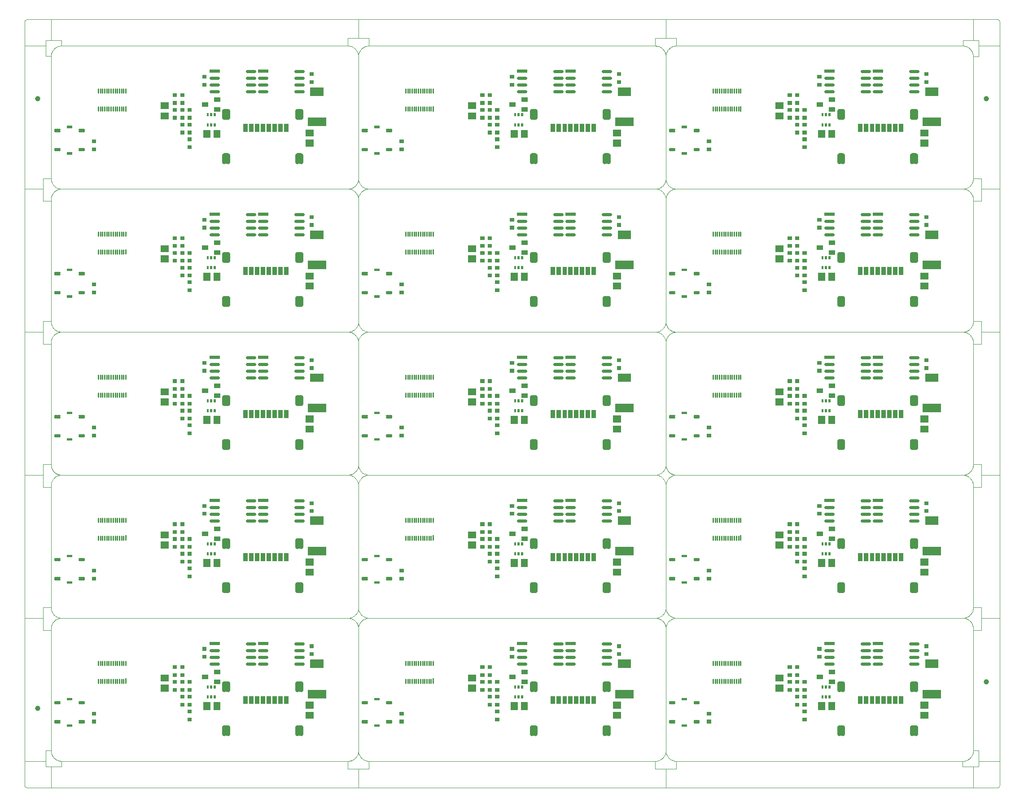
<source format=gtp>
*
%FSLAX36Y36*%
%MOIN*%
%ADD10R,0.063000X0.063000*%
%ADD11R,0.051200X0.051200*%
%ADD12C,0.023600*%
%ADD13R,0.023600X0.023600*%
%ADD14R,0.033500X0.033500*%
%ADD15R,0.015700X0.015700*%
%ADD16C,0.009100*%
%ADD17R,0.009100X0.009100*%
%ADD18R,0.011800X0.011800*%
%ADD19C,0.011800*%
%ADD20R,0.017700X0.017700*%
%ADD21R,0.032300X0.032300*%
%ADD22R,0.028400X0.028400*%
%ADD23C,0.028600*%
%ADD24R,0.027600X0.027600*%
%ADD25C,0.039370*%
%ADD26C,0.002126*%
%ADD27C,0.002000*%
%IPPOS*%
%LN037377s04ua0k.gtp*%
%LPD*%
G75*
G54D10*
X1937600Y498131D02*
X2012400D01*
X1957300Y723131D02*
X1992700D01*
G54D11*
X841050Y618131D02*
X848950D01*
X841050Y543131D02*
X848950D01*
X1916050Y341131D02*
X1923950D01*
X1916050Y416131D02*
X1923950D01*
G54D12*
X1818400Y724131D02*
X1871600D01*
X1818400Y774131D02*
X1871600D01*
X1818400Y824131D02*
X1871600D01*
X1818400Y874131D02*
X1871600D01*
X1548400Y724131D02*
X1601600D01*
X1548400Y774131D02*
X1601600D01*
X1548400Y824131D02*
X1601600D01*
X1458400Y724131D02*
X1511600D01*
X1458400Y774131D02*
X1511600D01*
X1458400Y824131D02*
X1511600D01*
X1458400Y874131D02*
X1511600D01*
X1188400Y724131D02*
X1241600D01*
X1188400Y774131D02*
X1241600D01*
X1188400Y824131D02*
X1241600D01*
G54D13*
X1548400Y874131D02*
X1601600D01*
X1188400D02*
X1241600D01*
G54D11*
X1157000Y405181D02*
Y413081D01*
X1232000Y405181D02*
Y413081D01*
G54D14*
X1228150Y590131D02*
X1241850D01*
X1228150Y664131D02*
X1241850D01*
X1137150Y627131D02*
X1150850D01*
G54D15*
X1164000Y548181D02*
Y556081D01*
Y473181D02*
Y481081D01*
X1190000Y473181D02*
Y481081D01*
X1215000Y473181D02*
Y481081D01*
Y548181D02*
Y556081D01*
X1190000Y548181D02*
Y556081D01*
G54D16*
X350000Y579981D02*
Y610281D01*
X366000Y713981D02*
Y744281D01*
Y579981D02*
Y610281D01*
X381000Y713981D02*
Y744281D01*
Y579981D02*
Y610281D01*
X397000Y713981D02*
Y744281D01*
Y579981D02*
Y610281D01*
X350000Y713981D02*
Y744281D01*
X413000Y713981D02*
Y744281D01*
Y579981D02*
Y610281D01*
X429000Y713981D02*
Y744281D01*
Y579981D02*
Y610281D01*
X444000Y713981D02*
Y744281D01*
Y579981D02*
Y610281D01*
X460000Y713981D02*
Y744281D01*
Y579981D02*
Y610281D01*
X476000Y713981D02*
Y744281D01*
Y579981D02*
Y610281D01*
X492000Y713981D02*
Y744281D01*
Y579981D02*
Y610281D01*
X507000Y713981D02*
Y744281D01*
Y579981D02*
Y610281D01*
X523000Y713981D02*
Y744281D01*
Y579981D02*
Y610281D01*
X539000Y713981D02*
Y744281D01*
Y579981D02*
Y610281D01*
X555000Y713981D02*
Y744281D01*
G54D17*
Y579981D02*
Y610281D01*
G54D18*
X212300Y434131D02*
X243700D01*
G54D19*
X212300Y440031D02*
X243700D01*
X212300Y428231D02*
X243700D01*
G54D18*
X212300Y292131D02*
X243700D01*
G54D19*
X212300Y298031D02*
X243700D01*
X212300Y286231D02*
X243700D01*
G54D18*
X31300Y292131D02*
X62700D01*
G54D19*
X31300Y298031D02*
X62700D01*
X31300Y286231D02*
X62700D01*
G54D18*
X31300Y434131D02*
X62700D01*
G54D19*
X31300Y440031D02*
X62700D01*
X31300Y428231D02*
X62700D01*
G54D20*
X126150Y461131D02*
X147850D01*
X126150Y264131D02*
X147850D01*
G54D21*
X1445000Y440731D02*
Y467531D01*
X1488000Y440731D02*
Y467531D01*
X1532000Y440731D02*
Y467531D01*
X1575000Y440731D02*
Y467531D01*
X1618000Y440731D02*
Y467531D01*
X1661000Y440731D02*
Y467531D01*
X1705000Y440731D02*
Y467531D01*
X1748000Y440731D02*
Y467531D01*
G54D22*
X1842000Y529031D02*
Y579231D01*
G54D23*
X1827800Y529131D02*
Y579131D01*
X1856200Y529131D02*
Y579131D01*
G54D22*
X1300000Y529031D02*
Y579231D01*
G54D23*
X1285800Y529131D02*
Y579131D01*
X1314200Y529131D02*
Y579131D01*
G54D22*
X1300000Y202031D02*
Y252231D01*
G54D23*
X1285800Y202131D02*
Y252131D01*
X1314200Y202131D02*
Y252131D01*
G54D22*
X1842000Y202031D02*
Y252231D01*
G54D23*
X1827800Y202131D02*
Y252131D01*
X1856200Y202131D02*
Y252131D01*
G54D24*
X1138050Y775131D02*
X1141950D01*
X1138050Y834131D02*
X1141950D01*
X1933050Y795131D02*
X1936950D01*
X1933050Y854131D02*
X1936950D01*
X1028050Y369131D02*
X1031950D01*
X1028050Y310131D02*
X1031950D01*
X973050Y529131D02*
X976950D01*
X973050Y588131D02*
X976950D01*
X973050Y478131D02*
X976950D01*
X973050Y419131D02*
X976950D01*
X318050Y353131D02*
X321950D01*
X318050Y294131D02*
X321950D01*
X918050Y698131D02*
X921950D01*
X918050Y639131D02*
X921950D01*
X918050Y529131D02*
X921950D01*
X918050Y588131D02*
X921950D01*
X973050Y639131D02*
X976950D01*
X973050Y698131D02*
X976950D01*
X1028050Y529131D02*
X1031950D01*
X1028050Y588131D02*
X1031950D01*
X1028050Y478131D02*
X1031950D01*
X1028050Y419131D02*
X1031950D01*
G54D10*
X1937600Y1561130D02*
X2012400D01*
X1957300Y1786130D02*
X1992700D01*
G54D11*
X841050Y1681130D02*
X848950D01*
X841050Y1606130D02*
X848950D01*
X1916050Y1404130D02*
X1923950D01*
X1916050Y1479130D02*
X1923950D01*
G54D12*
X1818400Y1787130D02*
X1871600D01*
X1818400Y1837130D02*
X1871600D01*
X1818400Y1887130D02*
X1871600D01*
X1818400Y1937130D02*
X1871600D01*
X1548400Y1787130D02*
X1601600D01*
X1548400Y1837130D02*
X1601600D01*
X1548400Y1887130D02*
X1601600D01*
X1458400Y1787130D02*
X1511600D01*
X1458400Y1837130D02*
X1511600D01*
X1458400Y1887130D02*
X1511600D01*
X1458400Y1937130D02*
X1511600D01*
X1188400Y1787130D02*
X1241600D01*
X1188400Y1837130D02*
X1241600D01*
X1188400Y1887130D02*
X1241600D01*
G54D13*
X1548400Y1937130D02*
X1601600D01*
X1188400D02*
X1241600D01*
G54D11*
X1157000Y1468180D02*
Y1476080D01*
X1232000Y1468180D02*
Y1476080D01*
G54D14*
X1228150Y1653130D02*
X1241850D01*
X1228150Y1727130D02*
X1241850D01*
X1137150Y1690130D02*
X1150850D01*
G54D15*
X1164000Y1611180D02*
Y1619080D01*
Y1536180D02*
Y1544080D01*
X1190000Y1536180D02*
Y1544080D01*
X1215000Y1536180D02*
Y1544080D01*
Y1611180D02*
Y1619080D01*
X1190000Y1611180D02*
Y1619080D01*
G54D16*
X350000Y1642981D02*
Y1673280D01*
X366000Y1776981D02*
Y1807280D01*
Y1642981D02*
Y1673280D01*
X381000Y1776981D02*
Y1807280D01*
Y1642981D02*
Y1673280D01*
X397000Y1776981D02*
Y1807280D01*
Y1642981D02*
Y1673280D01*
X350000Y1776981D02*
Y1807280D01*
X413000Y1776981D02*
Y1807280D01*
Y1642981D02*
Y1673280D01*
X429000Y1776981D02*
Y1807280D01*
Y1642981D02*
Y1673280D01*
X444000Y1776981D02*
Y1807280D01*
Y1642981D02*
Y1673280D01*
X460000Y1776981D02*
Y1807280D01*
Y1642981D02*
Y1673280D01*
X476000Y1776981D02*
Y1807280D01*
Y1642981D02*
Y1673280D01*
X492000Y1776981D02*
Y1807280D01*
Y1642981D02*
Y1673280D01*
X507000Y1776981D02*
Y1807280D01*
Y1642981D02*
Y1673280D01*
X523000Y1776981D02*
Y1807280D01*
Y1642981D02*
Y1673280D01*
X539000Y1776981D02*
Y1807280D01*
Y1642981D02*
Y1673280D01*
X555000Y1776981D02*
Y1807280D01*
G54D17*
Y1642981D02*
Y1673280D01*
G54D18*
X212300Y1497130D02*
X243700D01*
G54D19*
X212300Y1503030D02*
X243700D01*
X212300Y1491230D02*
X243700D01*
G54D18*
X212300Y1355130D02*
X243700D01*
G54D19*
X212300Y1361030D02*
X243700D01*
X212300Y1349230D02*
X243700D01*
G54D18*
X31300Y1355130D02*
X62700D01*
G54D19*
X31300Y1361030D02*
X62700D01*
X31300Y1349230D02*
X62700D01*
G54D18*
X31300Y1497130D02*
X62700D01*
G54D19*
X31300Y1503030D02*
X62700D01*
X31300Y1491230D02*
X62700D01*
G54D20*
X126150Y1524130D02*
X147850D01*
X126150Y1327130D02*
X147850D01*
G54D21*
X1445000Y1503730D02*
Y1530530D01*
X1488000Y1503730D02*
Y1530530D01*
X1532000Y1503730D02*
Y1530530D01*
X1575000Y1503730D02*
Y1530530D01*
X1618000Y1503730D02*
Y1530530D01*
X1661000Y1503730D02*
Y1530530D01*
X1705000Y1503730D02*
Y1530530D01*
X1748000Y1503730D02*
Y1530530D01*
G54D22*
X1842000Y1592030D02*
Y1642230D01*
G54D23*
X1827800Y1592130D02*
Y1642130D01*
X1856200Y1592130D02*
Y1642130D01*
G54D22*
X1300000Y1592030D02*
Y1642230D01*
G54D23*
X1285800Y1592130D02*
Y1642130D01*
X1314200Y1592130D02*
Y1642130D01*
G54D22*
X1300000Y1265030D02*
Y1315230D01*
G54D23*
X1285800Y1265130D02*
Y1315130D01*
X1314200Y1265130D02*
Y1315130D01*
G54D22*
X1842000Y1265030D02*
Y1315230D01*
G54D23*
X1827800Y1265130D02*
Y1315130D01*
X1856200Y1265130D02*
Y1315130D01*
G54D24*
X1138050Y1838130D02*
X1141950D01*
X1138050Y1897130D02*
X1141950D01*
X1933050Y1858130D02*
X1936950D01*
X1933050Y1917130D02*
X1936950D01*
X1028050Y1432130D02*
X1031950D01*
X1028050Y1373130D02*
X1031950D01*
X973050Y1592130D02*
X976950D01*
X973050Y1651130D02*
X976950D01*
X973050Y1541130D02*
X976950D01*
X973050Y1482130D02*
X976950D01*
X318050Y1416130D02*
X321950D01*
X318050Y1357130D02*
X321950D01*
X918050Y1761130D02*
X921950D01*
X918050Y1702130D02*
X921950D01*
X918050Y1592130D02*
X921950D01*
X918050Y1651130D02*
X921950D01*
X973050Y1702130D02*
X976950D01*
X973050Y1761130D02*
X976950D01*
X1028050Y1592130D02*
X1031950D01*
X1028050Y1651130D02*
X1031950D01*
X1028050Y1541130D02*
X1031950D01*
X1028050Y1482130D02*
X1031950D01*
G54D10*
X1937600Y2624130D02*
X2012400D01*
X1957300Y2849130D02*
X1992700D01*
G54D11*
X841050Y2744130D02*
X848950D01*
X841050Y2669130D02*
X848950D01*
X1916050Y2467130D02*
X1923950D01*
X1916050Y2542130D02*
X1923950D01*
G54D12*
X1818400Y2850130D02*
X1871600D01*
X1818400Y2900130D02*
X1871600D01*
X1818400Y2950130D02*
X1871600D01*
X1818400Y3000130D02*
X1871600D01*
X1548400Y2850130D02*
X1601600D01*
X1548400Y2900130D02*
X1601600D01*
X1548400Y2950130D02*
X1601600D01*
X1458400Y2850130D02*
X1511600D01*
X1458400Y2900130D02*
X1511600D01*
X1458400Y2950130D02*
X1511600D01*
X1458400Y3000130D02*
X1511600D01*
X1188400Y2850130D02*
X1241600D01*
X1188400Y2900130D02*
X1241600D01*
X1188400Y2950130D02*
X1241600D01*
G54D13*
X1548400Y3000130D02*
X1601600D01*
X1188400D02*
X1241600D01*
G54D11*
X1157000Y2531180D02*
Y2539080D01*
X1232000Y2531180D02*
Y2539080D01*
G54D14*
X1228150Y2716130D02*
X1241850D01*
X1228150Y2790130D02*
X1241850D01*
X1137150Y2753130D02*
X1150850D01*
G54D15*
X1164000Y2674180D02*
Y2682080D01*
Y2599180D02*
Y2607080D01*
X1190000Y2599180D02*
Y2607080D01*
X1215000Y2599180D02*
Y2607080D01*
Y2674180D02*
Y2682080D01*
X1190000Y2674180D02*
Y2682080D01*
G54D16*
X350000Y2705980D02*
Y2736280D01*
X366000Y2839980D02*
Y2870280D01*
Y2705980D02*
Y2736280D01*
X381000Y2839980D02*
Y2870280D01*
Y2705980D02*
Y2736280D01*
X397000Y2839980D02*
Y2870280D01*
Y2705980D02*
Y2736280D01*
X350000Y2839980D02*
Y2870280D01*
X413000Y2839980D02*
Y2870280D01*
Y2705980D02*
Y2736280D01*
X429000Y2839980D02*
Y2870280D01*
Y2705980D02*
Y2736280D01*
X444000Y2839980D02*
Y2870280D01*
Y2705980D02*
Y2736280D01*
X460000Y2839980D02*
Y2870280D01*
Y2705980D02*
Y2736280D01*
X476000Y2839980D02*
Y2870280D01*
Y2705980D02*
Y2736280D01*
X492000Y2839980D02*
Y2870280D01*
Y2705980D02*
Y2736280D01*
X507000Y2839980D02*
Y2870280D01*
Y2705980D02*
Y2736280D01*
X523000Y2839980D02*
Y2870280D01*
Y2705980D02*
Y2736280D01*
X539000Y2839980D02*
Y2870280D01*
Y2705980D02*
Y2736280D01*
X555000Y2839980D02*
Y2870280D01*
G54D17*
Y2705980D02*
Y2736280D01*
G54D18*
X212300Y2560130D02*
X243700D01*
G54D19*
X212300Y2566030D02*
X243700D01*
X212300Y2554230D02*
X243700D01*
G54D18*
X212300Y2418130D02*
X243700D01*
G54D19*
X212300Y2424030D02*
X243700D01*
X212300Y2412230D02*
X243700D01*
G54D18*
X31300Y2418130D02*
X62700D01*
G54D19*
X31300Y2424030D02*
X62700D01*
X31300Y2412230D02*
X62700D01*
G54D18*
X31300Y2560130D02*
X62700D01*
G54D19*
X31300Y2566030D02*
X62700D01*
X31300Y2554230D02*
X62700D01*
G54D20*
X126150Y2587130D02*
X147850D01*
X126150Y2390130D02*
X147850D01*
G54D21*
X1445000Y2566730D02*
Y2593530D01*
X1488000Y2566730D02*
Y2593530D01*
X1532000Y2566730D02*
Y2593530D01*
X1575000Y2566730D02*
Y2593530D01*
X1618000Y2566730D02*
Y2593530D01*
X1661000Y2566730D02*
Y2593530D01*
X1705000Y2566730D02*
Y2593530D01*
X1748000Y2566730D02*
Y2593530D01*
G54D22*
X1842000Y2655030D02*
Y2705230D01*
G54D23*
X1827800Y2655130D02*
Y2705130D01*
X1856200Y2655130D02*
Y2705130D01*
G54D22*
X1300000Y2655030D02*
Y2705230D01*
G54D23*
X1285800Y2655130D02*
Y2705130D01*
X1314200Y2655130D02*
Y2705130D01*
G54D22*
X1300000Y2328030D02*
Y2378230D01*
G54D23*
X1285800Y2328130D02*
Y2378130D01*
X1314200Y2328130D02*
Y2378130D01*
G54D22*
X1842000Y2328030D02*
Y2378230D01*
G54D23*
X1827800Y2328130D02*
Y2378130D01*
X1856200Y2328130D02*
Y2378130D01*
G54D24*
X1138050Y2901130D02*
X1141950D01*
X1138050Y2960130D02*
X1141950D01*
X1933050Y2921130D02*
X1936950D01*
X1933050Y2980130D02*
X1936950D01*
X1028050Y2495130D02*
X1031950D01*
X1028050Y2436130D02*
X1031950D01*
X973050Y2655130D02*
X976950D01*
X973050Y2714130D02*
X976950D01*
X973050Y2604130D02*
X976950D01*
X973050Y2545130D02*
X976950D01*
X318050Y2479130D02*
X321950D01*
X318050Y2420130D02*
X321950D01*
X918050Y2824130D02*
X921950D01*
X918050Y2765130D02*
X921950D01*
X918050Y2655130D02*
X921950D01*
X918050Y2714130D02*
X921950D01*
X973050Y2765130D02*
X976950D01*
X973050Y2824130D02*
X976950D01*
X1028050Y2655130D02*
X1031950D01*
X1028050Y2714130D02*
X1031950D01*
X1028050Y2604130D02*
X1031950D01*
X1028050Y2545130D02*
X1031950D01*
G54D10*
X1937600Y3687129D02*
X2012400D01*
X1957300Y3912129D02*
X1992700D01*
G54D11*
X841050Y3807129D02*
X848950D01*
X841050Y3732129D02*
X848950D01*
X1916050Y3530129D02*
X1923950D01*
X1916050Y3605129D02*
X1923950D01*
G54D12*
X1818400Y3913129D02*
X1871600D01*
X1818400Y3963129D02*
X1871600D01*
X1818400Y4013129D02*
X1871600D01*
X1818400Y4063129D02*
X1871600D01*
X1548400Y3913129D02*
X1601600D01*
X1548400Y3963129D02*
X1601600D01*
X1548400Y4013129D02*
X1601600D01*
X1458400Y3913129D02*
X1511600D01*
X1458400Y3963129D02*
X1511600D01*
X1458400Y4013129D02*
X1511600D01*
X1458400Y4063129D02*
X1511600D01*
X1188400Y3913129D02*
X1241600D01*
X1188400Y3963129D02*
X1241600D01*
X1188400Y4013129D02*
X1241600D01*
G54D13*
X1548400Y4063129D02*
X1601600D01*
X1188400D02*
X1241600D01*
G54D11*
X1157000Y3594179D02*
Y3602079D01*
X1232000Y3594179D02*
Y3602079D01*
G54D14*
X1228150Y3779129D02*
X1241850D01*
X1228150Y3853129D02*
X1241850D01*
X1137150Y3816129D02*
X1150850D01*
G54D15*
X1164000Y3737179D02*
Y3745079D01*
Y3662179D02*
Y3670079D01*
X1190000Y3662179D02*
Y3670079D01*
X1215000Y3662179D02*
Y3670079D01*
Y3737179D02*
Y3745079D01*
X1190000Y3737179D02*
Y3745079D01*
G54D16*
X350000Y3768979D02*
Y3799279D01*
X366000Y3902979D02*
Y3933279D01*
Y3768979D02*
Y3799279D01*
X381000Y3902979D02*
Y3933279D01*
Y3768979D02*
Y3799279D01*
X397000Y3902979D02*
Y3933279D01*
Y3768979D02*
Y3799279D01*
X350000Y3902979D02*
Y3933279D01*
X413000Y3902979D02*
Y3933279D01*
Y3768979D02*
Y3799279D01*
X429000Y3902979D02*
Y3933279D01*
Y3768979D02*
Y3799279D01*
X444000Y3902979D02*
Y3933279D01*
Y3768979D02*
Y3799279D01*
X460000Y3902979D02*
Y3933279D01*
Y3768979D02*
Y3799279D01*
X476000Y3902979D02*
Y3933279D01*
Y3768979D02*
Y3799279D01*
X492000Y3902979D02*
Y3933279D01*
Y3768979D02*
Y3799279D01*
X507000Y3902979D02*
Y3933279D01*
Y3768979D02*
Y3799279D01*
X523000Y3902979D02*
Y3933279D01*
Y3768979D02*
Y3799279D01*
X539000Y3902979D02*
Y3933279D01*
Y3768979D02*
Y3799279D01*
X555000Y3902979D02*
Y3933279D01*
G54D17*
Y3768979D02*
Y3799279D01*
G54D18*
X212300Y3623129D02*
X243700D01*
G54D19*
X212300Y3629029D02*
X243700D01*
X212300Y3617229D02*
X243700D01*
G54D18*
X212300Y3481129D02*
X243700D01*
G54D19*
X212300Y3487029D02*
X243700D01*
X212300Y3475229D02*
X243700D01*
G54D18*
X31300Y3481129D02*
X62700D01*
G54D19*
X31300Y3487029D02*
X62700D01*
X31300Y3475229D02*
X62700D01*
G54D18*
X31300Y3623129D02*
X62700D01*
G54D19*
X31300Y3629029D02*
X62700D01*
X31300Y3617229D02*
X62700D01*
G54D20*
X126150Y3650129D02*
X147850D01*
X126150Y3453129D02*
X147850D01*
G54D21*
X1445000Y3629729D02*
Y3656529D01*
X1488000Y3629729D02*
Y3656529D01*
X1532000Y3629729D02*
Y3656529D01*
X1575000Y3629729D02*
Y3656529D01*
X1618000Y3629729D02*
Y3656529D01*
X1661000Y3629729D02*
Y3656529D01*
X1705000Y3629729D02*
Y3656529D01*
X1748000Y3629729D02*
Y3656529D01*
G54D22*
X1842000Y3718029D02*
Y3768229D01*
G54D23*
X1827800Y3718129D02*
Y3768129D01*
X1856200Y3718129D02*
Y3768129D01*
G54D22*
X1300000Y3718029D02*
Y3768229D01*
G54D23*
X1285800Y3718129D02*
Y3768129D01*
X1314200Y3718129D02*
Y3768129D01*
G54D22*
X1300000Y3391029D02*
Y3441229D01*
G54D23*
X1285800Y3391129D02*
Y3441129D01*
X1314200Y3391129D02*
Y3441129D01*
G54D22*
X1842000Y3391029D02*
Y3441229D01*
G54D23*
X1827800Y3391129D02*
Y3441129D01*
X1856200Y3391129D02*
Y3441129D01*
G54D24*
X1138050Y3964129D02*
X1141950D01*
X1138050Y4023129D02*
X1141950D01*
X1933050Y3984129D02*
X1936950D01*
X1933050Y4043129D02*
X1936950D01*
X1028050Y3558129D02*
X1031950D01*
X1028050Y3499129D02*
X1031950D01*
X973050Y3718129D02*
X976950D01*
X973050Y3777129D02*
X976950D01*
X973050Y3667129D02*
X976950D01*
X973050Y3608129D02*
X976950D01*
X318050Y3542129D02*
X321950D01*
X318050Y3483129D02*
X321950D01*
X918050Y3887129D02*
X921950D01*
X918050Y3828129D02*
X921950D01*
X918050Y3718129D02*
X921950D01*
X918050Y3777129D02*
X921950D01*
X973050Y3828129D02*
X976950D01*
X973050Y3887129D02*
X976950D01*
X1028050Y3718129D02*
X1031950D01*
X1028050Y3777129D02*
X1031950D01*
X1028050Y3667129D02*
X1031950D01*
X1028050Y3608129D02*
X1031950D01*
G54D10*
X1937600Y4750129D02*
X2012400D01*
X1957300Y4975129D02*
X1992700D01*
G54D11*
X841050Y4870129D02*
X848950D01*
X841050Y4795129D02*
X848950D01*
X1916050Y4593129D02*
X1923950D01*
X1916050Y4668129D02*
X1923950D01*
G54D12*
X1818400Y4976129D02*
X1871600D01*
X1818400Y5026129D02*
X1871600D01*
X1818400Y5076129D02*
X1871600D01*
X1818400Y5126129D02*
X1871600D01*
X1548400Y4976129D02*
X1601600D01*
X1548400Y5026129D02*
X1601600D01*
X1548400Y5076129D02*
X1601600D01*
X1458400Y4976129D02*
X1511600D01*
X1458400Y5026129D02*
X1511600D01*
X1458400Y5076129D02*
X1511600D01*
X1458400Y5126129D02*
X1511600D01*
X1188400Y4976129D02*
X1241600D01*
X1188400Y5026129D02*
X1241600D01*
X1188400Y5076129D02*
X1241600D01*
G54D13*
X1548400Y5126129D02*
X1601600D01*
X1188400D02*
X1241600D01*
G54D11*
X1157000Y4657179D02*
Y4665079D01*
X1232000Y4657179D02*
Y4665079D01*
G54D14*
X1228150Y4842129D02*
X1241850D01*
X1228150Y4916129D02*
X1241850D01*
X1137150Y4879129D02*
X1150850D01*
G54D15*
X1164000Y4800179D02*
Y4808079D01*
Y4725179D02*
Y4733079D01*
X1190000Y4725179D02*
Y4733079D01*
X1215000Y4725179D02*
Y4733079D01*
Y4800179D02*
Y4808079D01*
X1190000Y4800179D02*
Y4808079D01*
G54D16*
X350000Y4831979D02*
Y4862278D01*
X366000Y4965979D02*
Y4996278D01*
Y4831979D02*
Y4862278D01*
X381000Y4965979D02*
Y4996278D01*
Y4831979D02*
Y4862278D01*
X397000Y4965979D02*
Y4996278D01*
Y4831979D02*
Y4862278D01*
X350000Y4965979D02*
Y4996278D01*
X413000Y4965979D02*
Y4996278D01*
Y4831979D02*
Y4862278D01*
X429000Y4965979D02*
Y4996278D01*
Y4831979D02*
Y4862278D01*
X444000Y4965979D02*
Y4996278D01*
Y4831979D02*
Y4862278D01*
X460000Y4965979D02*
Y4996278D01*
Y4831979D02*
Y4862278D01*
X476000Y4965979D02*
Y4996278D01*
Y4831979D02*
Y4862278D01*
X492000Y4965979D02*
Y4996278D01*
Y4831979D02*
Y4862278D01*
X507000Y4965979D02*
Y4996278D01*
Y4831979D02*
Y4862278D01*
X523000Y4965979D02*
Y4996278D01*
Y4831979D02*
Y4862278D01*
X539000Y4965979D02*
Y4996278D01*
Y4831979D02*
Y4862278D01*
X555000Y4965979D02*
Y4996278D01*
G54D17*
Y4831979D02*
Y4862278D01*
G54D18*
X212300Y4686129D02*
X243700D01*
G54D19*
X212300Y4692029D02*
X243700D01*
X212300Y4680229D02*
X243700D01*
G54D18*
X212300Y4544129D02*
X243700D01*
G54D19*
X212300Y4550029D02*
X243700D01*
X212300Y4538229D02*
X243700D01*
G54D18*
X31300Y4544129D02*
X62700D01*
G54D19*
X31300Y4550029D02*
X62700D01*
X31300Y4538229D02*
X62700D01*
G54D18*
X31300Y4686129D02*
X62700D01*
G54D19*
X31300Y4692029D02*
X62700D01*
X31300Y4680229D02*
X62700D01*
G54D20*
X126150Y4713129D02*
X147850D01*
X126150Y4516129D02*
X147850D01*
G54D21*
X1445000Y4692729D02*
Y4719529D01*
X1488000Y4692729D02*
Y4719529D01*
X1532000Y4692729D02*
Y4719529D01*
X1575000Y4692729D02*
Y4719529D01*
X1618000Y4692729D02*
Y4719529D01*
X1661000Y4692729D02*
Y4719529D01*
X1705000Y4692729D02*
Y4719529D01*
X1748000Y4692729D02*
Y4719529D01*
G54D22*
X1842000Y4781029D02*
Y4831229D01*
G54D23*
X1827800Y4781129D02*
Y4831129D01*
X1856200Y4781129D02*
Y4831129D01*
G54D22*
X1300000Y4781029D02*
Y4831229D01*
G54D23*
X1285800Y4781129D02*
Y4831129D01*
X1314200Y4781129D02*
Y4831129D01*
G54D22*
X1300000Y4454029D02*
Y4504229D01*
G54D23*
X1285800Y4454129D02*
Y4504129D01*
X1314200Y4454129D02*
Y4504129D01*
G54D22*
X1842000Y4454029D02*
Y4504229D01*
G54D23*
X1827800Y4454129D02*
Y4504129D01*
X1856200Y4454129D02*
Y4504129D01*
G54D24*
X1138050Y5027129D02*
X1141950D01*
X1138050Y5086129D02*
X1141950D01*
X1933050Y5047129D02*
X1936950D01*
X1933050Y5106129D02*
X1936950D01*
X1028050Y4621129D02*
X1031950D01*
X1028050Y4562129D02*
X1031950D01*
X973050Y4781129D02*
X976950D01*
X973050Y4840129D02*
X976950D01*
X973050Y4730129D02*
X976950D01*
X973050Y4671129D02*
X976950D01*
X318050Y4605129D02*
X321950D01*
X318050Y4546129D02*
X321950D01*
X918050Y4950129D02*
X921950D01*
X918050Y4891129D02*
X921950D01*
X918050Y4781129D02*
X921950D01*
X918050Y4840129D02*
X921950D01*
X973050Y4891129D02*
X976950D01*
X973050Y4950129D02*
X976950D01*
X1028050Y4781129D02*
X1031950D01*
X1028050Y4840129D02*
X1031950D01*
X1028050Y4730129D02*
X1031950D01*
X1028050Y4671129D02*
X1031950D01*
G54D10*
X4221100Y498131D02*
X4295900D01*
X4240800Y723131D02*
X4276200D01*
G54D11*
X3124550Y618131D02*
X3132450D01*
X3124550Y543131D02*
X3132450D01*
X4199550Y341131D02*
X4207450D01*
X4199550Y416131D02*
X4207450D01*
G54D12*
X4101900Y724131D02*
X4155100D01*
X4101900Y774131D02*
X4155100D01*
X4101900Y824131D02*
X4155100D01*
X4101900Y874131D02*
X4155100D01*
X3831900Y724131D02*
X3885100D01*
X3831900Y774131D02*
X3885100D01*
X3831900Y824131D02*
X3885100D01*
X3741900Y724131D02*
X3795100D01*
X3741900Y774131D02*
X3795100D01*
X3741900Y824131D02*
X3795100D01*
X3741900Y874131D02*
X3795100D01*
X3471900Y724131D02*
X3525100D01*
X3471900Y774131D02*
X3525100D01*
X3471900Y824131D02*
X3525100D01*
G54D13*
X3831900Y874131D02*
X3885100D01*
X3471900D02*
X3525100D01*
G54D11*
X3440500Y405181D02*
Y413081D01*
X3515500Y405181D02*
Y413081D01*
G54D14*
X3511650Y590131D02*
X3525350D01*
X3511650Y664131D02*
X3525350D01*
X3420650Y627131D02*
X3434350D01*
G54D15*
X3447500Y548181D02*
Y556081D01*
Y473181D02*
Y481081D01*
X3473500Y473181D02*
Y481081D01*
X3498500Y473181D02*
Y481081D01*
Y548181D02*
Y556081D01*
X3473500Y548181D02*
Y556081D01*
G54D16*
X2633500Y579981D02*
Y610281D01*
X2649500Y713981D02*
Y744281D01*
Y579981D02*
Y610281D01*
X2664500Y713981D02*
Y744281D01*
Y579981D02*
Y610281D01*
X2680500Y713981D02*
Y744281D01*
Y579981D02*
Y610281D01*
X2633500Y713981D02*
Y744281D01*
X2696500Y713981D02*
Y744281D01*
Y579981D02*
Y610281D01*
X2712500Y713981D02*
Y744281D01*
Y579981D02*
Y610281D01*
X2727500Y713981D02*
Y744281D01*
Y579981D02*
Y610281D01*
X2743500Y713981D02*
Y744281D01*
Y579981D02*
Y610281D01*
X2759500Y713981D02*
Y744281D01*
Y579981D02*
Y610281D01*
X2775500Y713981D02*
Y744281D01*
Y579981D02*
Y610281D01*
X2790500Y713981D02*
Y744281D01*
Y579981D02*
Y610281D01*
X2806500Y713981D02*
Y744281D01*
Y579981D02*
Y610281D01*
X2822500Y713981D02*
Y744281D01*
Y579981D02*
Y610281D01*
X2838500Y713981D02*
Y744281D01*
G54D17*
Y579981D02*
Y610281D01*
G54D18*
X2495800Y434131D02*
X2527200D01*
G54D19*
X2495800Y440031D02*
X2527200D01*
X2495800Y428231D02*
X2527200D01*
G54D18*
X2495800Y292131D02*
X2527200D01*
G54D19*
X2495800Y298031D02*
X2527200D01*
X2495800Y286231D02*
X2527200D01*
G54D18*
X2314800Y292131D02*
X2346200D01*
G54D19*
X2314800Y298031D02*
X2346200D01*
X2314800Y286231D02*
X2346200D01*
G54D18*
X2314800Y434131D02*
X2346200D01*
G54D19*
X2314800Y440031D02*
X2346200D01*
X2314800Y428231D02*
X2346200D01*
G54D20*
X2409650Y461131D02*
X2431350D01*
X2409650Y264131D02*
X2431350D01*
G54D21*
X3728500Y440731D02*
Y467531D01*
X3771500Y440731D02*
Y467531D01*
X3815500Y440731D02*
Y467531D01*
X3858500Y440731D02*
Y467531D01*
X3901500Y440731D02*
Y467531D01*
X3944500Y440731D02*
Y467531D01*
X3988500Y440731D02*
Y467531D01*
X4031500Y440731D02*
Y467531D01*
G54D22*
X4125500Y529031D02*
Y579231D01*
G54D23*
X4111300Y529131D02*
Y579131D01*
X4139700Y529131D02*
Y579131D01*
G54D22*
X3583500Y529031D02*
Y579231D01*
G54D23*
X3569300Y529131D02*
Y579131D01*
X3597700Y529131D02*
Y579131D01*
G54D22*
X3583500Y202031D02*
Y252231D01*
G54D23*
X3569300Y202131D02*
Y252131D01*
X3597700Y202131D02*
Y252131D01*
G54D22*
X4125500Y202031D02*
Y252231D01*
G54D23*
X4111300Y202131D02*
Y252131D01*
X4139700Y202131D02*
Y252131D01*
G54D24*
X3421550Y775131D02*
X3425450D01*
X3421550Y834131D02*
X3425450D01*
X4216550Y795131D02*
X4220450D01*
X4216550Y854131D02*
X4220450D01*
X3311550Y369131D02*
X3315450D01*
X3311550Y310131D02*
X3315450D01*
X3256550Y529131D02*
X3260450D01*
X3256550Y588131D02*
X3260450D01*
X3256550Y478131D02*
X3260450D01*
X3256550Y419131D02*
X3260450D01*
X2601550Y353131D02*
X2605450D01*
X2601550Y294131D02*
X2605450D01*
X3201550Y698131D02*
X3205450D01*
X3201550Y639131D02*
X3205450D01*
X3201550Y529131D02*
X3205450D01*
X3201550Y588131D02*
X3205450D01*
X3256550Y639131D02*
X3260450D01*
X3256550Y698131D02*
X3260450D01*
X3311550Y529131D02*
X3315450D01*
X3311550Y588131D02*
X3315450D01*
X3311550Y478131D02*
X3315450D01*
X3311550Y419131D02*
X3315450D01*
G54D10*
X4221100Y1561130D02*
X4295900D01*
X4240800Y1786130D02*
X4276200D01*
G54D11*
X3124550Y1681130D02*
X3132450D01*
X3124550Y1606130D02*
X3132450D01*
X4199550Y1404130D02*
X4207450D01*
X4199550Y1479130D02*
X4207450D01*
G54D12*
X4101900Y1787130D02*
X4155100D01*
X4101900Y1837130D02*
X4155100D01*
X4101900Y1887130D02*
X4155100D01*
X4101900Y1937130D02*
X4155100D01*
X3831900Y1787130D02*
X3885100D01*
X3831900Y1837130D02*
X3885100D01*
X3831900Y1887130D02*
X3885100D01*
X3741900Y1787130D02*
X3795100D01*
X3741900Y1837130D02*
X3795100D01*
X3741900Y1887130D02*
X3795100D01*
X3741900Y1937130D02*
X3795100D01*
X3471900Y1787130D02*
X3525100D01*
X3471900Y1837130D02*
X3525100D01*
X3471900Y1887130D02*
X3525100D01*
G54D13*
X3831900Y1937130D02*
X3885100D01*
X3471900D02*
X3525100D01*
G54D11*
X3440500Y1468180D02*
Y1476080D01*
X3515500Y1468180D02*
Y1476080D01*
G54D14*
X3511650Y1653130D02*
X3525350D01*
X3511650Y1727130D02*
X3525350D01*
X3420650Y1690130D02*
X3434350D01*
G54D15*
X3447500Y1611180D02*
Y1619080D01*
Y1536180D02*
Y1544080D01*
X3473500Y1536180D02*
Y1544080D01*
X3498500Y1536180D02*
Y1544080D01*
Y1611180D02*
Y1619080D01*
X3473500Y1611180D02*
Y1619080D01*
G54D16*
X2633500Y1642981D02*
Y1673280D01*
X2649500Y1776981D02*
Y1807280D01*
Y1642981D02*
Y1673280D01*
X2664500Y1776981D02*
Y1807280D01*
Y1642981D02*
Y1673280D01*
X2680500Y1776981D02*
Y1807280D01*
Y1642981D02*
Y1673280D01*
X2633500Y1776981D02*
Y1807280D01*
X2696500Y1776981D02*
Y1807280D01*
Y1642981D02*
Y1673280D01*
X2712500Y1776981D02*
Y1807280D01*
Y1642981D02*
Y1673280D01*
X2727500Y1776981D02*
Y1807280D01*
Y1642981D02*
Y1673280D01*
X2743500Y1776981D02*
Y1807280D01*
Y1642981D02*
Y1673280D01*
X2759500Y1776981D02*
Y1807280D01*
Y1642981D02*
Y1673280D01*
X2775500Y1776981D02*
Y1807280D01*
Y1642981D02*
Y1673280D01*
X2790500Y1776981D02*
Y1807280D01*
Y1642981D02*
Y1673280D01*
X2806500Y1776981D02*
Y1807280D01*
Y1642981D02*
Y1673280D01*
X2822500Y1776981D02*
Y1807280D01*
Y1642981D02*
Y1673280D01*
X2838500Y1776981D02*
Y1807280D01*
G54D17*
Y1642981D02*
Y1673280D01*
G54D18*
X2495800Y1497130D02*
X2527200D01*
G54D19*
X2495800Y1503030D02*
X2527200D01*
X2495800Y1491230D02*
X2527200D01*
G54D18*
X2495800Y1355130D02*
X2527200D01*
G54D19*
X2495800Y1361030D02*
X2527200D01*
X2495800Y1349230D02*
X2527200D01*
G54D18*
X2314800Y1355130D02*
X2346200D01*
G54D19*
X2314800Y1361030D02*
X2346200D01*
X2314800Y1349230D02*
X2346200D01*
G54D18*
X2314800Y1497130D02*
X2346200D01*
G54D19*
X2314800Y1503030D02*
X2346200D01*
X2314800Y1491230D02*
X2346200D01*
G54D20*
X2409650Y1524130D02*
X2431350D01*
X2409650Y1327130D02*
X2431350D01*
G54D21*
X3728500Y1503730D02*
Y1530530D01*
X3771500Y1503730D02*
Y1530530D01*
X3815500Y1503730D02*
Y1530530D01*
X3858500Y1503730D02*
Y1530530D01*
X3901500Y1503730D02*
Y1530530D01*
X3944500Y1503730D02*
Y1530530D01*
X3988500Y1503730D02*
Y1530530D01*
X4031500Y1503730D02*
Y1530530D01*
G54D22*
X4125500Y1592030D02*
Y1642230D01*
G54D23*
X4111300Y1592130D02*
Y1642130D01*
X4139700Y1592130D02*
Y1642130D01*
G54D22*
X3583500Y1592030D02*
Y1642230D01*
G54D23*
X3569300Y1592130D02*
Y1642130D01*
X3597700Y1592130D02*
Y1642130D01*
G54D22*
X3583500Y1265030D02*
Y1315230D01*
G54D23*
X3569300Y1265130D02*
Y1315130D01*
X3597700Y1265130D02*
Y1315130D01*
G54D22*
X4125500Y1265030D02*
Y1315230D01*
G54D23*
X4111300Y1265130D02*
Y1315130D01*
X4139700Y1265130D02*
Y1315130D01*
G54D24*
X3421550Y1838130D02*
X3425450D01*
X3421550Y1897130D02*
X3425450D01*
X4216550Y1858130D02*
X4220450D01*
X4216550Y1917130D02*
X4220450D01*
X3311550Y1432130D02*
X3315450D01*
X3311550Y1373130D02*
X3315450D01*
X3256550Y1592130D02*
X3260450D01*
X3256550Y1651130D02*
X3260450D01*
X3256550Y1541130D02*
X3260450D01*
X3256550Y1482130D02*
X3260450D01*
X2601550Y1416130D02*
X2605450D01*
X2601550Y1357130D02*
X2605450D01*
X3201550Y1761130D02*
X3205450D01*
X3201550Y1702130D02*
X3205450D01*
X3201550Y1592130D02*
X3205450D01*
X3201550Y1651130D02*
X3205450D01*
X3256550Y1702130D02*
X3260450D01*
X3256550Y1761130D02*
X3260450D01*
X3311550Y1592130D02*
X3315450D01*
X3311550Y1651130D02*
X3315450D01*
X3311550Y1541130D02*
X3315450D01*
X3311550Y1482130D02*
X3315450D01*
G54D10*
X4221100Y2624130D02*
X4295900D01*
X4240800Y2849130D02*
X4276200D01*
G54D11*
X3124550Y2744130D02*
X3132450D01*
X3124550Y2669130D02*
X3132450D01*
X4199550Y2467130D02*
X4207450D01*
X4199550Y2542130D02*
X4207450D01*
G54D12*
X4101900Y2850130D02*
X4155100D01*
X4101900Y2900130D02*
X4155100D01*
X4101900Y2950130D02*
X4155100D01*
X4101900Y3000130D02*
X4155100D01*
X3831900Y2850130D02*
X3885100D01*
X3831900Y2900130D02*
X3885100D01*
X3831900Y2950130D02*
X3885100D01*
X3741900Y2850130D02*
X3795100D01*
X3741900Y2900130D02*
X3795100D01*
X3741900Y2950130D02*
X3795100D01*
X3741900Y3000130D02*
X3795100D01*
X3471900Y2850130D02*
X3525100D01*
X3471900Y2900130D02*
X3525100D01*
X3471900Y2950130D02*
X3525100D01*
G54D13*
X3831900Y3000130D02*
X3885100D01*
X3471900D02*
X3525100D01*
G54D11*
X3440500Y2531180D02*
Y2539080D01*
X3515500Y2531180D02*
Y2539080D01*
G54D14*
X3511650Y2716130D02*
X3525350D01*
X3511650Y2790130D02*
X3525350D01*
X3420650Y2753130D02*
X3434350D01*
G54D15*
X3447500Y2674180D02*
Y2682080D01*
Y2599180D02*
Y2607080D01*
X3473500Y2599180D02*
Y2607080D01*
X3498500Y2599180D02*
Y2607080D01*
Y2674180D02*
Y2682080D01*
X3473500Y2674180D02*
Y2682080D01*
G54D16*
X2633500Y2705980D02*
Y2736280D01*
X2649500Y2839980D02*
Y2870280D01*
Y2705980D02*
Y2736280D01*
X2664500Y2839980D02*
Y2870280D01*
Y2705980D02*
Y2736280D01*
X2680500Y2839980D02*
Y2870280D01*
Y2705980D02*
Y2736280D01*
X2633500Y2839980D02*
Y2870280D01*
X2696500Y2839980D02*
Y2870280D01*
Y2705980D02*
Y2736280D01*
X2712500Y2839980D02*
Y2870280D01*
Y2705980D02*
Y2736280D01*
X2727500Y2839980D02*
Y2870280D01*
Y2705980D02*
Y2736280D01*
X2743500Y2839980D02*
Y2870280D01*
Y2705980D02*
Y2736280D01*
X2759500Y2839980D02*
Y2870280D01*
Y2705980D02*
Y2736280D01*
X2775500Y2839980D02*
Y2870280D01*
Y2705980D02*
Y2736280D01*
X2790500Y2839980D02*
Y2870280D01*
Y2705980D02*
Y2736280D01*
X2806500Y2839980D02*
Y2870280D01*
Y2705980D02*
Y2736280D01*
X2822500Y2839980D02*
Y2870280D01*
Y2705980D02*
Y2736280D01*
X2838500Y2839980D02*
Y2870280D01*
G54D17*
Y2705980D02*
Y2736280D01*
G54D18*
X2495800Y2560130D02*
X2527200D01*
G54D19*
X2495800Y2566030D02*
X2527200D01*
X2495800Y2554230D02*
X2527200D01*
G54D18*
X2495800Y2418130D02*
X2527200D01*
G54D19*
X2495800Y2424030D02*
X2527200D01*
X2495800Y2412230D02*
X2527200D01*
G54D18*
X2314800Y2418130D02*
X2346200D01*
G54D19*
X2314800Y2424030D02*
X2346200D01*
X2314800Y2412230D02*
X2346200D01*
G54D18*
X2314800Y2560130D02*
X2346200D01*
G54D19*
X2314800Y2566030D02*
X2346200D01*
X2314800Y2554230D02*
X2346200D01*
G54D20*
X2409650Y2587130D02*
X2431350D01*
X2409650Y2390130D02*
X2431350D01*
G54D21*
X3728500Y2566730D02*
Y2593530D01*
X3771500Y2566730D02*
Y2593530D01*
X3815500Y2566730D02*
Y2593530D01*
X3858500Y2566730D02*
Y2593530D01*
X3901500Y2566730D02*
Y2593530D01*
X3944500Y2566730D02*
Y2593530D01*
X3988500Y2566730D02*
Y2593530D01*
X4031500Y2566730D02*
Y2593530D01*
G54D22*
X4125500Y2655030D02*
Y2705230D01*
G54D23*
X4111300Y2655130D02*
Y2705130D01*
X4139700Y2655130D02*
Y2705130D01*
G54D22*
X3583500Y2655030D02*
Y2705230D01*
G54D23*
X3569300Y2655130D02*
Y2705130D01*
X3597700Y2655130D02*
Y2705130D01*
G54D22*
X3583500Y2328030D02*
Y2378230D01*
G54D23*
X3569300Y2328130D02*
Y2378130D01*
X3597700Y2328130D02*
Y2378130D01*
G54D22*
X4125500Y2328030D02*
Y2378230D01*
G54D23*
X4111300Y2328130D02*
Y2378130D01*
X4139700Y2328130D02*
Y2378130D01*
G54D24*
X3421550Y2901130D02*
X3425450D01*
X3421550Y2960130D02*
X3425450D01*
X4216550Y2921130D02*
X4220450D01*
X4216550Y2980130D02*
X4220450D01*
X3311550Y2495130D02*
X3315450D01*
X3311550Y2436130D02*
X3315450D01*
X3256550Y2655130D02*
X3260450D01*
X3256550Y2714130D02*
X3260450D01*
X3256550Y2604130D02*
X3260450D01*
X3256550Y2545130D02*
X3260450D01*
X2601550Y2479130D02*
X2605450D01*
X2601550Y2420130D02*
X2605450D01*
X3201550Y2824130D02*
X3205450D01*
X3201550Y2765130D02*
X3205450D01*
X3201550Y2655130D02*
X3205450D01*
X3201550Y2714130D02*
X3205450D01*
X3256550Y2765130D02*
X3260450D01*
X3256550Y2824130D02*
X3260450D01*
X3311550Y2655130D02*
X3315450D01*
X3311550Y2714130D02*
X3315450D01*
X3311550Y2604130D02*
X3315450D01*
X3311550Y2545130D02*
X3315450D01*
G54D10*
X4221100Y3687129D02*
X4295900D01*
X4240800Y3912129D02*
X4276200D01*
G54D11*
X3124550Y3807129D02*
X3132450D01*
X3124550Y3732129D02*
X3132450D01*
X4199550Y3530129D02*
X4207450D01*
X4199550Y3605129D02*
X4207450D01*
G54D12*
X4101900Y3913129D02*
X4155100D01*
X4101900Y3963129D02*
X4155100D01*
X4101900Y4013129D02*
X4155100D01*
X4101900Y4063129D02*
X4155100D01*
X3831900Y3913129D02*
X3885100D01*
X3831900Y3963129D02*
X3885100D01*
X3831900Y4013129D02*
X3885100D01*
X3741900Y3913129D02*
X3795100D01*
X3741900Y3963129D02*
X3795100D01*
X3741900Y4013129D02*
X3795100D01*
X3741900Y4063129D02*
X3795100D01*
X3471900Y3913129D02*
X3525100D01*
X3471900Y3963129D02*
X3525100D01*
X3471900Y4013129D02*
X3525100D01*
G54D13*
X3831900Y4063129D02*
X3885100D01*
X3471900D02*
X3525100D01*
G54D11*
X3440500Y3594179D02*
Y3602079D01*
X3515500Y3594179D02*
Y3602079D01*
G54D14*
X3511650Y3779129D02*
X3525350D01*
X3511650Y3853129D02*
X3525350D01*
X3420650Y3816129D02*
X3434350D01*
G54D15*
X3447500Y3737179D02*
Y3745079D01*
Y3662179D02*
Y3670079D01*
X3473500Y3662179D02*
Y3670079D01*
X3498500Y3662179D02*
Y3670079D01*
Y3737179D02*
Y3745079D01*
X3473500Y3737179D02*
Y3745079D01*
G54D16*
X2633500Y3768979D02*
Y3799279D01*
X2649500Y3902979D02*
Y3933279D01*
Y3768979D02*
Y3799279D01*
X2664500Y3902979D02*
Y3933279D01*
Y3768979D02*
Y3799279D01*
X2680500Y3902979D02*
Y3933279D01*
Y3768979D02*
Y3799279D01*
X2633500Y3902979D02*
Y3933279D01*
X2696500Y3902979D02*
Y3933279D01*
Y3768979D02*
Y3799279D01*
X2712500Y3902979D02*
Y3933279D01*
Y3768979D02*
Y3799279D01*
X2727500Y3902979D02*
Y3933279D01*
Y3768979D02*
Y3799279D01*
X2743500Y3902979D02*
Y3933279D01*
Y3768979D02*
Y3799279D01*
X2759500Y3902979D02*
Y3933279D01*
Y3768979D02*
Y3799279D01*
X2775500Y3902979D02*
Y3933279D01*
Y3768979D02*
Y3799279D01*
X2790500Y3902979D02*
Y3933279D01*
Y3768979D02*
Y3799279D01*
X2806500Y3902979D02*
Y3933279D01*
Y3768979D02*
Y3799279D01*
X2822500Y3902979D02*
Y3933279D01*
Y3768979D02*
Y3799279D01*
X2838500Y3902979D02*
Y3933279D01*
G54D17*
Y3768979D02*
Y3799279D01*
G54D18*
X2495800Y3623129D02*
X2527200D01*
G54D19*
X2495800Y3629029D02*
X2527200D01*
X2495800Y3617229D02*
X2527200D01*
G54D18*
X2495800Y3481129D02*
X2527200D01*
G54D19*
X2495800Y3487029D02*
X2527200D01*
X2495800Y3475229D02*
X2527200D01*
G54D18*
X2314800Y3481129D02*
X2346200D01*
G54D19*
X2314800Y3487029D02*
X2346200D01*
X2314800Y3475229D02*
X2346200D01*
G54D18*
X2314800Y3623129D02*
X2346200D01*
G54D19*
X2314800Y3629029D02*
X2346200D01*
X2314800Y3617229D02*
X2346200D01*
G54D20*
X2409650Y3650129D02*
X2431350D01*
X2409650Y3453129D02*
X2431350D01*
G54D21*
X3728500Y3629729D02*
Y3656529D01*
X3771500Y3629729D02*
Y3656529D01*
X3815500Y3629729D02*
Y3656529D01*
X3858500Y3629729D02*
Y3656529D01*
X3901500Y3629729D02*
Y3656529D01*
X3944500Y3629729D02*
Y3656529D01*
X3988500Y3629729D02*
Y3656529D01*
X4031500Y3629729D02*
Y3656529D01*
G54D22*
X4125500Y3718029D02*
Y3768229D01*
G54D23*
X4111300Y3718129D02*
Y3768129D01*
X4139700Y3718129D02*
Y3768129D01*
G54D22*
X3583500Y3718029D02*
Y3768229D01*
G54D23*
X3569300Y3718129D02*
Y3768129D01*
X3597700Y3718129D02*
Y3768129D01*
G54D22*
X3583500Y3391029D02*
Y3441229D01*
G54D23*
X3569300Y3391129D02*
Y3441129D01*
X3597700Y3391129D02*
Y3441129D01*
G54D22*
X4125500Y3391029D02*
Y3441229D01*
G54D23*
X4111300Y3391129D02*
Y3441129D01*
X4139700Y3391129D02*
Y3441129D01*
G54D24*
X3421550Y3964129D02*
X3425450D01*
X3421550Y4023129D02*
X3425450D01*
X4216550Y3984129D02*
X4220450D01*
X4216550Y4043129D02*
X4220450D01*
X3311550Y3558129D02*
X3315450D01*
X3311550Y3499129D02*
X3315450D01*
X3256550Y3718129D02*
X3260450D01*
X3256550Y3777129D02*
X3260450D01*
X3256550Y3667129D02*
X3260450D01*
X3256550Y3608129D02*
X3260450D01*
X2601550Y3542129D02*
X2605450D01*
X2601550Y3483129D02*
X2605450D01*
X3201550Y3887129D02*
X3205450D01*
X3201550Y3828129D02*
X3205450D01*
X3201550Y3718129D02*
X3205450D01*
X3201550Y3777129D02*
X3205450D01*
X3256550Y3828129D02*
X3260450D01*
X3256550Y3887129D02*
X3260450D01*
X3311550Y3718129D02*
X3315450D01*
X3311550Y3777129D02*
X3315450D01*
X3311550Y3667129D02*
X3315450D01*
X3311550Y3608129D02*
X3315450D01*
G54D10*
X4221100Y4750129D02*
X4295900D01*
X4240800Y4975129D02*
X4276200D01*
G54D11*
X3124550Y4870129D02*
X3132450D01*
X3124550Y4795129D02*
X3132450D01*
X4199550Y4593129D02*
X4207450D01*
X4199550Y4668129D02*
X4207450D01*
G54D12*
X4101900Y4976129D02*
X4155100D01*
X4101900Y5026129D02*
X4155100D01*
X4101900Y5076129D02*
X4155100D01*
X4101900Y5126129D02*
X4155100D01*
X3831900Y4976129D02*
X3885100D01*
X3831900Y5026129D02*
X3885100D01*
X3831900Y5076129D02*
X3885100D01*
X3741900Y4976129D02*
X3795100D01*
X3741900Y5026129D02*
X3795100D01*
X3741900Y5076129D02*
X3795100D01*
X3741900Y5126129D02*
X3795100D01*
X3471900Y4976129D02*
X3525100D01*
X3471900Y5026129D02*
X3525100D01*
X3471900Y5076129D02*
X3525100D01*
G54D13*
X3831900Y5126129D02*
X3885100D01*
X3471900D02*
X3525100D01*
G54D11*
X3440500Y4657179D02*
Y4665079D01*
X3515500Y4657179D02*
Y4665079D01*
G54D14*
X3511650Y4842129D02*
X3525350D01*
X3511650Y4916129D02*
X3525350D01*
X3420650Y4879129D02*
X3434350D01*
G54D15*
X3447500Y4800179D02*
Y4808079D01*
Y4725179D02*
Y4733079D01*
X3473500Y4725179D02*
Y4733079D01*
X3498500Y4725179D02*
Y4733079D01*
Y4800179D02*
Y4808079D01*
X3473500Y4800179D02*
Y4808079D01*
G54D16*
X2633500Y4831979D02*
Y4862278D01*
X2649500Y4965979D02*
Y4996278D01*
Y4831979D02*
Y4862278D01*
X2664500Y4965979D02*
Y4996278D01*
Y4831979D02*
Y4862278D01*
X2680500Y4965979D02*
Y4996278D01*
Y4831979D02*
Y4862278D01*
X2633500Y4965979D02*
Y4996278D01*
X2696500Y4965979D02*
Y4996278D01*
Y4831979D02*
Y4862278D01*
X2712500Y4965979D02*
Y4996278D01*
Y4831979D02*
Y4862278D01*
X2727500Y4965979D02*
Y4996278D01*
Y4831979D02*
Y4862278D01*
X2743500Y4965979D02*
Y4996278D01*
Y4831979D02*
Y4862278D01*
X2759500Y4965979D02*
Y4996278D01*
Y4831979D02*
Y4862278D01*
X2775500Y4965979D02*
Y4996278D01*
Y4831979D02*
Y4862278D01*
X2790500Y4965979D02*
Y4996278D01*
Y4831979D02*
Y4862278D01*
X2806500Y4965979D02*
Y4996278D01*
Y4831979D02*
Y4862278D01*
X2822500Y4965979D02*
Y4996278D01*
Y4831979D02*
Y4862278D01*
X2838500Y4965979D02*
Y4996278D01*
G54D17*
Y4831979D02*
Y4862278D01*
G54D18*
X2495800Y4686129D02*
X2527200D01*
G54D19*
X2495800Y4692029D02*
X2527200D01*
X2495800Y4680229D02*
X2527200D01*
G54D18*
X2495800Y4544129D02*
X2527200D01*
G54D19*
X2495800Y4550029D02*
X2527200D01*
X2495800Y4538229D02*
X2527200D01*
G54D18*
X2314800Y4544129D02*
X2346200D01*
G54D19*
X2314800Y4550029D02*
X2346200D01*
X2314800Y4538229D02*
X2346200D01*
G54D18*
X2314800Y4686129D02*
X2346200D01*
G54D19*
X2314800Y4692029D02*
X2346200D01*
X2314800Y4680229D02*
X2346200D01*
G54D20*
X2409650Y4713129D02*
X2431350D01*
X2409650Y4516129D02*
X2431350D01*
G54D21*
X3728500Y4692729D02*
Y4719529D01*
X3771500Y4692729D02*
Y4719529D01*
X3815500Y4692729D02*
Y4719529D01*
X3858500Y4692729D02*
Y4719529D01*
X3901500Y4692729D02*
Y4719529D01*
X3944500Y4692729D02*
Y4719529D01*
X3988500Y4692729D02*
Y4719529D01*
X4031500Y4692729D02*
Y4719529D01*
G54D22*
X4125500Y4781029D02*
Y4831229D01*
G54D23*
X4111300Y4781129D02*
Y4831129D01*
X4139700Y4781129D02*
Y4831129D01*
G54D22*
X3583500Y4781029D02*
Y4831229D01*
G54D23*
X3569300Y4781129D02*
Y4831129D01*
X3597700Y4781129D02*
Y4831129D01*
G54D22*
X3583500Y4454029D02*
Y4504229D01*
G54D23*
X3569300Y4454129D02*
Y4504129D01*
X3597700Y4454129D02*
Y4504129D01*
G54D22*
X4125500Y4454029D02*
Y4504229D01*
G54D23*
X4111300Y4454129D02*
Y4504129D01*
X4139700Y4454129D02*
Y4504129D01*
G54D24*
X3421550Y5027129D02*
X3425450D01*
X3421550Y5086129D02*
X3425450D01*
X4216550Y5047129D02*
X4220450D01*
X4216550Y5106129D02*
X4220450D01*
X3311550Y4621129D02*
X3315450D01*
X3311550Y4562129D02*
X3315450D01*
X3256550Y4781129D02*
X3260450D01*
X3256550Y4840129D02*
X3260450D01*
X3256550Y4730129D02*
X3260450D01*
X3256550Y4671129D02*
X3260450D01*
X2601550Y4605129D02*
X2605450D01*
X2601550Y4546129D02*
X2605450D01*
X3201550Y4950129D02*
X3205450D01*
X3201550Y4891129D02*
X3205450D01*
X3201550Y4781129D02*
X3205450D01*
X3201550Y4840129D02*
X3205450D01*
X3256550Y4891129D02*
X3260450D01*
X3256550Y4950129D02*
X3260450D01*
X3311550Y4781129D02*
X3315450D01*
X3311550Y4840129D02*
X3315450D01*
X3311550Y4730129D02*
X3315450D01*
X3311550Y4671129D02*
X3315450D01*
G54D10*
X6504600Y498131D02*
X6579400D01*
X6524300Y723131D02*
X6559700D01*
G54D11*
X5408050Y618131D02*
X5415950D01*
X5408050Y543131D02*
X5415950D01*
X6483050Y341131D02*
X6490950D01*
X6483050Y416131D02*
X6490950D01*
G54D12*
X6385400Y724131D02*
X6438600D01*
X6385400Y774131D02*
X6438600D01*
X6385400Y824131D02*
X6438600D01*
X6385400Y874131D02*
X6438600D01*
X6115400Y724131D02*
X6168600D01*
X6115400Y774131D02*
X6168600D01*
X6115400Y824131D02*
X6168600D01*
X6025400Y724131D02*
X6078600D01*
X6025400Y774131D02*
X6078600D01*
X6025400Y824131D02*
X6078600D01*
X6025400Y874131D02*
X6078600D01*
X5755400Y724131D02*
X5808600D01*
X5755400Y774131D02*
X5808600D01*
X5755400Y824131D02*
X5808600D01*
G54D13*
X6115400Y874131D02*
X6168600D01*
X5755400D02*
X5808600D01*
G54D11*
X5724000Y405181D02*
Y413081D01*
X5799000Y405181D02*
Y413081D01*
G54D14*
X5795150Y590131D02*
X5808850D01*
X5795150Y664131D02*
X5808850D01*
X5704150Y627131D02*
X5717850D01*
G54D15*
X5731000Y548181D02*
Y556081D01*
Y473181D02*
Y481081D01*
X5757000Y473181D02*
Y481081D01*
X5782000Y473181D02*
Y481081D01*
Y548181D02*
Y556081D01*
X5757000Y548181D02*
Y556081D01*
G54D16*
X4917000Y579981D02*
Y610281D01*
X4933000Y713981D02*
Y744281D01*
Y579981D02*
Y610281D01*
X4948000Y713981D02*
Y744281D01*
Y579981D02*
Y610281D01*
X4964000Y713981D02*
Y744281D01*
Y579981D02*
Y610281D01*
X4917000Y713981D02*
Y744281D01*
X4980000Y713981D02*
Y744281D01*
Y579981D02*
Y610281D01*
X4996000Y713981D02*
Y744281D01*
Y579981D02*
Y610281D01*
X5011000Y713981D02*
Y744281D01*
Y579981D02*
Y610281D01*
X5027000Y713981D02*
Y744281D01*
Y579981D02*
Y610281D01*
X5043000Y713981D02*
Y744281D01*
Y579981D02*
Y610281D01*
X5059000Y713981D02*
Y744281D01*
Y579981D02*
Y610281D01*
X5074000Y713981D02*
Y744281D01*
Y579981D02*
Y610281D01*
X5090000Y713981D02*
Y744281D01*
Y579981D02*
Y610281D01*
X5106000Y713981D02*
Y744281D01*
Y579981D02*
Y610281D01*
X5122000Y713981D02*
Y744281D01*
G54D17*
Y579981D02*
Y610281D01*
G54D18*
X4779300Y434131D02*
X4810700D01*
G54D19*
X4779300Y440031D02*
X4810700D01*
X4779300Y428231D02*
X4810700D01*
G54D18*
X4779300Y292131D02*
X4810700D01*
G54D19*
X4779300Y298031D02*
X4810700D01*
X4779300Y286231D02*
X4810700D01*
G54D18*
X4598300Y292131D02*
X4629700D01*
G54D19*
X4598300Y298031D02*
X4629700D01*
X4598300Y286231D02*
X4629700D01*
G54D18*
X4598300Y434131D02*
X4629700D01*
G54D19*
X4598300Y440031D02*
X4629700D01*
X4598300Y428231D02*
X4629700D01*
G54D20*
X4693150Y461131D02*
X4714850D01*
X4693150Y264131D02*
X4714850D01*
G54D21*
X6012000Y440731D02*
Y467531D01*
X6055000Y440731D02*
Y467531D01*
X6099000Y440731D02*
Y467531D01*
X6142000Y440731D02*
Y467531D01*
X6185000Y440731D02*
Y467531D01*
X6228000Y440731D02*
Y467531D01*
X6272000Y440731D02*
Y467531D01*
X6315000Y440731D02*
Y467531D01*
G54D22*
X6409000Y529031D02*
Y579231D01*
G54D23*
X6394800Y529131D02*
Y579131D01*
X6423200Y529131D02*
Y579131D01*
G54D22*
X5867000Y529031D02*
Y579231D01*
G54D23*
X5852800Y529131D02*
Y579131D01*
X5881200Y529131D02*
Y579131D01*
G54D22*
X5867000Y202031D02*
Y252231D01*
G54D23*
X5852800Y202131D02*
Y252131D01*
X5881200Y202131D02*
Y252131D01*
G54D22*
X6409000Y202031D02*
Y252231D01*
G54D23*
X6394800Y202131D02*
Y252131D01*
X6423200Y202131D02*
Y252131D01*
G54D24*
X5705050Y775131D02*
X5708950D01*
X5705050Y834131D02*
X5708950D01*
X6500050Y795131D02*
X6503950D01*
X6500050Y854131D02*
X6503950D01*
X5595050Y369131D02*
X5598950D01*
X5595050Y310131D02*
X5598950D01*
X5540050Y529131D02*
X5543950D01*
X5540050Y588131D02*
X5543950D01*
X5540050Y478131D02*
X5543950D01*
X5540050Y419131D02*
X5543950D01*
X4885050Y353131D02*
X4888950D01*
X4885050Y294131D02*
X4888950D01*
X5485050Y698131D02*
X5488950D01*
X5485050Y639131D02*
X5488950D01*
X5485050Y529131D02*
X5488950D01*
X5485050Y588131D02*
X5488950D01*
X5540050Y639131D02*
X5543950D01*
X5540050Y698131D02*
X5543950D01*
X5595050Y529131D02*
X5598950D01*
X5595050Y588131D02*
X5598950D01*
X5595050Y478131D02*
X5598950D01*
X5595050Y419131D02*
X5598950D01*
G54D10*
X6504600Y1561130D02*
X6579400D01*
X6524300Y1786130D02*
X6559700D01*
G54D11*
X5408050Y1681130D02*
X5415950D01*
X5408050Y1606130D02*
X5415950D01*
X6483050Y1404130D02*
X6490950D01*
X6483050Y1479130D02*
X6490950D01*
G54D12*
X6385400Y1787130D02*
X6438600D01*
X6385400Y1837130D02*
X6438600D01*
X6385400Y1887130D02*
X6438600D01*
X6385400Y1937130D02*
X6438600D01*
X6115400Y1787130D02*
X6168600D01*
X6115400Y1837130D02*
X6168600D01*
X6115400Y1887130D02*
X6168600D01*
X6025400Y1787130D02*
X6078600D01*
X6025400Y1837130D02*
X6078600D01*
X6025400Y1887130D02*
X6078600D01*
X6025400Y1937130D02*
X6078600D01*
X5755400Y1787130D02*
X5808600D01*
X5755400Y1837130D02*
X5808600D01*
X5755400Y1887130D02*
X5808600D01*
G54D13*
X6115400Y1937130D02*
X6168600D01*
X5755400D02*
X5808600D01*
G54D11*
X5724000Y1468180D02*
Y1476080D01*
X5799000Y1468180D02*
Y1476080D01*
G54D14*
X5795150Y1653130D02*
X5808850D01*
X5795150Y1727130D02*
X5808850D01*
X5704150Y1690130D02*
X5717850D01*
G54D15*
X5731000Y1611180D02*
Y1619080D01*
Y1536180D02*
Y1544080D01*
X5757000Y1536180D02*
Y1544080D01*
X5782000Y1536180D02*
Y1544080D01*
Y1611180D02*
Y1619080D01*
X5757000Y1611180D02*
Y1619080D01*
G54D16*
X4917000Y1642981D02*
Y1673280D01*
X4933000Y1776981D02*
Y1807280D01*
Y1642981D02*
Y1673280D01*
X4948000Y1776981D02*
Y1807280D01*
Y1642981D02*
Y1673280D01*
X4964000Y1776981D02*
Y1807280D01*
Y1642981D02*
Y1673280D01*
X4917000Y1776981D02*
Y1807280D01*
X4980000Y1776981D02*
Y1807280D01*
Y1642981D02*
Y1673280D01*
X4996000Y1776981D02*
Y1807280D01*
Y1642981D02*
Y1673280D01*
X5011000Y1776981D02*
Y1807280D01*
Y1642981D02*
Y1673280D01*
X5027000Y1776981D02*
Y1807280D01*
Y1642981D02*
Y1673280D01*
X5043000Y1776981D02*
Y1807280D01*
Y1642981D02*
Y1673280D01*
X5059000Y1776981D02*
Y1807280D01*
Y1642981D02*
Y1673280D01*
X5074000Y1776981D02*
Y1807280D01*
Y1642981D02*
Y1673280D01*
X5090000Y1776981D02*
Y1807280D01*
Y1642981D02*
Y1673280D01*
X5106000Y1776981D02*
Y1807280D01*
Y1642981D02*
Y1673280D01*
X5122000Y1776981D02*
Y1807280D01*
G54D17*
Y1642981D02*
Y1673280D01*
G54D18*
X4779300Y1497130D02*
X4810700D01*
G54D19*
X4779300Y1503030D02*
X4810700D01*
X4779300Y1491230D02*
X4810700D01*
G54D18*
X4779300Y1355130D02*
X4810700D01*
G54D19*
X4779300Y1361030D02*
X4810700D01*
X4779300Y1349230D02*
X4810700D01*
G54D18*
X4598300Y1355130D02*
X4629700D01*
G54D19*
X4598300Y1361030D02*
X4629700D01*
X4598300Y1349230D02*
X4629700D01*
G54D18*
X4598300Y1497130D02*
X4629700D01*
G54D19*
X4598300Y1503030D02*
X4629700D01*
X4598300Y1491230D02*
X4629700D01*
G54D20*
X4693150Y1524130D02*
X4714850D01*
X4693150Y1327130D02*
X4714850D01*
G54D21*
X6012000Y1503730D02*
Y1530530D01*
X6055000Y1503730D02*
Y1530530D01*
X6099000Y1503730D02*
Y1530530D01*
X6142000Y1503730D02*
Y1530530D01*
X6185000Y1503730D02*
Y1530530D01*
X6228000Y1503730D02*
Y1530530D01*
X6272000Y1503730D02*
Y1530530D01*
X6315000Y1503730D02*
Y1530530D01*
G54D22*
X6409000Y1592030D02*
Y1642230D01*
G54D23*
X6394800Y1592130D02*
Y1642130D01*
X6423200Y1592130D02*
Y1642130D01*
G54D22*
X5867000Y1592030D02*
Y1642230D01*
G54D23*
X5852800Y1592130D02*
Y1642130D01*
X5881200Y1592130D02*
Y1642130D01*
G54D22*
X5867000Y1265030D02*
Y1315230D01*
G54D23*
X5852800Y1265130D02*
Y1315130D01*
X5881200Y1265130D02*
Y1315130D01*
G54D22*
X6409000Y1265030D02*
Y1315230D01*
G54D23*
X6394800Y1265130D02*
Y1315130D01*
X6423200Y1265130D02*
Y1315130D01*
G54D24*
X5705050Y1838130D02*
X5708950D01*
X5705050Y1897130D02*
X5708950D01*
X6500050Y1858130D02*
X6503950D01*
X6500050Y1917130D02*
X6503950D01*
X5595050Y1432130D02*
X5598950D01*
X5595050Y1373130D02*
X5598950D01*
X5540050Y1592130D02*
X5543950D01*
X5540050Y1651130D02*
X5543950D01*
X5540050Y1541130D02*
X5543950D01*
X5540050Y1482130D02*
X5543950D01*
X4885050Y1416130D02*
X4888950D01*
X4885050Y1357130D02*
X4888950D01*
X5485050Y1761130D02*
X5488950D01*
X5485050Y1702130D02*
X5488950D01*
X5485050Y1592130D02*
X5488950D01*
X5485050Y1651130D02*
X5488950D01*
X5540050Y1702130D02*
X5543950D01*
X5540050Y1761130D02*
X5543950D01*
X5595050Y1592130D02*
X5598950D01*
X5595050Y1651130D02*
X5598950D01*
X5595050Y1541130D02*
X5598950D01*
X5595050Y1482130D02*
X5598950D01*
G54D10*
X6504600Y2624130D02*
X6579400D01*
X6524300Y2849130D02*
X6559700D01*
G54D11*
X5408050Y2744130D02*
X5415950D01*
X5408050Y2669130D02*
X5415950D01*
X6483050Y2467130D02*
X6490950D01*
X6483050Y2542130D02*
X6490950D01*
G54D12*
X6385400Y2850130D02*
X6438600D01*
X6385400Y2900130D02*
X6438600D01*
X6385400Y2950130D02*
X6438600D01*
X6385400Y3000130D02*
X6438600D01*
X6115400Y2850130D02*
X6168600D01*
X6115400Y2900130D02*
X6168600D01*
X6115400Y2950130D02*
X6168600D01*
X6025400Y2850130D02*
X6078600D01*
X6025400Y2900130D02*
X6078600D01*
X6025400Y2950130D02*
X6078600D01*
X6025400Y3000130D02*
X6078600D01*
X5755400Y2850130D02*
X5808600D01*
X5755400Y2900130D02*
X5808600D01*
X5755400Y2950130D02*
X5808600D01*
G54D13*
X6115400Y3000130D02*
X6168600D01*
X5755400D02*
X5808600D01*
G54D11*
X5724000Y2531180D02*
Y2539080D01*
X5799000Y2531180D02*
Y2539080D01*
G54D14*
X5795150Y2716130D02*
X5808850D01*
X5795150Y2790130D02*
X5808850D01*
X5704150Y2753130D02*
X5717850D01*
G54D15*
X5731000Y2674180D02*
Y2682080D01*
Y2599180D02*
Y2607080D01*
X5757000Y2599180D02*
Y2607080D01*
X5782000Y2599180D02*
Y2607080D01*
Y2674180D02*
Y2682080D01*
X5757000Y2674180D02*
Y2682080D01*
G54D16*
X4917000Y2705980D02*
Y2736280D01*
X4933000Y2839980D02*
Y2870280D01*
Y2705980D02*
Y2736280D01*
X4948000Y2839980D02*
Y2870280D01*
Y2705980D02*
Y2736280D01*
X4964000Y2839980D02*
Y2870280D01*
Y2705980D02*
Y2736280D01*
X4917000Y2839980D02*
Y2870280D01*
X4980000Y2839980D02*
Y2870280D01*
Y2705980D02*
Y2736280D01*
X4996000Y2839980D02*
Y2870280D01*
Y2705980D02*
Y2736280D01*
X5011000Y2839980D02*
Y2870280D01*
Y2705980D02*
Y2736280D01*
X5027000Y2839980D02*
Y2870280D01*
Y2705980D02*
Y2736280D01*
X5043000Y2839980D02*
Y2870280D01*
Y2705980D02*
Y2736280D01*
X5059000Y2839980D02*
Y2870280D01*
Y2705980D02*
Y2736280D01*
X5074000Y2839980D02*
Y2870280D01*
Y2705980D02*
Y2736280D01*
X5090000Y2839980D02*
Y2870280D01*
Y2705980D02*
Y2736280D01*
X5106000Y2839980D02*
Y2870280D01*
Y2705980D02*
Y2736280D01*
X5122000Y2839980D02*
Y2870280D01*
G54D17*
Y2705980D02*
Y2736280D01*
G54D18*
X4779300Y2560130D02*
X4810700D01*
G54D19*
X4779300Y2566030D02*
X4810700D01*
X4779300Y2554230D02*
X4810700D01*
G54D18*
X4779300Y2418130D02*
X4810700D01*
G54D19*
X4779300Y2424030D02*
X4810700D01*
X4779300Y2412230D02*
X4810700D01*
G54D18*
X4598300Y2418130D02*
X4629700D01*
G54D19*
X4598300Y2424030D02*
X4629700D01*
X4598300Y2412230D02*
X4629700D01*
G54D18*
X4598300Y2560130D02*
X4629700D01*
G54D19*
X4598300Y2566030D02*
X4629700D01*
X4598300Y2554230D02*
X4629700D01*
G54D20*
X4693150Y2587130D02*
X4714850D01*
X4693150Y2390130D02*
X4714850D01*
G54D21*
X6012000Y2566730D02*
Y2593530D01*
X6055000Y2566730D02*
Y2593530D01*
X6099000Y2566730D02*
Y2593530D01*
X6142000Y2566730D02*
Y2593530D01*
X6185000Y2566730D02*
Y2593530D01*
X6228000Y2566730D02*
Y2593530D01*
X6272000Y2566730D02*
Y2593530D01*
X6315000Y2566730D02*
Y2593530D01*
G54D22*
X6409000Y2655030D02*
Y2705230D01*
G54D23*
X6394800Y2655130D02*
Y2705130D01*
X6423200Y2655130D02*
Y2705130D01*
G54D22*
X5867000Y2655030D02*
Y2705230D01*
G54D23*
X5852800Y2655130D02*
Y2705130D01*
X5881200Y2655130D02*
Y2705130D01*
G54D22*
X5867000Y2328030D02*
Y2378230D01*
G54D23*
X5852800Y2328130D02*
Y2378130D01*
X5881200Y2328130D02*
Y2378130D01*
G54D22*
X6409000Y2328030D02*
Y2378230D01*
G54D23*
X6394800Y2328130D02*
Y2378130D01*
X6423200Y2328130D02*
Y2378130D01*
G54D24*
X5705050Y2901130D02*
X5708950D01*
X5705050Y2960130D02*
X5708950D01*
X6500050Y2921130D02*
X6503950D01*
X6500050Y2980130D02*
X6503950D01*
X5595050Y2495130D02*
X5598950D01*
X5595050Y2436130D02*
X5598950D01*
X5540050Y2655130D02*
X5543950D01*
X5540050Y2714130D02*
X5543950D01*
X5540050Y2604130D02*
X5543950D01*
X5540050Y2545130D02*
X5543950D01*
X4885050Y2479130D02*
X4888950D01*
X4885050Y2420130D02*
X4888950D01*
X5485050Y2824130D02*
X5488950D01*
X5485050Y2765130D02*
X5488950D01*
X5485050Y2655130D02*
X5488950D01*
X5485050Y2714130D02*
X5488950D01*
X5540050Y2765130D02*
X5543950D01*
X5540050Y2824130D02*
X5543950D01*
X5595050Y2655130D02*
X5598950D01*
X5595050Y2714130D02*
X5598950D01*
X5595050Y2604130D02*
X5598950D01*
X5595050Y2545130D02*
X5598950D01*
G54D10*
X6504600Y3687129D02*
X6579400D01*
X6524300Y3912129D02*
X6559700D01*
G54D11*
X5408050Y3807129D02*
X5415950D01*
X5408050Y3732129D02*
X5415950D01*
X6483050Y3530129D02*
X6490950D01*
X6483050Y3605129D02*
X6490950D01*
G54D12*
X6385400Y3913129D02*
X6438600D01*
X6385400Y3963129D02*
X6438600D01*
X6385400Y4013129D02*
X6438600D01*
X6385400Y4063129D02*
X6438600D01*
X6115400Y3913129D02*
X6168600D01*
X6115400Y3963129D02*
X6168600D01*
X6115400Y4013129D02*
X6168600D01*
X6025400Y3913129D02*
X6078600D01*
X6025400Y3963129D02*
X6078600D01*
X6025400Y4013129D02*
X6078600D01*
X6025400Y4063129D02*
X6078600D01*
X5755400Y3913129D02*
X5808600D01*
X5755400Y3963129D02*
X5808600D01*
X5755400Y4013129D02*
X5808600D01*
G54D13*
X6115400Y4063129D02*
X6168600D01*
X5755400D02*
X5808600D01*
G54D11*
X5724000Y3594179D02*
Y3602079D01*
X5799000Y3594179D02*
Y3602079D01*
G54D14*
X5795150Y3779129D02*
X5808850D01*
X5795150Y3853129D02*
X5808850D01*
X5704150Y3816129D02*
X5717850D01*
G54D15*
X5731000Y3737179D02*
Y3745079D01*
Y3662179D02*
Y3670079D01*
X5757000Y3662179D02*
Y3670079D01*
X5782000Y3662179D02*
Y3670079D01*
Y3737179D02*
Y3745079D01*
X5757000Y3737179D02*
Y3745079D01*
G54D16*
X4917000Y3768979D02*
Y3799279D01*
X4933000Y3902979D02*
Y3933279D01*
Y3768979D02*
Y3799279D01*
X4948000Y3902979D02*
Y3933279D01*
Y3768979D02*
Y3799279D01*
X4964000Y3902979D02*
Y3933279D01*
Y3768979D02*
Y3799279D01*
X4917000Y3902979D02*
Y3933279D01*
X4980000Y3902979D02*
Y3933279D01*
Y3768979D02*
Y3799279D01*
X4996000Y3902979D02*
Y3933279D01*
Y3768979D02*
Y3799279D01*
X5011000Y3902979D02*
Y3933279D01*
Y3768979D02*
Y3799279D01*
X5027000Y3902979D02*
Y3933279D01*
Y3768979D02*
Y3799279D01*
X5043000Y3902979D02*
Y3933279D01*
Y3768979D02*
Y3799279D01*
X5059000Y3902979D02*
Y3933279D01*
Y3768979D02*
Y3799279D01*
X5074000Y3902979D02*
Y3933279D01*
Y3768979D02*
Y3799279D01*
X5090000Y3902979D02*
Y3933279D01*
Y3768979D02*
Y3799279D01*
X5106000Y3902979D02*
Y3933279D01*
Y3768979D02*
Y3799279D01*
X5122000Y3902979D02*
Y3933279D01*
G54D17*
Y3768979D02*
Y3799279D01*
G54D18*
X4779300Y3623129D02*
X4810700D01*
G54D19*
X4779300Y3629029D02*
X4810700D01*
X4779300Y3617229D02*
X4810700D01*
G54D18*
X4779300Y3481129D02*
X4810700D01*
G54D19*
X4779300Y3487029D02*
X4810700D01*
X4779300Y3475229D02*
X4810700D01*
G54D18*
X4598300Y3481129D02*
X4629700D01*
G54D19*
X4598300Y3487029D02*
X4629700D01*
X4598300Y3475229D02*
X4629700D01*
G54D18*
X4598300Y3623129D02*
X4629700D01*
G54D19*
X4598300Y3629029D02*
X4629700D01*
X4598300Y3617229D02*
X4629700D01*
G54D20*
X4693150Y3650129D02*
X4714850D01*
X4693150Y3453129D02*
X4714850D01*
G54D21*
X6012000Y3629729D02*
Y3656529D01*
X6055000Y3629729D02*
Y3656529D01*
X6099000Y3629729D02*
Y3656529D01*
X6142000Y3629729D02*
Y3656529D01*
X6185000Y3629729D02*
Y3656529D01*
X6228000Y3629729D02*
Y3656529D01*
X6272000Y3629729D02*
Y3656529D01*
X6315000Y3629729D02*
Y3656529D01*
G54D22*
X6409000Y3718029D02*
Y3768229D01*
G54D23*
X6394800Y3718129D02*
Y3768129D01*
X6423200Y3718129D02*
Y3768129D01*
G54D22*
X5867000Y3718029D02*
Y3768229D01*
G54D23*
X5852800Y3718129D02*
Y3768129D01*
X5881200Y3718129D02*
Y3768129D01*
G54D22*
X5867000Y3391029D02*
Y3441229D01*
G54D23*
X5852800Y3391129D02*
Y3441129D01*
X5881200Y3391129D02*
Y3441129D01*
G54D22*
X6409000Y3391029D02*
Y3441229D01*
G54D23*
X6394800Y3391129D02*
Y3441129D01*
X6423200Y3391129D02*
Y3441129D01*
G54D24*
X5705050Y3964129D02*
X5708950D01*
X5705050Y4023129D02*
X5708950D01*
X6500050Y3984129D02*
X6503950D01*
X6500050Y4043129D02*
X6503950D01*
X5595050Y3558129D02*
X5598950D01*
X5595050Y3499129D02*
X5598950D01*
X5540050Y3718129D02*
X5543950D01*
X5540050Y3777129D02*
X5543950D01*
X5540050Y3667129D02*
X5543950D01*
X5540050Y3608129D02*
X5543950D01*
X4885050Y3542129D02*
X4888950D01*
X4885050Y3483129D02*
X4888950D01*
X5485050Y3887129D02*
X5488950D01*
X5485050Y3828129D02*
X5488950D01*
X5485050Y3718129D02*
X5488950D01*
X5485050Y3777129D02*
X5488950D01*
X5540050Y3828129D02*
X5543950D01*
X5540050Y3887129D02*
X5543950D01*
X5595050Y3718129D02*
X5598950D01*
X5595050Y3777129D02*
X5598950D01*
X5595050Y3667129D02*
X5598950D01*
X5595050Y3608129D02*
X5598950D01*
G54D10*
X6504600Y4750129D02*
X6579400D01*
X6524300Y4975129D02*
X6559700D01*
G54D11*
X5408050Y4870129D02*
X5415950D01*
X5408050Y4795129D02*
X5415950D01*
X6483050Y4593129D02*
X6490950D01*
X6483050Y4668129D02*
X6490950D01*
G54D12*
X6385400Y4976129D02*
X6438600D01*
X6385400Y5026129D02*
X6438600D01*
X6385400Y5076129D02*
X6438600D01*
X6385400Y5126129D02*
X6438600D01*
X6115400Y4976129D02*
X6168600D01*
X6115400Y5026129D02*
X6168600D01*
X6115400Y5076129D02*
X6168600D01*
X6025400Y4976129D02*
X6078600D01*
X6025400Y5026129D02*
X6078600D01*
X6025400Y5076129D02*
X6078600D01*
X6025400Y5126129D02*
X6078600D01*
X5755400Y4976129D02*
X5808600D01*
X5755400Y5026129D02*
X5808600D01*
X5755400Y5076129D02*
X5808600D01*
G54D13*
X6115400Y5126129D02*
X6168600D01*
X5755400D02*
X5808600D01*
G54D11*
X5724000Y4657179D02*
Y4665079D01*
X5799000Y4657179D02*
Y4665079D01*
G54D14*
X5795150Y4842129D02*
X5808850D01*
X5795150Y4916129D02*
X5808850D01*
X5704150Y4879129D02*
X5717850D01*
G54D15*
X5731000Y4800179D02*
Y4808079D01*
Y4725179D02*
Y4733079D01*
X5757000Y4725179D02*
Y4733079D01*
X5782000Y4725179D02*
Y4733079D01*
Y4800179D02*
Y4808079D01*
X5757000Y4800179D02*
Y4808079D01*
G54D16*
X4917000Y4831979D02*
Y4862278D01*
X4933000Y4965979D02*
Y4996278D01*
Y4831979D02*
Y4862278D01*
X4948000Y4965979D02*
Y4996278D01*
Y4831979D02*
Y4862278D01*
X4964000Y4965979D02*
Y4996278D01*
Y4831979D02*
Y4862278D01*
X4917000Y4965979D02*
Y4996278D01*
X4980000Y4965979D02*
Y4996278D01*
Y4831979D02*
Y4862278D01*
X4996000Y4965979D02*
Y4996278D01*
Y4831979D02*
Y4862278D01*
X5011000Y4965979D02*
Y4996278D01*
Y4831979D02*
Y4862278D01*
X5027000Y4965979D02*
Y4996278D01*
Y4831979D02*
Y4862278D01*
X5043000Y4965979D02*
Y4996278D01*
Y4831979D02*
Y4862278D01*
X5059000Y4965979D02*
Y4996278D01*
Y4831979D02*
Y4862278D01*
X5074000Y4965979D02*
Y4996278D01*
Y4831979D02*
Y4862278D01*
X5090000Y4965979D02*
Y4996278D01*
Y4831979D02*
Y4862278D01*
X5106000Y4965979D02*
Y4996278D01*
Y4831979D02*
Y4862278D01*
X5122000Y4965979D02*
Y4996278D01*
G54D17*
Y4831979D02*
Y4862278D01*
G54D18*
X4779300Y4686129D02*
X4810700D01*
G54D19*
X4779300Y4692029D02*
X4810700D01*
X4779300Y4680229D02*
X4810700D01*
G54D18*
X4779300Y4544129D02*
X4810700D01*
G54D19*
X4779300Y4550029D02*
X4810700D01*
X4779300Y4538229D02*
X4810700D01*
G54D18*
X4598300Y4544129D02*
X4629700D01*
G54D19*
X4598300Y4550029D02*
X4629700D01*
X4598300Y4538229D02*
X4629700D01*
G54D18*
X4598300Y4686129D02*
X4629700D01*
G54D19*
X4598300Y4692029D02*
X4629700D01*
X4598300Y4680229D02*
X4629700D01*
G54D20*
X4693150Y4713129D02*
X4714850D01*
X4693150Y4516129D02*
X4714850D01*
G54D21*
X6012000Y4692729D02*
Y4719529D01*
X6055000Y4692729D02*
Y4719529D01*
X6099000Y4692729D02*
Y4719529D01*
X6142000Y4692729D02*
Y4719529D01*
X6185000Y4692729D02*
Y4719529D01*
X6228000Y4692729D02*
Y4719529D01*
X6272000Y4692729D02*
Y4719529D01*
X6315000Y4692729D02*
Y4719529D01*
G54D22*
X6409000Y4781029D02*
Y4831229D01*
G54D23*
X6394800Y4781129D02*
Y4831129D01*
X6423200Y4781129D02*
Y4831129D01*
G54D22*
X5867000Y4781029D02*
Y4831229D01*
G54D23*
X5852800Y4781129D02*
Y4831129D01*
X5881200Y4781129D02*
Y4831129D01*
G54D22*
X5867000Y4454029D02*
Y4504229D01*
G54D23*
X5852800Y4454129D02*
Y4504129D01*
X5881200Y4454129D02*
Y4504129D01*
G54D22*
X6409000Y4454029D02*
Y4504229D01*
G54D23*
X6394800Y4454129D02*
Y4504129D01*
X6423200Y4454129D02*
Y4504129D01*
G54D24*
X5705050Y5027129D02*
X5708950D01*
X5705050Y5086129D02*
X5708950D01*
X6500050Y5047129D02*
X6503950D01*
X6500050Y5106129D02*
X6503950D01*
X5595050Y4621129D02*
X5598950D01*
X5595050Y4562129D02*
X5598950D01*
X5540050Y4781129D02*
X5543950D01*
X5540050Y4840129D02*
X5543950D01*
X5540050Y4730129D02*
X5543950D01*
X5540050Y4671129D02*
X5543950D01*
X4885050Y4605129D02*
X4888950D01*
X4885050Y4546129D02*
X4888950D01*
X5485050Y4950129D02*
X5488950D01*
X5485050Y4891129D02*
X5488950D01*
X5485050Y4781129D02*
X5488950D01*
X5485050Y4840129D02*
X5488950D01*
X5540050Y4891129D02*
X5543950D01*
X5540050Y4950129D02*
X5543950D01*
X5595050Y4781129D02*
X5598950D01*
X5595050Y4840129D02*
X5598950D01*
X5595050Y4730129D02*
X5598950D01*
X5595050Y4671129D02*
X5598950D01*
G54D25*
X-98425Y4921296D03*
X6948925D03*
X-98425Y393701D03*
X6948925Y590551D03*
G54D26*
X78700Y1062999D02*
X70549Y1062662D01*
X62300Y1061299D01*
X54046Y1059103D01*
X46600Y1056199D01*
X38929Y1052294D01*
X32381Y1048000D01*
X25496Y1042343D01*
X20200Y1036999D01*
X14848Y1030334D01*
X11531Y1025247D01*
X7005Y1016677D01*
X5047Y1012162D01*
X2347Y1003573D01*
X1677Y1000739D01*
X335Y992238D01*
X0Y987099D01*
Y78699D01*
X463Y69969D01*
X1905Y61347D01*
X4309Y52942D01*
X7036Y46158D01*
X11162Y38307D01*
X16133Y30963D01*
X21889Y24215D01*
X22000Y24099D01*
X28428Y18125D01*
X34600Y13499D01*
X42493Y8884D01*
X50838Y5146D01*
X59604Y2366D01*
X67793Y793D01*
X70400Y499D01*
X78700Y-1D01*
X2204700D01*
X2215600Y799D01*
X2224178Y2494D01*
X2232510Y5143D01*
X2237582Y7286D01*
X2245657Y11629D01*
X2249046Y13806D01*
X2255980Y19088D01*
X2259300Y22099D01*
X2265271Y28524D01*
X2266700Y30299D01*
X2271775Y37698D01*
X2276007Y45609D01*
X2279345Y53936D01*
X2281000Y59699D01*
X2282624Y68148D01*
X2282900Y70499D01*
X2283500Y78699D01*
Y984299D01*
X2282700Y995299D01*
X2281006Y1003876D01*
X2278356Y1012209D01*
X2276213Y1017281D01*
X2271929Y1025232D01*
X2268077Y1030977D01*
X2262498Y1037755D01*
X2257400Y1042799D01*
X2253200Y1046399D01*
X2245802Y1051474D01*
X2237891Y1055705D01*
X2229563Y1059044D01*
X2221135Y1061300D01*
X2212851Y1062650D01*
X2207500Y1062999D01*
X78700D01*
X2362200D02*
X2354049Y1062662D01*
X2345800Y1061299D01*
X2337546Y1059103D01*
X2330100Y1056199D01*
X2322429Y1052294D01*
X2315881Y1048000D01*
X2308996Y1042343D01*
X2303700Y1036999D01*
X2298348Y1030334D01*
X2295031Y1025247D01*
X2290505Y1016677D01*
X2288547Y1012162D01*
X2285847Y1003573D01*
X2285177Y1000739D01*
X2283835Y992238D01*
X2283500Y987099D01*
Y78699D01*
X2283963Y69969D01*
X2285405Y61347D01*
X2287809Y52942D01*
X2290537Y46158D01*
X2294663Y38306D01*
X2299635Y30961D01*
X2305392Y24213D01*
X2305500Y24099D01*
X2311928Y18125D01*
X2318100Y13499D01*
X2325994Y8884D01*
X2334338Y5146D01*
X2343104Y2366D01*
X2351293Y793D01*
X2353900Y499D01*
X2362200Y-1D01*
X4488200D01*
X4499100Y799D01*
X4507678Y2494D01*
X4516010Y5143D01*
X4521082Y7286D01*
X4529157Y11629D01*
X4532546Y13806D01*
X4539480Y19088D01*
X4542800Y22099D01*
X4548771Y28524D01*
X4550200Y30299D01*
X4555275Y37698D01*
X4559507Y45609D01*
X4562845Y53936D01*
X4564500Y59699D01*
X4566124Y68148D01*
X4566400Y70499D01*
X4567000Y78699D01*
Y984299D01*
X4566200Y995299D01*
X4564506Y1003876D01*
X4561856Y1012209D01*
X4559713Y1017281D01*
X4555429Y1025232D01*
X4551577Y1030977D01*
X4545998Y1037755D01*
X4540900Y1042799D01*
X4536700Y1046399D01*
X4529302Y1051474D01*
X4521391Y1055705D01*
X4513063Y1059044D01*
X4504635Y1061300D01*
X4496351Y1062650D01*
X4491000Y1062999D01*
X2362200D01*
X4645700D02*
X4637549Y1062662D01*
X4629300Y1061299D01*
X4621046Y1059103D01*
X4613600Y1056199D01*
X4605929Y1052294D01*
X4599381Y1048000D01*
X4592496Y1042343D01*
X4587200Y1036999D01*
X4581848Y1030334D01*
X4578531Y1025247D01*
X4574005Y1016677D01*
X4572047Y1012162D01*
X4569347Y1003573D01*
X4568677Y1000739D01*
X4567335Y992238D01*
X4567000Y987099D01*
Y78699D01*
X4567463Y69969D01*
X4568905Y61347D01*
X4571309Y52942D01*
X4574037Y46158D01*
X4578163Y38306D01*
X4583135Y30961D01*
X4588892Y24213D01*
X4589000Y24099D01*
X4595428Y18125D01*
X4601600Y13499D01*
X4609494Y8884D01*
X4617838Y5146D01*
X4626604Y2366D01*
X4634793Y793D01*
X4637400Y499D01*
X4645700Y-1D01*
X6771700D01*
X6782600Y799D01*
X6791178Y2494D01*
X6799510Y5143D01*
X6804582Y7286D01*
X6812657Y11629D01*
X6816046Y13806D01*
X6822980Y19088D01*
X6826300Y22099D01*
X6832271Y28524D01*
X6833700Y30299D01*
X6838775Y37698D01*
X6843007Y45609D01*
X6846345Y53936D01*
X6848000Y59699D01*
X6849624Y68148D01*
X6849900Y70499D01*
X6850500Y78699D01*
Y984299D01*
X6849700Y995299D01*
X6848006Y1003876D01*
X6845356Y1012209D01*
X6843213Y1017281D01*
X6838929Y1025232D01*
X6835077Y1030977D01*
X6829498Y1037755D01*
X6824400Y1042799D01*
X6820200Y1046399D01*
X6812802Y1051474D01*
X6804891Y1055705D01*
X6796563Y1059044D01*
X6788135Y1061300D01*
X6779851Y1062650D01*
X6774500Y1062999D01*
X4645700D01*
X78700Y2126011D02*
X70549Y2125674D01*
X62300Y2124311D01*
X54046Y2122115D01*
X46600Y2119211D01*
X38929Y2115306D01*
X32381Y2111012D01*
X25496Y2105355D01*
X20200Y2100011D01*
X14848Y2093346D01*
X11531Y2088259D01*
X7005Y2079689D01*
X5047Y2075174D01*
X2347Y2066585D01*
X1677Y2063751D01*
X335Y2055250D01*
X0Y2050111D01*
Y1141711D01*
X463Y1132981D01*
X1905Y1124359D01*
X4309Y1115954D01*
X7036Y1109170D01*
X11162Y1101319D01*
X16134Y1093974D01*
X21891Y1087226D01*
X22000Y1087111D01*
X28428Y1081137D01*
X34600Y1076511D01*
X42493Y1071896D01*
X50838Y1068158D01*
X59604Y1065378D01*
X67792Y1063805D01*
X70400Y1063511D01*
X78700Y1063011D01*
X2204700D01*
X2215600Y1063811D01*
X2224178Y1065506D01*
X2232510Y1068155D01*
X2237582Y1070299D01*
X2245660Y1074644D01*
X2249046Y1076818D01*
X2255979Y1082099D01*
X2259300Y1085111D01*
X2265271Y1091536D01*
X2266700Y1093311D01*
X2271775Y1100710D01*
X2276007Y1108621D01*
X2279345Y1116948D01*
X2281000Y1122711D01*
X2282624Y1131160D01*
X2282900Y1133511D01*
X2283500Y1141711D01*
Y2047311D01*
X2282700Y2058311D01*
X2281006Y2066889D01*
X2278356Y2075221D01*
X2276213Y2080293D01*
X2271929Y2088244D01*
X2268077Y2093989D01*
X2262498Y2100767D01*
X2257400Y2105811D01*
X2253200Y2109411D01*
X2245802Y2114486D01*
X2237891Y2118718D01*
X2229563Y2122056D01*
X2221135Y2124312D01*
X2212851Y2125662D01*
X2207500Y2126011D01*
X78700D01*
X2362200D02*
X2354049Y2125674D01*
X2345800Y2124311D01*
X2337546Y2122115D01*
X2330100Y2119211D01*
X2322429Y2115306D01*
X2315881Y2111012D01*
X2308996Y2105355D01*
X2303700Y2100011D01*
X2298348Y2093346D01*
X2295031Y2088259D01*
X2290505Y2079689D01*
X2288547Y2075174D01*
X2285847Y2066585D01*
X2285177Y2063751D01*
X2283835Y2055250D01*
X2283500Y2050111D01*
Y1141711D01*
X2283963Y1132981D01*
X2285405Y1124359D01*
X2287809Y1115954D01*
X2290537Y1109170D01*
X2294663Y1101318D01*
X2299636Y1093972D01*
X2305393Y1087223D01*
X2305500Y1087111D01*
X2311928Y1081137D01*
X2318100Y1076511D01*
X2325994Y1071896D01*
X2334338Y1068158D01*
X2343104Y1065378D01*
X2351292Y1063805D01*
X2353900Y1063511D01*
X2362200Y1063011D01*
X4488200D01*
X4499100Y1063811D01*
X4507678Y1065506D01*
X4516010Y1068155D01*
X4521082Y1070299D01*
X4529160Y1074644D01*
X4532546Y1076818D01*
X4539479Y1082099D01*
X4542800Y1085111D01*
X4548771Y1091536D01*
X4550200Y1093311D01*
X4555275Y1100710D01*
X4559507Y1108621D01*
X4562845Y1116948D01*
X4564500Y1122711D01*
X4566124Y1131160D01*
X4566400Y1133511D01*
X4567000Y1141711D01*
Y2047311D01*
X4566200Y2058311D01*
X4564506Y2066889D01*
X4561856Y2075221D01*
X4559713Y2080293D01*
X4555429Y2088244D01*
X4551577Y2093989D01*
X4545998Y2100767D01*
X4540900Y2105811D01*
X4536700Y2109411D01*
X4529302Y2114486D01*
X4521391Y2118718D01*
X4513063Y2122056D01*
X4504635Y2124312D01*
X4496351Y2125662D01*
X4491000Y2126011D01*
X2362200D01*
X4645700D02*
X4637549Y2125674D01*
X4629300Y2124311D01*
X4621046Y2122115D01*
X4613600Y2119211D01*
X4605929Y2115306D01*
X4599381Y2111012D01*
X4592496Y2105355D01*
X4587200Y2100011D01*
X4581848Y2093346D01*
X4578531Y2088259D01*
X4574005Y2079689D01*
X4572047Y2075174D01*
X4569347Y2066585D01*
X4568677Y2063751D01*
X4567335Y2055250D01*
X4567000Y2050111D01*
Y1141711D01*
X4567463Y1132981D01*
X4568905Y1124359D01*
X4571309Y1115954D01*
X4574037Y1109170D01*
X4578163Y1101318D01*
X4583136Y1093972D01*
X4588893Y1087223D01*
X4589000Y1087111D01*
X4595428Y1081137D01*
X4601600Y1076511D01*
X4609494Y1071896D01*
X4617838Y1068158D01*
X4626604Y1065378D01*
X4634792Y1063805D01*
X4637400Y1063511D01*
X4645700Y1063011D01*
X6771700D01*
X6782600Y1063811D01*
X6791178Y1065506D01*
X6799510Y1068155D01*
X6804582Y1070299D01*
X6812660Y1074644D01*
X6816046Y1076818D01*
X6822979Y1082099D01*
X6826300Y1085111D01*
X6832271Y1091536D01*
X6833700Y1093311D01*
X6838775Y1100710D01*
X6843007Y1108621D01*
X6846345Y1116948D01*
X6848000Y1122711D01*
X6849624Y1131160D01*
X6849900Y1133511D01*
X6850500Y1141711D01*
Y2047311D01*
X6849700Y2058311D01*
X6848006Y2066889D01*
X6845356Y2075221D01*
X6843213Y2080293D01*
X6838929Y2088244D01*
X6835077Y2093989D01*
X6829498Y2100767D01*
X6824400Y2105811D01*
X6820200Y2109411D01*
X6812802Y2114486D01*
X6804891Y2118718D01*
X6796563Y2122056D01*
X6788135Y2124312D01*
X6779851Y2125662D01*
X6774500Y2126011D01*
X4645700D01*
X78700Y3189024D02*
X70549Y3188687D01*
X62300Y3187324D01*
X54046Y3185127D01*
X46600Y3182224D01*
X38930Y3178320D01*
X32381Y3174026D01*
X25495Y3168368D01*
X20200Y3163024D01*
X14849Y3156360D01*
X11532Y3151271D01*
X7004Y3142698D01*
X5047Y3138186D01*
X2347Y3129600D01*
X1677Y3126764D01*
X335Y3118262D01*
X0Y3113124D01*
Y2204724D01*
X463Y2195994D01*
X1905Y2187372D01*
X4309Y2178967D01*
X7036Y2172182D01*
X11161Y2164332D01*
X16133Y2156988D01*
X21888Y2150241D01*
X22000Y2150124D01*
X28428Y2144150D01*
X34600Y2139524D01*
X42493Y2134908D01*
X50838Y2131170D01*
X59604Y2128391D01*
X67791Y2126818D01*
X70400Y2126524D01*
X78700Y2126024D01*
X2204700D01*
X2215600Y2126824D01*
X2224178Y2128518D01*
X2232510Y2131168D01*
X2237582Y2133311D01*
X2245657Y2137654D01*
X2249046Y2139831D01*
X2255980Y2145113D01*
X2259300Y2148124D01*
X2265271Y2154549D01*
X2266700Y2156324D01*
X2271775Y2163722D01*
X2276007Y2171633D01*
X2279345Y2179961D01*
X2281000Y2185724D01*
X2282624Y2194173D01*
X2282900Y2196524D01*
X2283500Y2204724D01*
Y3110324D01*
X2282700Y3121324D01*
X2281006Y3129901D01*
X2278356Y3138233D01*
X2276213Y3143305D01*
X2271929Y3151256D01*
X2268077Y3157002D01*
X2262498Y3163780D01*
X2257400Y3168824D01*
X2253200Y3172424D01*
X2245802Y3177498D01*
X2237891Y3181730D01*
X2229563Y3185068D01*
X2221135Y3187327D01*
X2212834Y3188676D01*
X2207500Y3189024D01*
X78700D01*
X2362200D02*
X2354049Y3188687D01*
X2345800Y3187324D01*
X2337546Y3185127D01*
X2330100Y3182224D01*
X2322430Y3178320D01*
X2315881Y3174026D01*
X2308995Y3168368D01*
X2303700Y3163024D01*
X2298349Y3156360D01*
X2295032Y3151271D01*
X2290504Y3142698D01*
X2288547Y3138186D01*
X2285847Y3129600D01*
X2285177Y3126764D01*
X2283835Y3118262D01*
X2283500Y3113124D01*
Y2204724D01*
X2283963Y2195994D01*
X2285405Y2187372D01*
X2287809Y2178967D01*
X2290537Y2172182D01*
X2294663Y2164331D01*
X2299635Y2156986D01*
X2305391Y2150239D01*
X2305500Y2150124D01*
X2311928Y2144150D01*
X2318100Y2139524D01*
X2325994Y2134908D01*
X2334338Y2131170D01*
X2343104Y2128391D01*
X2351291Y2126818D01*
X2353900Y2126524D01*
X2362200Y2126024D01*
X4488200D01*
X4499100Y2126824D01*
X4507678Y2128518D01*
X4516010Y2131168D01*
X4521082Y2133311D01*
X4529157Y2137654D01*
X4532546Y2139831D01*
X4539480Y2145113D01*
X4542800Y2148124D01*
X4548771Y2154549D01*
X4550200Y2156324D01*
X4555275Y2163722D01*
X4559507Y2171633D01*
X4562845Y2179961D01*
X4564500Y2185724D01*
X4566124Y2194173D01*
X4566400Y2196524D01*
X4567000Y2204724D01*
Y3110324D01*
X4566200Y3121324D01*
X4564506Y3129901D01*
X4561856Y3138233D01*
X4559713Y3143305D01*
X4555429Y3151256D01*
X4551577Y3157002D01*
X4545998Y3163780D01*
X4540900Y3168824D01*
X4536700Y3172424D01*
X4529302Y3177498D01*
X4521391Y3181730D01*
X4513063Y3185068D01*
X4504635Y3187327D01*
X4496334Y3188676D01*
X4491000Y3189024D01*
X2362200D01*
X4645700D02*
X4637549Y3188687D01*
X4629300Y3187324D01*
X4621046Y3185127D01*
X4613600Y3182224D01*
X4605930Y3178320D01*
X4599381Y3174026D01*
X4592495Y3168368D01*
X4587200Y3163024D01*
X4581849Y3156360D01*
X4578532Y3151271D01*
X4574004Y3142698D01*
X4572047Y3138186D01*
X4569347Y3129600D01*
X4568677Y3126764D01*
X4567335Y3118262D01*
X4567000Y3113124D01*
Y2204724D01*
X4567463Y2195994D01*
X4568905Y2187372D01*
X4571309Y2178967D01*
X4574037Y2172182D01*
X4578163Y2164331D01*
X4583135Y2156986D01*
X4588891Y2150239D01*
X4589000Y2150124D01*
X4595428Y2144150D01*
X4601600Y2139524D01*
X4609494Y2134908D01*
X4617838Y2131170D01*
X4626604Y2128391D01*
X4634791Y2126818D01*
X4637400Y2126524D01*
X4645700Y2126024D01*
X6771700D01*
X6782600Y2126824D01*
X6791178Y2128518D01*
X6799510Y2131168D01*
X6804582Y2133311D01*
X6812657Y2137654D01*
X6816046Y2139831D01*
X6822980Y2145113D01*
X6826300Y2148124D01*
X6832271Y2154549D01*
X6833700Y2156324D01*
X6838775Y2163722D01*
X6843007Y2171633D01*
X6846345Y2179961D01*
X6848000Y2185724D01*
X6849624Y2194173D01*
X6849900Y2196524D01*
X6850500Y2204724D01*
Y3110324D01*
X6849700Y3121324D01*
X6848006Y3129901D01*
X6845356Y3138233D01*
X6843213Y3143305D01*
X6838929Y3151256D01*
X6835077Y3157002D01*
X6829498Y3163780D01*
X6824400Y3168824D01*
X6820200Y3172424D01*
X6812802Y3177498D01*
X6804891Y3181730D01*
X6796563Y3185068D01*
X6788135Y3187327D01*
X6779834Y3188676D01*
X6774500Y3189024D01*
X4645700D01*
X78700Y4252036D02*
X70549Y4251699D01*
X62300Y4250336D01*
X54046Y4248140D01*
X46600Y4245236D01*
X38929Y4241331D01*
X32381Y4237037D01*
X25496Y4231380D01*
X20200Y4226036D01*
X14848Y4219371D01*
X11531Y4214284D01*
X7005Y4205714D01*
X5047Y4201199D01*
X2347Y4192610D01*
X1677Y4189776D01*
X335Y4181275D01*
X0Y4176136D01*
Y3267736D01*
X463Y3259006D01*
X1905Y3250384D01*
X4309Y3241979D01*
X7036Y3235195D01*
X11162Y3227344D01*
X16133Y3220000D01*
X21889Y3213252D01*
X22000Y3213136D01*
X28428Y3207162D01*
X34600Y3202536D01*
X42493Y3197921D01*
X50838Y3194182D01*
X59604Y3191403D01*
X67791Y3189830D01*
X70400Y3189536D01*
X78700Y3189036D01*
X2204700D01*
X2215600Y3189836D01*
X2224178Y3191530D01*
X2232510Y3194180D01*
X2237582Y3196323D01*
X2245657Y3200666D01*
X2249046Y3202843D01*
X2255980Y3208125D01*
X2259300Y3211136D01*
X2265271Y3217561D01*
X2266700Y3219336D01*
X2271775Y3226735D01*
X2276007Y3234645D01*
X2279345Y3242973D01*
X2281000Y3248736D01*
X2282624Y3257185D01*
X2282900Y3259536D01*
X2283500Y3267736D01*
Y4173336D01*
X2282700Y4184336D01*
X2281006Y4192913D01*
X2278356Y4201245D01*
X2276213Y4206318D01*
X2271930Y4214268D01*
X2268077Y4220014D01*
X2262498Y4226793D01*
X2257400Y4231836D01*
X2253200Y4235436D01*
X2245802Y4240510D01*
X2237891Y4244742D01*
X2229563Y4248081D01*
X2221135Y4250337D01*
X2212851Y4251687D01*
X2207500Y4252036D01*
X78700D01*
X2362200D02*
X2354049Y4251699D01*
X2345800Y4250336D01*
X2337546Y4248140D01*
X2330100Y4245236D01*
X2322429Y4241331D01*
X2315881Y4237037D01*
X2308996Y4231380D01*
X2303700Y4226036D01*
X2298348Y4219371D01*
X2295031Y4214284D01*
X2290505Y4205714D01*
X2288547Y4201199D01*
X2285847Y4192610D01*
X2285177Y4189776D01*
X2283835Y4181275D01*
X2283500Y4176136D01*
Y3267736D01*
X2283963Y3259006D01*
X2285405Y3250384D01*
X2287809Y3241979D01*
X2290537Y3235195D01*
X2294663Y3227344D01*
X2299635Y3219998D01*
X2305392Y3213250D01*
X2305500Y3213136D01*
X2311928Y3207162D01*
X2318100Y3202536D01*
X2325994Y3197921D01*
X2334338Y3194182D01*
X2343104Y3191403D01*
X2351291Y3189830D01*
X2353900Y3189536D01*
X2362200Y3189036D01*
X4488200D01*
X4499100Y3189836D01*
X4507678Y3191530D01*
X4516010Y3194180D01*
X4521082Y3196323D01*
X4529157Y3200666D01*
X4532546Y3202843D01*
X4539480Y3208125D01*
X4542800Y3211136D01*
X4548771Y3217561D01*
X4550200Y3219336D01*
X4555275Y3226735D01*
X4559507Y3234645D01*
X4562845Y3242973D01*
X4564500Y3248736D01*
X4566124Y3257185D01*
X4566400Y3259536D01*
X4567000Y3267736D01*
Y4173336D01*
X4566200Y4184336D01*
X4564506Y4192913D01*
X4561856Y4201245D01*
X4559713Y4206318D01*
X4555430Y4214268D01*
X4551577Y4220014D01*
X4545998Y4226793D01*
X4540900Y4231836D01*
X4536700Y4235436D01*
X4529302Y4240510D01*
X4521391Y4244742D01*
X4513063Y4248081D01*
X4504635Y4250337D01*
X4496351Y4251687D01*
X4491000Y4252036D01*
X2362200D01*
X4645700D02*
X4637549Y4251699D01*
X4629300Y4250336D01*
X4621046Y4248140D01*
X4613600Y4245236D01*
X4605929Y4241331D01*
X4599381Y4237037D01*
X4592496Y4231380D01*
X4587200Y4226036D01*
X4581848Y4219371D01*
X4578531Y4214284D01*
X4574005Y4205714D01*
X4572047Y4201199D01*
X4569347Y4192610D01*
X4568677Y4189776D01*
X4567335Y4181275D01*
X4567000Y4176136D01*
Y3267736D01*
X4567463Y3259006D01*
X4568905Y3250384D01*
X4571309Y3241979D01*
X4574037Y3235195D01*
X4578163Y3227344D01*
X4583135Y3219998D01*
X4588892Y3213250D01*
X4589000Y3213136D01*
X4595428Y3207162D01*
X4601600Y3202536D01*
X4609494Y3197921D01*
X4617838Y3194182D01*
X4626604Y3191403D01*
X4634791Y3189830D01*
X4637400Y3189536D01*
X4645700Y3189036D01*
X6771700D01*
X6782600Y3189836D01*
X6791178Y3191530D01*
X6799510Y3194180D01*
X6804582Y3196323D01*
X6812657Y3200666D01*
X6816046Y3202843D01*
X6822980Y3208125D01*
X6826300Y3211136D01*
X6832271Y3217561D01*
X6833700Y3219336D01*
X6838775Y3226735D01*
X6843007Y3234645D01*
X6846345Y3242973D01*
X6848000Y3248736D01*
X6849624Y3257185D01*
X6849900Y3259536D01*
X6850500Y3267736D01*
Y4173336D01*
X6849700Y4184336D01*
X6848006Y4192913D01*
X6845356Y4201245D01*
X6843213Y4206318D01*
X6838930Y4214268D01*
X6835077Y4220014D01*
X6829498Y4226793D01*
X6824400Y4231836D01*
X6820200Y4235436D01*
X6812802Y4240510D01*
X6804891Y4244742D01*
X6796563Y4248081D01*
X6788135Y4250337D01*
X6779851Y4251687D01*
X6774500Y4252036D01*
X4645700D01*
X78700Y5315048D02*
X70549Y5314711D01*
X62300Y5313348D01*
X54046Y5311152D01*
X46600Y5308248D01*
X38929Y5304343D01*
X32381Y5300049D01*
X25496Y5294392D01*
X20200Y5289048D01*
X14848Y5282383D01*
X11531Y5277296D01*
X7005Y5268726D01*
X5047Y5264211D01*
X2347Y5255622D01*
X1677Y5252788D01*
X335Y5244287D01*
X0Y5239148D01*
Y4330748D01*
X463Y4322018D01*
X1905Y4313396D01*
X4309Y4304991D01*
X7036Y4298207D01*
X11162Y4290356D01*
X16134Y4283011D01*
X21891Y4276263D01*
X22000Y4276148D01*
X28428Y4270174D01*
X34600Y4265548D01*
X42493Y4260933D01*
X50838Y4257195D01*
X59604Y4254415D01*
X67792Y4252842D01*
X70400Y4252548D01*
X78700Y4252048D01*
X2204700D01*
X2215600Y4252848D01*
X2224178Y4254543D01*
X2232510Y4257192D01*
X2237582Y4259336D01*
X2245660Y4263681D01*
X2249046Y4265855D01*
X2255979Y4271136D01*
X2259300Y4274148D01*
X2265271Y4280573D01*
X2266700Y4282348D01*
X2271775Y4289747D01*
X2276007Y4297658D01*
X2279345Y4305985D01*
X2281000Y4311748D01*
X2282624Y4320197D01*
X2282900Y4322548D01*
X2283500Y4330748D01*
Y5236348D01*
X2282700Y5247348D01*
X2281006Y5255926D01*
X2278356Y5264258D01*
X2276213Y5269330D01*
X2271929Y5277281D01*
X2268077Y5283026D01*
X2262498Y5289804D01*
X2257400Y5294848D01*
X2253200Y5298448D01*
X2245802Y5303523D01*
X2237891Y5307755D01*
X2229563Y5311093D01*
X2221135Y5313349D01*
X2212851Y5314699D01*
X2207500Y5315048D01*
X78700D01*
X2362200D02*
X2354049Y5314711D01*
X2345800Y5313348D01*
X2337546Y5311152D01*
X2330100Y5308248D01*
X2322429Y5304343D01*
X2315881Y5300049D01*
X2308996Y5294392D01*
X2303700Y5289048D01*
X2298348Y5282383D01*
X2295031Y5277296D01*
X2290505Y5268726D01*
X2288547Y5264211D01*
X2285847Y5255622D01*
X2285177Y5252788D01*
X2283835Y5244287D01*
X2283500Y5239148D01*
Y4330748D01*
X2283963Y4322018D01*
X2285405Y4313396D01*
X2287809Y4304991D01*
X2290537Y4298207D01*
X2294663Y4290355D01*
X2299636Y4283009D01*
X2305393Y4276260D01*
X2305500Y4276148D01*
X2311928Y4270174D01*
X2318100Y4265548D01*
X2325994Y4260933D01*
X2334338Y4257195D01*
X2343104Y4254415D01*
X2351292Y4252842D01*
X2353900Y4252548D01*
X2362200Y4252048D01*
X4488200D01*
X4499100Y4252848D01*
X4507678Y4254543D01*
X4516010Y4257192D01*
X4521082Y4259336D01*
X4529160Y4263681D01*
X4532546Y4265855D01*
X4539479Y4271136D01*
X4542800Y4274148D01*
X4548771Y4280573D01*
X4550200Y4282348D01*
X4555275Y4289747D01*
X4559507Y4297658D01*
X4562845Y4305985D01*
X4564500Y4311748D01*
X4566124Y4320197D01*
X4566400Y4322548D01*
X4567000Y4330748D01*
Y5236348D01*
X4566200Y5247348D01*
X4564506Y5255926D01*
X4561856Y5264258D01*
X4559713Y5269330D01*
X4555429Y5277281D01*
X4551577Y5283026D01*
X4545998Y5289804D01*
X4540900Y5294848D01*
X4536700Y5298448D01*
X4529302Y5303523D01*
X4521391Y5307755D01*
X4513063Y5311093D01*
X4504635Y5313349D01*
X4496351Y5314699D01*
X4491000Y5315048D01*
X2362200D01*
X4645700D02*
X4637549Y5314711D01*
X4629300Y5313348D01*
X4621046Y5311152D01*
X4613600Y5308248D01*
X4605929Y5304343D01*
X4599381Y5300049D01*
X4592496Y5294392D01*
X4587200Y5289048D01*
X4581848Y5282383D01*
X4578531Y5277296D01*
X4574005Y5268726D01*
X4572047Y5264211D01*
X4569347Y5255622D01*
X4568677Y5252788D01*
X4567335Y5244287D01*
X4567000Y5239148D01*
Y4330748D01*
X4567463Y4322018D01*
X4568905Y4313396D01*
X4571309Y4304991D01*
X4574037Y4298207D01*
X4578163Y4290355D01*
X4583136Y4283009D01*
X4588893Y4276260D01*
X4589000Y4276148D01*
X4595428Y4270174D01*
X4601600Y4265548D01*
X4609494Y4260933D01*
X4617838Y4257195D01*
X4626604Y4254415D01*
X4634792Y4252842D01*
X4637400Y4252548D01*
X4645700Y4252048D01*
X6771700D01*
X6782600Y4252848D01*
X6791178Y4254543D01*
X6799510Y4257192D01*
X6804582Y4259336D01*
X6812660Y4263681D01*
X6816046Y4265855D01*
X6822979Y4271136D01*
X6826300Y4274148D01*
X6832271Y4280573D01*
X6833700Y4282348D01*
X6838775Y4289747D01*
X6843007Y4297658D01*
X6846345Y4305985D01*
X6848000Y4311748D01*
X6849624Y4320197D01*
X6849900Y4322548D01*
X6850500Y4330748D01*
Y5236348D01*
X6849700Y5247348D01*
X6848006Y5255926D01*
X6845356Y5264258D01*
X6843213Y5269330D01*
X6838929Y5277281D01*
X6835077Y5283026D01*
X6829498Y5289804D01*
X6824400Y5294848D01*
X6820200Y5298448D01*
X6812802Y5303523D01*
X6804891Y5307755D01*
X6796563Y5311093D01*
X6788135Y5313349D01*
X6779851Y5314699D01*
X6774500Y5315048D01*
X4645700D01*
X2362200Y2126011D02*
X2354049Y2125674D01*
X2345800Y2124311D01*
X2337546Y2122115D01*
X2330100Y2119211D01*
X2322699Y2115424D01*
X2320994Y2114387D01*
X2313169Y2108890D01*
X2312585Y2108429D01*
X2306361Y2102848D01*
X2303700Y2100011D01*
X2298348Y2093346D01*
X2295031Y2088259D01*
X2290505Y2079689D01*
X2288547Y2075174D01*
X2285847Y2066585D01*
X2285177Y2063751D01*
X2283835Y2055250D01*
X2283500Y2050111D01*
Y1141711D01*
X2283963Y1132981D01*
X2285405Y1124359D01*
X2287809Y1115954D01*
X2290537Y1109170D01*
X2294663Y1101318D01*
X2299636Y1093972D01*
X2305393Y1087223D01*
X2305500Y1087111D01*
X2311928Y1081137D01*
X2318100Y1076511D01*
X2325994Y1071896D01*
X2334338Y1068158D01*
X2343104Y1065378D01*
X2351292Y1063805D01*
X2353900Y1063511D01*
X2362200Y1063011D01*
X4488200D01*
X4499100Y1063811D01*
X4507678Y1065506D01*
X4516010Y1068155D01*
X4521082Y1070299D01*
X4529160Y1074644D01*
X4532546Y1076818D01*
X4539479Y1082099D01*
X4542800Y1085111D01*
X4548771Y1091536D01*
X4550200Y1093311D01*
X4555275Y1100710D01*
X4559507Y1108621D01*
X4562845Y1116948D01*
X4564500Y1122711D01*
X4566124Y1131160D01*
X4566400Y1133511D01*
X4567000Y1141711D01*
Y2047311D01*
X4566200Y2058311D01*
X4564506Y2066889D01*
X4561856Y2075221D01*
X4559713Y2080293D01*
X4555429Y2088244D01*
X4551577Y2093989D01*
X4545998Y2100767D01*
X4540900Y2105811D01*
X4536700Y2109411D01*
X4529302Y2114486D01*
X4521391Y2118718D01*
X4513063Y2122056D01*
X4504635Y2124312D01*
X4496351Y2125662D01*
X4491000Y2126011D01*
X2362200D01*
Y3189024D02*
X2354049Y3188687D01*
X2345800Y3187324D01*
X2337546Y3185127D01*
X2330100Y3182224D01*
X2322701Y3178439D01*
X2320994Y3177400D01*
X2313169Y3171903D01*
X2312585Y3171442D01*
X2306361Y3165861D01*
X2303700Y3163024D01*
X2298349Y3156360D01*
X2295032Y3151271D01*
X2290504Y3142698D01*
X2288547Y3138186D01*
X2285847Y3129600D01*
X2285177Y3126764D01*
X2283835Y3118262D01*
X2283500Y3113124D01*
Y2204724D01*
X2283963Y2195994D01*
X2285405Y2187372D01*
X2287809Y2178967D01*
X2290537Y2172182D01*
X2294663Y2164331D01*
X2299635Y2156986D01*
X2305391Y2150239D01*
X2305500Y2150124D01*
X2311928Y2144150D01*
X2318100Y2139524D01*
X2325994Y2134908D01*
X2334338Y2131170D01*
X2343104Y2128391D01*
X2351291Y2126818D01*
X2353900Y2126524D01*
X2362200Y2126024D01*
X4488200D01*
X4499100Y2126824D01*
X4507678Y2128518D01*
X4516010Y2131168D01*
X4521082Y2133311D01*
X4529157Y2137654D01*
X4532546Y2139831D01*
X4539480Y2145113D01*
X4542800Y2148124D01*
X4548771Y2154549D01*
X4550200Y2156324D01*
X4555275Y2163722D01*
X4559507Y2171633D01*
X4562845Y2179961D01*
X4564500Y2185724D01*
X4566124Y2194173D01*
X4566400Y2196524D01*
X4567000Y2204724D01*
Y3110324D01*
X4566200Y3121324D01*
X4564506Y3129901D01*
X4561856Y3138233D01*
X4559713Y3143305D01*
X4555429Y3151256D01*
X4551577Y3157002D01*
X4545998Y3163780D01*
X4540900Y3168824D01*
X4536700Y3172424D01*
X4529302Y3177498D01*
X4521391Y3181730D01*
X4513063Y3185068D01*
X4504635Y3187327D01*
X4496334Y3188676D01*
X4491000Y3189024D01*
X2362200D01*
Y4252036D02*
X2354049Y4251699D01*
X2345800Y4250336D01*
X2337546Y4248140D01*
X2330100Y4245236D01*
X2322699Y4241449D01*
X2320994Y4240412D01*
X2313169Y4234915D01*
X2312585Y4234454D01*
X2306361Y4228873D01*
X2303700Y4226036D01*
X2298348Y4219371D01*
X2295031Y4214284D01*
X2290505Y4205714D01*
X2288547Y4201199D01*
X2285847Y4192610D01*
X2285177Y4189776D01*
X2283835Y4181275D01*
X2283500Y4176136D01*
Y3267736D01*
X2283963Y3259006D01*
X2285405Y3250384D01*
X2287809Y3241979D01*
X2290537Y3235195D01*
X2294663Y3227344D01*
X2299635Y3219998D01*
X2305392Y3213250D01*
X2305500Y3213136D01*
X2311928Y3207162D01*
X2318100Y3202536D01*
X2325994Y3197921D01*
X2334338Y3194182D01*
X2343104Y3191403D01*
X2351291Y3189830D01*
X2353900Y3189536D01*
X2362200Y3189036D01*
X4488200D01*
X4499100Y3189836D01*
X4507678Y3191530D01*
X4516010Y3194180D01*
X4521082Y3196323D01*
X4529157Y3200666D01*
X4532546Y3202843D01*
X4539480Y3208125D01*
X4542800Y3211136D01*
X4548771Y3217561D01*
X4550200Y3219336D01*
X4555275Y3226735D01*
X4559507Y3234645D01*
X4562845Y3242973D01*
X4564500Y3248736D01*
X4566124Y3257185D01*
X4566400Y3259536D01*
X4567000Y3267736D01*
Y4173336D01*
X4566200Y4184336D01*
X4564506Y4192913D01*
X4561856Y4201245D01*
X4559713Y4206318D01*
X4555430Y4214268D01*
X4551577Y4220014D01*
X4545998Y4226793D01*
X4540900Y4231836D01*
X4536700Y4235436D01*
X4529302Y4240510D01*
X4521391Y4244742D01*
X4513063Y4248081D01*
X4504635Y4250337D01*
X4496351Y4251687D01*
X4491000Y4252036D01*
X2362200D01*
X0Y78699D02*
X463Y69969D01*
X1905Y61347D01*
X4309Y52942D01*
X7036Y46158D01*
X11139Y38357D01*
X15193Y32257D01*
X20815Y25430D01*
X26000Y20299D01*
X32664Y14949D01*
X37753Y11631D01*
X46327Y7103D01*
X50838Y5146D01*
X58002Y2788D01*
X59600Y2399D01*
X65000Y1199D01*
X70400Y499D01*
X78700Y-1D01*
Y-39371D01*
X-39370D01*
Y78699D01*
X0D01*
X6771700Y-1D02*
X6780297Y497D01*
X6782600Y799D01*
X6791178Y2494D01*
X6799510Y5143D01*
X6804582Y7286D01*
X6812533Y11571D01*
X6818278Y15422D01*
X6825056Y21001D01*
X6830100Y26099D01*
X6833700Y30299D01*
X6838775Y37698D01*
X6843007Y45609D01*
X6846345Y53936D01*
X6848018Y59707D01*
X6849576Y67607D01*
X6849900Y70499D01*
X6850500Y78699D01*
X6889871D01*
Y-39371D01*
X6771700D01*
Y-1D01*
X78700Y5315048D02*
X70549Y5314711D01*
X62300Y5313348D01*
X54046Y5311152D01*
X46600Y5308248D01*
X39199Y5304461D01*
X37494Y5303424D01*
X29670Y5297928D01*
X29085Y5297466D01*
X22861Y5291885D01*
X20200Y5289048D01*
X14470Y5281964D01*
X13400Y5280448D01*
X8785Y5272555D01*
X5047Y5264211D01*
X2688Y5257047D01*
X2300Y5255448D01*
X649Y5246892D01*
X0Y5239148D01*
X-39370D01*
Y5354418D01*
X78700D01*
Y5315048D01*
X6850500Y5236348D02*
X6850014Y5244944D01*
X6849700Y5247348D01*
X6848006Y5255926D01*
X6845356Y5264258D01*
X6841524Y5272695D01*
X6839271Y5276758D01*
X6834253Y5284134D01*
X6832000Y5286948D01*
X6825683Y5293650D01*
X6820200Y5298448D01*
X6812802Y5303523D01*
X6804891Y5307755D01*
X6796563Y5311093D01*
X6790800Y5312748D01*
X6782243Y5314400D01*
X6774500Y5315048D01*
Y5354418D01*
X6889871D01*
Y5236348D01*
X6850500D01*
X6774500Y2126011D02*
X6782700Y2125217D01*
X6790575Y2123768D01*
X6790800Y2123711D01*
X6796100Y2122211D01*
X6804448Y2118923D01*
X6812384Y2114738D01*
X6820200Y2109411D01*
X6824400Y2105811D01*
X6828400Y2102011D01*
X6832000Y2097911D01*
X6837119Y2091235D01*
X6841422Y2084005D01*
X6843213Y2080293D01*
X6846447Y2072170D01*
X6848746Y2063734D01*
X6849700Y2058311D01*
X6850470Y2048726D01*
X6850500Y2047311D01*
Y1141711D01*
X6849900Y1133511D01*
X6848533Y1124910D01*
X6846500Y1117411D01*
X6843212Y1109064D01*
X6839027Y1101128D01*
X6833700Y1093311D01*
X6830100Y1089111D01*
X6823877Y1082952D01*
X6822200Y1081511D01*
X6815524Y1076393D01*
X6808295Y1072090D01*
X6804582Y1070299D01*
X6796459Y1067065D01*
X6788023Y1064765D01*
X6782600Y1063811D01*
X6773004Y1063040D01*
X6771700Y1063011D01*
X4645700D01*
X4637400Y1063511D01*
X4629183Y1064786D01*
X4621175Y1067023D01*
X4620464Y1067273D01*
X4611475Y1071002D01*
X4604716Y1074552D01*
X4597416Y1079559D01*
X4595022Y1081480D01*
X4588675Y1087503D01*
X4585400Y1091211D01*
X4580282Y1097888D01*
X4575979Y1105117D01*
X4574037Y1109170D01*
X4570851Y1117311D01*
X4568603Y1125759D01*
X4567320Y1134406D01*
X4567000Y1141711D01*
Y2050111D01*
X4567813Y2058920D01*
X4569300Y2066411D01*
X4570800Y2071711D01*
X4574173Y2080210D01*
X4578441Y2088296D01*
X4582654Y2094609D01*
X4583600Y2095811D01*
X4589636Y2102655D01*
X4591000Y2104011D01*
X4598391Y2110235D01*
X4603900Y2114111D01*
X4608700Y2116811D01*
X4617051Y2120644D01*
X4621570Y2122285D01*
X4629300Y2124311D01*
X4637347Y2125653D01*
X4645700Y2126011D01*
X6774500D01*
Y3189024D02*
X6782700Y3188230D01*
X6790575Y3186781D01*
X6790800Y3186724D01*
X6796100Y3185224D01*
X6804448Y3181935D01*
X6812384Y3177751D01*
X6820200Y3172424D01*
X6824400Y3168824D01*
X6828400Y3165024D01*
X6832000Y3160924D01*
X6837119Y3154247D01*
X6841422Y3147018D01*
X6843213Y3143305D01*
X6846447Y3135182D01*
X6848746Y3126747D01*
X6849700Y3121324D01*
X6850470Y3111739D01*
X6850500Y3110324D01*
Y2204724D01*
X6849900Y2196524D01*
X6848533Y2187923D01*
X6846500Y2180424D01*
X6843212Y2172076D01*
X6839027Y2164140D01*
X6833700Y2156324D01*
X6830100Y2152124D01*
X6823877Y2145965D01*
X6822200Y2144524D01*
X6815524Y2139405D01*
X6808295Y2135102D01*
X6804582Y2133311D01*
X6796459Y2130077D01*
X6788023Y2127778D01*
X6782600Y2126824D01*
X6773004Y2126053D01*
X6771700Y2126024D01*
X4645700D01*
X4637400Y2126524D01*
X4629183Y2127799D01*
X4621175Y2130036D01*
X4620464Y2130286D01*
X4611477Y2134014D01*
X4604716Y2137565D01*
X4597417Y2142571D01*
X4595022Y2144493D01*
X4588675Y2150516D01*
X4585400Y2154224D01*
X4580282Y2160900D01*
X4575979Y2168129D01*
X4574037Y2172182D01*
X4570851Y2180323D01*
X4568603Y2188771D01*
X4567320Y2197418D01*
X4567000Y2204724D01*
Y3113124D01*
X4567813Y3121933D01*
X4569300Y3129424D01*
X4570800Y3134724D01*
X4574173Y3143222D01*
X4578441Y3151308D01*
X4582653Y3157621D01*
X4583600Y3158824D01*
X4589636Y3165668D01*
X4591000Y3167024D01*
X4598391Y3173247D01*
X4603900Y3177124D01*
X4608700Y3179824D01*
X4617047Y3183655D01*
X4621570Y3185297D01*
X4629300Y3187324D01*
X4637347Y3188666D01*
X4645700Y3189024D01*
X6774500D01*
Y4252036D02*
X6782700Y4251242D01*
X6790575Y4249793D01*
X6790800Y4249736D01*
X6796100Y4248236D01*
X6804448Y4244947D01*
X6812384Y4240763D01*
X6820200Y4235436D01*
X6824400Y4231836D01*
X6828400Y4228036D01*
X6832000Y4223936D01*
X6837119Y4217260D01*
X6841422Y4210030D01*
X6843213Y4206318D01*
X6846447Y4198194D01*
X6848746Y4189759D01*
X6849700Y4184336D01*
X6850470Y4174751D01*
X6850500Y4173336D01*
Y3267736D01*
X6849900Y3259536D01*
X6848533Y3250935D01*
X6846500Y3243436D01*
X6843212Y3235089D01*
X6839027Y3227153D01*
X6833700Y3219336D01*
X6830100Y3215136D01*
X6823877Y3208977D01*
X6822200Y3207536D01*
X6815524Y3202417D01*
X6808295Y3198114D01*
X6804582Y3196323D01*
X6796459Y3193089D01*
X6788023Y3190790D01*
X6782600Y3189836D01*
X6773004Y3189065D01*
X6771700Y3189036D01*
X4645700D01*
X4637400Y3189536D01*
X4629183Y3190811D01*
X4621175Y3193048D01*
X4620464Y3193298D01*
X4611475Y3197027D01*
X4604716Y3200577D01*
X4597416Y3205584D01*
X4595022Y3207505D01*
X4588675Y3213528D01*
X4585400Y3217236D01*
X4580282Y3223912D01*
X4575979Y3231142D01*
X4574037Y3235195D01*
X4570851Y3243336D01*
X4568603Y3251783D01*
X4567320Y3260431D01*
X4567000Y3267736D01*
Y4176136D01*
X4567813Y4184945D01*
X4569300Y4192436D01*
X4570800Y4197736D01*
X4574173Y4206234D01*
X4578441Y4214320D01*
X4582653Y4220633D01*
X4583600Y4221836D01*
X4589636Y4228680D01*
X4591000Y4230036D01*
X4598391Y4236259D01*
X4603900Y4240136D01*
X4608700Y4242836D01*
X4617051Y4246669D01*
X4621570Y4248310D01*
X4629300Y4250336D01*
X4637347Y4251678D01*
X4645700Y4252036D01*
X6774500D01*
X78700Y2126017D02*
X70549Y2125677D01*
X62300Y2124311D01*
X54046Y2122115D01*
X46600Y2119211D01*
X39199Y2115424D01*
X37494Y2114387D01*
X29669Y2108890D01*
X29085Y2108429D01*
X22861Y2102848D01*
X20200Y2100011D01*
X14848Y2093346D01*
X11531Y2088259D01*
X7005Y2079689D01*
X5047Y2075174D01*
X2347Y2066585D01*
X1677Y2063751D01*
X335Y2055250D01*
X0Y2050111D01*
Y1141711D01*
X463Y1132981D01*
X1905Y1124359D01*
X4309Y1115954D01*
X7036Y1109170D01*
X11162Y1101319D01*
X16134Y1093974D01*
X21891Y1087226D01*
X22000Y1087111D01*
X28428Y1081137D01*
X34600Y1076511D01*
X42493Y1071896D01*
X50838Y1068158D01*
X59604Y1065378D01*
X67792Y1063805D01*
X70400Y1063511D01*
X78700Y1063011D01*
X2204700D01*
X2215600Y1063811D01*
X2224178Y1065506D01*
X2232510Y1068155D01*
X2237582Y1070299D01*
X2245660Y1074644D01*
X2249046Y1076818D01*
X2255979Y1082099D01*
X2259300Y1085111D01*
X2265271Y1091536D01*
X2266700Y1093311D01*
X2271775Y1100710D01*
X2276007Y1108621D01*
X2279345Y1116948D01*
X2281000Y1122711D01*
X2282624Y1131160D01*
X2282900Y1133511D01*
X2283500Y1141711D01*
Y2047311D01*
X2282700Y2058311D01*
X2281006Y2066889D01*
X2278356Y2075221D01*
X2276213Y2080293D01*
X2271929Y2088244D01*
X2268077Y2093989D01*
X2262498Y2100767D01*
X2257400Y2105811D01*
X2253200Y2109411D01*
X2245802Y2114486D01*
X2237891Y2118718D01*
X2229563Y2122056D01*
X2221135Y2124312D01*
X2212851Y2125662D01*
X2207500Y2126011D01*
X76124Y2126095D01*
X70400Y2126524D01*
X61764Y2127903D01*
X54300Y2129924D01*
X45802Y2133296D01*
X37716Y2137565D01*
X30417Y2142571D01*
X28022Y2144493D01*
X21675Y2150516D01*
X18400Y2154224D01*
X13281Y2160900D01*
X8979Y2168130D01*
X7036Y2172182D01*
X3851Y2180323D01*
X1603Y2188771D01*
X320Y2197418D01*
X0Y2204724D01*
Y3113124D01*
X813Y3121933D01*
X2300Y3129424D01*
X3800Y3134724D01*
X7173Y3143222D01*
X11441Y3151308D01*
X15653Y3157621D01*
X16600Y3158824D01*
X22636Y3165668D01*
X24000Y3167024D01*
X31391Y3173247D01*
X36900Y3177124D01*
X41700Y3179824D01*
X50048Y3183655D01*
X54569Y3185297D01*
X62300Y3187324D01*
X70347Y3188666D01*
X78700Y3189024D01*
X2207500D01*
X2216309Y3188211D01*
X2223800Y3186724D01*
X2229100Y3185224D01*
X2237447Y3181935D01*
X2245384Y3177751D01*
X2253200Y3172424D01*
X2257400Y3168824D01*
X2261400Y3165024D01*
X2265000Y3160924D01*
X2270119Y3154247D01*
X2274422Y3147018D01*
X2276213Y3143305D01*
X2279447Y3135182D01*
X2281746Y3126747D01*
X2282700Y3121324D01*
X2283470Y3111739D01*
X2283500Y3110324D01*
Y2204724D01*
X2282900Y2196524D01*
X2281533Y2187923D01*
X2279500Y2180424D01*
X2276212Y2172076D01*
X2272027Y2164140D01*
X2266700Y2156324D01*
X2263100Y2152124D01*
X2256877Y2145965D01*
X2255200Y2144524D01*
X2248524Y2139405D01*
X2241294Y2135102D01*
X2237582Y2133311D01*
X2229459Y2130077D01*
X2221023Y2127778D01*
X2215600Y2126824D01*
X2206004Y2126053D01*
X2204700Y2126024D01*
X78700Y2126017D01*
X-196850Y5492214D02*
Y-177166D01*
X-196359Y-181537D01*
X-194909Y-185690D01*
X-192573Y-189417D01*
X-189468Y-192533D01*
X-185749Y-194881D01*
X-181601Y-196345D01*
X-177232Y-196851D01*
X7027733D01*
X7032102Y-196345D01*
X7036250Y-194881D01*
X7039969Y-192533D01*
X7043074Y-189417D01*
X7045410Y-185690D01*
X7046859Y-181537D01*
X7047351Y-177166D01*
Y5492280D01*
X7046844Y5496650D01*
X7045381Y5500798D01*
X7043032Y5504517D01*
X7039917Y5507622D01*
X7036190Y5509957D01*
X7032037Y5511407D01*
X7027666Y5511899D01*
X-177165D01*
X-181536Y5511407D01*
X-185689Y5509957D01*
X-189416Y5507622D01*
X-192532Y5504517D01*
X-194880Y5500798D01*
X-196344Y5496650D01*
X-196850Y5492280D01*
Y5492214D01*
X0Y4162641D02*
X-59055D01*
Y4330748D01*
X0D01*
X463Y4322018D01*
X1905Y4313396D01*
X4309Y4304991D01*
X7036Y4298207D01*
X11162Y4290356D01*
X16134Y4283011D01*
X21891Y4276263D01*
X22000Y4276148D01*
X28428Y4270174D01*
X34600Y4265548D01*
X42493Y4260933D01*
X50838Y4257195D01*
X59604Y4254415D01*
X67792Y4252842D01*
X70400Y4252548D01*
X76124Y4252119D01*
X2207500Y4252036D01*
X2216310Y4251223D01*
X2223800Y4249736D01*
X2229100Y4248236D01*
X2237447Y4244947D01*
X2245384Y4240763D01*
X2253200Y4235436D01*
X2257400Y4231836D01*
X2261400Y4228036D01*
X2265000Y4223936D01*
X2270119Y4217260D01*
X2274422Y4210030D01*
X2276213Y4206318D01*
X2279447Y4198194D01*
X2281746Y4189759D01*
X2282700Y4184336D01*
X2283470Y4174751D01*
X2283500Y4173336D01*
Y3267736D01*
X2282900Y3259536D01*
X2281533Y3250935D01*
X2279500Y3243436D01*
X2276212Y3235089D01*
X2272027Y3227153D01*
X2266700Y3219336D01*
X2263100Y3215136D01*
X2256877Y3208977D01*
X2255200Y3207536D01*
X2248524Y3202417D01*
X2241294Y3198114D01*
X2237582Y3196323D01*
X2229459Y3193089D01*
X2221023Y3190790D01*
X2215600Y3189836D01*
X2206004Y3189065D01*
X2204700Y3189036D01*
X78700D01*
X70400Y3189536D01*
X62183Y3190811D01*
X54175Y3193048D01*
X53464Y3193298D01*
X44475Y3197027D01*
X37716Y3200577D01*
X30416Y3205584D01*
X28022Y3207505D01*
X21675Y3213528D01*
X18400Y3217236D01*
X13281Y3223912D01*
X8979Y3231142D01*
X7036Y3235195D01*
X3851Y3243336D01*
X1603Y3251783D01*
X320Y3260431D01*
X0Y3267736D01*
Y4176136D01*
X813Y4184945D01*
X2300Y4192436D01*
X3800Y4197736D01*
X7173Y4206235D01*
X11441Y4214321D01*
X15654Y4220634D01*
X16600Y4221836D01*
X22636Y4228680D01*
X24000Y4230036D01*
X31391Y4236259D01*
X36900Y4240136D01*
X41700Y4242836D01*
X50052Y4246669D01*
X54569Y4248310D01*
X62300Y4250336D01*
X70347Y4251681D01*
X78700Y4252042D01*
X2204700Y4252048D01*
X2215600Y4252848D01*
X2224178Y4254543D01*
X2232510Y4257192D01*
X2237582Y4259336D01*
X2245535Y4263622D01*
X2251277Y4267472D01*
X2258055Y4273050D01*
X2263100Y4278148D01*
X2266700Y4282348D01*
X2271775Y4289747D01*
X2276007Y4297658D01*
X2279345Y4305985D01*
X2281018Y4311756D01*
X2282576Y4319656D01*
X2282900Y4322548D01*
X2283500Y4330748D01*
X2283963Y4322018D01*
X2285405Y4313396D01*
X2287809Y4304991D01*
X2290537Y4298207D01*
X2294663Y4290355D01*
X2299636Y4283009D01*
X2305393Y4276260D01*
X2305500Y4276148D01*
X2311928Y4270174D01*
X2318100Y4265548D01*
X2325994Y4260933D01*
X2334338Y4257195D01*
X2343104Y4254415D01*
X2351292Y4252842D01*
X2353900Y4252548D01*
X2362200Y4252048D01*
X4488200D01*
X4499100Y4252848D01*
X4507678Y4254543D01*
X4516010Y4257192D01*
X4521082Y4259336D01*
X4529035Y4263622D01*
X4534777Y4267472D01*
X4541555Y4273050D01*
X4546600Y4278148D01*
X4550200Y4282348D01*
X4555275Y4289747D01*
X4559507Y4297658D01*
X4562845Y4305985D01*
X4564518Y4311756D01*
X4566076Y4319656D01*
X4566400Y4322548D01*
X4567000Y4330748D01*
X4567463Y4322018D01*
X4568905Y4313396D01*
X4571309Y4304991D01*
X4574037Y4298207D01*
X4578163Y4290355D01*
X4583136Y4283009D01*
X4588893Y4276260D01*
X4589000Y4276148D01*
X4595428Y4270174D01*
X4601600Y4265548D01*
X4609494Y4260933D01*
X4617838Y4257195D01*
X4626604Y4254415D01*
X4634792Y4252842D01*
X4637400Y4252548D01*
X4645700Y4252048D01*
X6771700D01*
X6782600Y4252848D01*
X6791178Y4254543D01*
X6799510Y4257192D01*
X6804582Y4259336D01*
X6812660Y4263681D01*
X6816046Y4265855D01*
X6822979Y4271136D01*
X6826300Y4274148D01*
X6832271Y4280573D01*
X6833700Y4282348D01*
X6838775Y4289747D01*
X6843007Y4297658D01*
X6846345Y4305985D01*
X6848000Y4311748D01*
X6849624Y4320197D01*
X6849900Y4322548D01*
X6850500Y4330748D01*
Y5236469D01*
X0Y78157D02*
Y987099D01*
X813Y995908D01*
X2300Y1003399D01*
X3800Y1008699D01*
X7173Y1017198D01*
X11441Y1025284D01*
X15654Y1031597D01*
X16600Y1032799D01*
X22636Y1039643D01*
X24000Y1040999D01*
X31391Y1047222D01*
X36900Y1051099D01*
X41700Y1053799D01*
X50052Y1057632D01*
X54569Y1059273D01*
X62300Y1061299D01*
X70347Y1062641D01*
X78700Y1062999D01*
X2207500D01*
X2216309Y1062186D01*
X2223800Y1060699D01*
X2229100Y1059199D01*
X2237447Y1055911D01*
X2245384Y1051726D01*
X2253200Y1046399D01*
X2257400Y1042799D01*
X2261400Y1038999D01*
X2265000Y1034899D01*
X2270119Y1028223D01*
X2274422Y1020993D01*
X2276213Y1017281D01*
X2279447Y1009158D01*
X2281746Y1000722D01*
X2282700Y995299D01*
X2283470Y985714D01*
X2283500Y984299D01*
Y78158D01*
X2284024Y69431D01*
X2285526Y60819D01*
X2287989Y52432D01*
X2290537Y46158D01*
X2294695Y38272D01*
X2299699Y30894D01*
X2305487Y24113D01*
X2305500Y24099D01*
X2311928Y18125D01*
X2318100Y13499D01*
X2325994Y8884D01*
X2334338Y5146D01*
X2343104Y2366D01*
X2351293Y793D01*
X2353900Y499D01*
X2362200Y-1D01*
X4488200D01*
X4499100Y799D01*
X4507678Y2494D01*
X4516010Y5143D01*
X4521082Y7286D01*
X4529033Y11571D01*
X4534778Y15422D01*
X4541556Y21001D01*
X4546600Y26099D01*
X4550200Y30299D01*
X4555275Y37698D01*
X4559507Y45609D01*
X4562845Y53936D01*
X4564518Y59707D01*
X4566076Y67607D01*
X4566400Y70499D01*
X4567000Y78699D01*
X4567463Y69969D01*
X4568905Y61347D01*
X4571309Y52942D01*
X4574037Y46158D01*
X4578163Y38306D01*
X4583135Y30961D01*
X4588892Y24213D01*
X4589000Y24099D01*
X4595428Y18125D01*
X4601600Y13499D01*
X4609494Y8884D01*
X4617838Y5146D01*
X4626604Y2366D01*
X4634793Y793D01*
X4637400Y499D01*
X4645700Y-1D01*
X6771700D01*
X2283500Y78699D02*
X2282900Y70499D01*
X2281533Y61898D01*
X2279500Y54399D01*
X2276212Y46052D01*
X2272027Y38116D01*
X2266700Y30299D01*
X2263100Y26099D01*
X2256877Y19940D01*
X2255200Y18499D01*
X2248524Y13380D01*
X2241294Y9078D01*
X2237582Y7286D01*
X2229459Y4052D01*
X2221023Y1753D01*
X2215600Y799D01*
X2206004Y28D01*
X2204700Y-1D01*
Y-58976D01*
X2362200D01*
Y-1D01*
X4645700D02*
Y-58976D01*
X4488200D01*
Y-1D01*
X0Y973665D02*
X-59055D01*
Y1141711D01*
X0D01*
Y2036657D02*
X-59055D01*
Y2204724D01*
X0D01*
Y3099649D02*
X-59055D01*
Y3267736D01*
X0D01*
X6850500Y2036657D02*
X6909484D01*
Y2204724D01*
X6850500D01*
Y3099649D02*
X6909484D01*
Y3267736D01*
X6850500D01*
Y4162641D02*
X6909484D01*
Y4330748D01*
X6850500D01*
X2283500D02*
Y5236348D01*
X2282700Y5247348D01*
X2281006Y5255926D01*
X2278356Y5264258D01*
X2276213Y5269330D01*
X2271929Y5277281D01*
X2268077Y5283026D01*
X2262498Y5289804D01*
X2257400Y5294848D01*
X2253200Y5298448D01*
X2245802Y5303523D01*
X2237891Y5307755D01*
X2229563Y5311093D01*
X2221135Y5313349D01*
X2212851Y5314699D01*
X2207500Y5315048D01*
X76119D01*
X2204700D02*
Y5374103D01*
X2362200D01*
Y5315048D01*
X4491000D01*
X4499200Y5314254D01*
X4507075Y5312805D01*
X4507300Y5312748D01*
X4512600Y5311248D01*
X4520948Y5307960D01*
X4528884Y5303775D01*
X4536700Y5298448D01*
X4540900Y5294848D01*
X4544900Y5291048D01*
X4548500Y5286948D01*
X4553619Y5280272D01*
X4557922Y5273042D01*
X4559713Y5269330D01*
X4562947Y5261207D01*
X4565246Y5252771D01*
X4566200Y5247348D01*
X4566963Y5238772D01*
X4567000Y5236348D01*
X4488165Y5315048D02*
Y5374103D01*
X4645700D01*
Y5315048D01*
X4637549Y5314711D01*
X4629300Y5313348D01*
X4621046Y5311152D01*
X4613600Y5308248D01*
X4606201Y5304462D01*
X4604494Y5303424D01*
X4596668Y5297926D01*
X4596086Y5297466D01*
X4589860Y5291884D01*
X4587200Y5289048D01*
X4581848Y5282383D01*
X4578531Y5277296D01*
X4574005Y5268726D01*
X4572047Y5264211D01*
X4569347Y5255622D01*
X4568677Y5252788D01*
X4567335Y5244287D01*
X4567000Y5239148D01*
Y4330748D01*
X2283500Y5239148D02*
X2284294Y5247349D01*
X2285744Y5255223D01*
X2285800Y5255448D01*
X2287300Y5260748D01*
X2290673Y5269247D01*
X2294941Y5277333D01*
X2299154Y5283646D01*
X2300100Y5284848D01*
X2306136Y5291692D01*
X2307500Y5293048D01*
X2314891Y5299272D01*
X2320400Y5303148D01*
X2325200Y5305848D01*
X2333552Y5309681D01*
X2338069Y5311322D01*
X2345800Y5313348D01*
X2353847Y5314690D01*
X2362200Y5315048D01*
X6850500Y78699D02*
Y984299D01*
X6849939Y993189D01*
X6848399Y1001963D01*
X6845899Y1010512D01*
X6843600Y1016293D01*
X6839588Y1024130D01*
X6834725Y1031468D01*
X6829071Y1038217D01*
X6824400Y1042799D01*
X6819813Y1046696D01*
X6812384Y1051726D01*
X6804448Y1055911D01*
X6796100Y1059199D01*
X6787782Y1061440D01*
X6779262Y1062715D01*
X6774500Y1062999D01*
X4645700D01*
X4637227Y1062591D01*
X4629290Y1061298D01*
X4620487Y1058856D01*
X4613600Y1056199D01*
X4606000Y1052333D01*
X4599415Y1048001D01*
X4592208Y1042012D01*
X4587200Y1036999D01*
X4581645Y1030109D01*
X4578441Y1025284D01*
X4574173Y1017198D01*
X4570800Y1008699D01*
X4568560Y1000381D01*
X4567284Y991861D01*
X4567000Y987099D01*
Y78158D01*
X6850500Y973665D02*
X6909484D01*
Y1141711D01*
X6850500D01*
X2283500Y987099D02*
X2284294Y995300D01*
X2285744Y1003174D01*
X2285800Y1003399D01*
X2287300Y1008699D01*
X2290673Y1017198D01*
X2294941Y1025284D01*
X2299154Y1031597D01*
X2300100Y1032799D01*
X2306136Y1039643D01*
X2307500Y1040999D01*
X2314891Y1047222D01*
X2320400Y1051099D01*
X2325200Y1053799D01*
X2333552Y1057632D01*
X2338069Y1059273D01*
X2345800Y1061299D01*
X2353847Y1062641D01*
X2362200Y1062999D01*
X4491000D01*
X4499809Y1062186D01*
X4507300Y1060699D01*
X4512600Y1059199D01*
X4520948Y1055911D01*
X4528884Y1051726D01*
X4536700Y1046399D01*
X4540900Y1042799D01*
X4544900Y1038999D01*
X4548500Y1034899D01*
X4553619Y1028223D01*
X4557922Y1020993D01*
X4559713Y1017281D01*
X4562947Y1009158D01*
X4565246Y1000722D01*
X4566200Y995299D01*
X4566963Y986723D01*
X4567000Y984299D01*
X-39370Y-1D02*
X-196850D01*
X2283500Y-58976D02*
Y-196851D01*
X6850500Y-39371D02*
Y-196851D01*
X0Y5354418D02*
Y5511899D01*
X6889871Y5315048D02*
X7047351D01*
X2283500Y5374103D02*
Y5511899D01*
X4567000Y5374103D02*
Y5511899D01*
X-39370Y5315048D02*
X-196850D01*
X0Y-39371D02*
Y-196851D01*
X2204700Y-1D02*
X78700D01*
X-196850Y1062999D02*
X-59055D01*
X-196850Y2126011D02*
X-59055D01*
X-196850Y3189024D02*
X-59055D01*
X-196850Y4252036D02*
X-59055D01*
X0Y5239148D02*
Y4330748D01*
X6850500Y5511899D02*
Y5354418D01*
X4645700Y5315048D02*
X6774500D01*
X6909484Y4252036D02*
X7047351D01*
X6909484Y3189024D02*
X7047351D01*
X6909484Y2126011D02*
X7047351D01*
X6909484Y1062999D02*
X7047351D01*
Y-1D02*
X6889871D01*
X4567000Y-58976D02*
Y-196851D01*
G54D27*
X78700Y1062999D02*
X70549Y1062662D01*
X62300Y1061299D01*
X54046Y1059103D01*
X46600Y1056199D01*
X38929Y1052294D01*
X32381Y1048000D01*
X25496Y1042343D01*
X20200Y1036999D01*
X14848Y1030334D01*
X11531Y1025247D01*
X7005Y1016677D01*
X5047Y1012162D01*
X2347Y1003573D01*
X1677Y1000739D01*
X335Y992238D01*
X0Y987099D01*
Y78699D01*
X463Y69969D01*
X1905Y61347D01*
X4309Y52942D01*
X7036Y46158D01*
X11162Y38307D01*
X16133Y30963D01*
X21889Y24215D01*
X22000Y24099D01*
X28428Y18125D01*
X34600Y13499D01*
X42493Y8884D01*
X50838Y5146D01*
X59604Y2366D01*
X67793Y793D01*
X70400Y499D01*
X78700Y-1D01*
X2204700D01*
X2215600Y799D01*
X2224178Y2494D01*
X2232510Y5143D01*
X2237582Y7286D01*
X2245657Y11629D01*
X2249046Y13806D01*
X2255980Y19088D01*
X2259300Y22099D01*
X2265271Y28524D01*
X2266700Y30299D01*
X2271775Y37698D01*
X2276007Y45609D01*
X2279345Y53936D01*
X2281000Y59699D01*
X2282624Y68148D01*
X2282900Y70499D01*
X2283500Y78699D01*
Y984299D01*
X2282700Y995299D01*
X2281006Y1003876D01*
X2278356Y1012209D01*
X2276213Y1017281D01*
X2271929Y1025233D01*
X2268077Y1030977D01*
X2262498Y1037755D01*
X2257400Y1042799D01*
X2253200Y1046399D01*
X2245802Y1051474D01*
X2237891Y1055705D01*
X2229563Y1059044D01*
X2221135Y1061300D01*
X2212851Y1062650D01*
X2207500Y1062999D01*
X78700D01*
Y2125999D02*
X70549Y2125662D01*
X62300Y2124299D01*
X54046Y2122103D01*
X46600Y2119199D01*
X38929Y2115293D01*
X32381Y2111000D01*
X25496Y2105342D01*
X20200Y2099999D01*
X14848Y2093333D01*
X11531Y2088246D01*
X7005Y2079676D01*
X5047Y2075162D01*
X2347Y2066572D01*
X1677Y2063738D01*
X335Y2055237D01*
X0Y2050099D01*
Y1141699D01*
X463Y1132969D01*
X1905Y1124347D01*
X4309Y1115942D01*
X7036Y1109158D01*
X11162Y1101307D01*
X16133Y1093962D01*
X21889Y1087215D01*
X22000Y1087099D01*
X28428Y1081125D01*
X34600Y1076499D01*
X42493Y1071884D01*
X50838Y1068146D01*
X59604Y1065366D01*
X67793Y1063792D01*
X70400Y1063499D01*
X78700Y1062999D01*
X2204700D01*
X2215600Y1063799D01*
X2224178Y1065494D01*
X2232510Y1068143D01*
X2237582Y1070286D01*
X2245657Y1074629D01*
X2249046Y1076805D01*
X2255980Y1082088D01*
X2259300Y1085099D01*
X2265271Y1091524D01*
X2266700Y1093299D01*
X2271775Y1100698D01*
X2276007Y1108609D01*
X2279345Y1116936D01*
X2281000Y1122699D01*
X2282624Y1131148D01*
X2282900Y1133499D01*
X2283500Y1141699D01*
Y2047299D01*
X2282700Y2058299D01*
X2281006Y2066876D01*
X2278356Y2075209D01*
X2276213Y2080281D01*
X2271929Y2088232D01*
X2268077Y2093976D01*
X2262498Y2100755D01*
X2257400Y2105799D01*
X2253200Y2109399D01*
X2245802Y2114474D01*
X2237891Y2118705D01*
X2229563Y2122044D01*
X2221135Y2124299D01*
X2212851Y2125649D01*
X2207500Y2125999D01*
X78700D01*
Y3188998D02*
X70549Y3188661D01*
X62300Y3187298D01*
X54046Y3185102D01*
X46600Y3182198D01*
X38929Y3178292D01*
X32381Y3173999D01*
X25496Y3168342D01*
X20200Y3162998D01*
X14848Y3156333D01*
X11531Y3151246D01*
X7005Y3142676D01*
X5047Y3138161D01*
X2347Y3129571D01*
X1677Y3126738D01*
X335Y3118236D01*
X0Y3113098D01*
Y2204698D01*
X463Y2195968D01*
X1905Y2187346D01*
X4309Y2178941D01*
X7036Y2172157D01*
X11162Y2164306D01*
X16133Y2156962D01*
X21889Y2150214D01*
X22000Y2150098D01*
X28428Y2144124D01*
X34600Y2139498D01*
X42493Y2134883D01*
X50838Y2131145D01*
X59604Y2128365D01*
X67793Y2126792D01*
X70400Y2126498D01*
X78700Y2125998D01*
X2204700D01*
X2215600Y2126798D01*
X2224178Y2128493D01*
X2232510Y2131142D01*
X2237582Y2133285D01*
X2245657Y2137628D01*
X2249046Y2139804D01*
X2255980Y2145087D01*
X2259300Y2148098D01*
X2265271Y2154523D01*
X2266700Y2156298D01*
X2271775Y2163697D01*
X2276007Y2171608D01*
X2279345Y2179935D01*
X2281000Y2185698D01*
X2282624Y2194147D01*
X2282900Y2196498D01*
X2283500Y2204698D01*
Y3110298D01*
X2282700Y3121298D01*
X2281006Y3129875D01*
X2278356Y3138208D01*
X2276213Y3143280D01*
X2271929Y3151231D01*
X2268077Y3156976D01*
X2262498Y3163754D01*
X2257400Y3168798D01*
X2253200Y3172398D01*
X2245802Y3177473D01*
X2237891Y3181704D01*
X2229563Y3185043D01*
X2221135Y3187298D01*
X2212851Y3188649D01*
X2207500Y3188998D01*
X78700D01*
Y4251998D02*
X70549Y4251661D01*
X62300Y4250298D01*
X54046Y4248102D01*
X46600Y4245198D01*
X38929Y4241292D01*
X32381Y4236999D01*
X25496Y4231341D01*
X20200Y4225998D01*
X14848Y4219332D01*
X11531Y4214245D01*
X7005Y4205675D01*
X5047Y4201161D01*
X2347Y4192571D01*
X1677Y4189737D01*
X335Y4181236D01*
X0Y4176098D01*
Y3267698D01*
X463Y3258968D01*
X1905Y3250346D01*
X4309Y3241941D01*
X7036Y3235157D01*
X11162Y3227306D01*
X16133Y3219961D01*
X21889Y3213214D01*
X22000Y3213098D01*
X28428Y3207124D01*
X34600Y3202498D01*
X42493Y3197883D01*
X50838Y3194145D01*
X59604Y3191364D01*
X67793Y3189791D01*
X70400Y3189498D01*
X78700Y3188998D01*
X2204700D01*
X2215600Y3189798D01*
X2224178Y3191493D01*
X2232510Y3194142D01*
X2237582Y3196285D01*
X2245657Y3200627D01*
X2249046Y3202804D01*
X2255980Y3208086D01*
X2259300Y3211098D01*
X2265271Y3217522D01*
X2266700Y3219298D01*
X2271775Y3226697D01*
X2276007Y3234608D01*
X2279345Y3242935D01*
X2281000Y3248698D01*
X2282624Y3257146D01*
X2282900Y3259498D01*
X2283500Y3267698D01*
Y4173298D01*
X2282700Y4184298D01*
X2281006Y4192875D01*
X2278356Y4201208D01*
X2276213Y4206280D01*
X2271929Y4214231D01*
X2268077Y4219975D01*
X2262498Y4226753D01*
X2257400Y4231798D01*
X2253200Y4235398D01*
X2245802Y4240473D01*
X2237891Y4244704D01*
X2229563Y4248043D01*
X2221135Y4250298D01*
X2212851Y4251648D01*
X2207500Y4251998D01*
X78700D01*
Y5314997D02*
X70549Y5314660D01*
X62300Y5313297D01*
X54046Y5311101D01*
X46600Y5308197D01*
X38929Y5304291D01*
X32381Y5299998D01*
X25496Y5294340D01*
X20200Y5288997D01*
X14848Y5282332D01*
X11531Y5277245D01*
X7005Y5268675D01*
X5047Y5264160D01*
X2347Y5255570D01*
X1677Y5252736D01*
X335Y5244235D01*
X0Y5239097D01*
Y4330697D01*
X463Y4321967D01*
X1905Y4313345D01*
X4309Y4304940D01*
X7036Y4298156D01*
X11162Y4290305D01*
X16133Y4282960D01*
X21889Y4276213D01*
X22000Y4276097D01*
X28428Y4270123D01*
X34600Y4265497D01*
X42493Y4260882D01*
X50838Y4257144D01*
X59604Y4254364D01*
X67793Y4252790D01*
X70400Y4252497D01*
X78700Y4251997D01*
X2204700D01*
X2215600Y4252797D01*
X2224178Y4254492D01*
X2232510Y4257141D01*
X2237582Y4259284D01*
X2245657Y4263627D01*
X2249046Y4265803D01*
X2255980Y4271086D01*
X2259300Y4274097D01*
X2265271Y4280522D01*
X2266700Y4282297D01*
X2271775Y4289696D01*
X2276007Y4297607D01*
X2279345Y4305934D01*
X2281000Y4311697D01*
X2282624Y4320146D01*
X2282900Y4322497D01*
X2283500Y4330697D01*
Y5236297D01*
X2282700Y5247297D01*
X2281006Y5255874D01*
X2278356Y5264207D01*
X2276213Y5269279D01*
X2271929Y5277230D01*
X2268077Y5282975D01*
X2262498Y5289753D01*
X2257400Y5294797D01*
X2253200Y5298397D01*
X2245802Y5303472D01*
X2237891Y5307703D01*
X2229563Y5311042D01*
X2221135Y5313297D01*
X2212851Y5314647D01*
X2207500Y5314997D01*
X78700D01*
X2362200Y1062999D02*
X2354049Y1062662D01*
X2345800Y1061299D01*
X2337546Y1059103D01*
X2330100Y1056199D01*
X2322429Y1052294D01*
X2315881Y1048000D01*
X2308996Y1042343D01*
X2303700Y1036999D01*
X2298348Y1030334D01*
X2295031Y1025247D01*
X2290505Y1016677D01*
X2288547Y1012162D01*
X2285847Y1003573D01*
X2285177Y1000739D01*
X2283835Y992238D01*
X2283500Y987099D01*
Y78699D01*
X2283963Y69969D01*
X2285405Y61347D01*
X2287809Y52942D01*
X2290536Y46158D01*
X2294662Y38307D01*
X2299633Y30963D01*
X2305389Y24215D01*
X2305500Y24099D01*
X2311928Y18125D01*
X2318100Y13499D01*
X2325993Y8884D01*
X2334338Y5146D01*
X2343104Y2366D01*
X2351293Y793D01*
X2353900Y499D01*
X2362200Y-1D01*
X4488200D01*
X4499100Y799D01*
X4507678Y2494D01*
X4516010Y5143D01*
X4521082Y7286D01*
X4529157Y11629D01*
X4532546Y13806D01*
X4539480Y19088D01*
X4542800Y22099D01*
X4548771Y28524D01*
X4550200Y30299D01*
X4555275Y37698D01*
X4559507Y45609D01*
X4562845Y53936D01*
X4564500Y59699D01*
X4566124Y68148D01*
X4566400Y70499D01*
X4567000Y78699D01*
Y984299D01*
X4566200Y995299D01*
X4564506Y1003876D01*
X4561856Y1012209D01*
X4559713Y1017281D01*
X4555429Y1025233D01*
X4551577Y1030977D01*
X4545998Y1037755D01*
X4540900Y1042799D01*
X4536700Y1046399D01*
X4529302Y1051474D01*
X4521391Y1055705D01*
X4513063Y1059044D01*
X4504635Y1061300D01*
X4496351Y1062650D01*
X4491000Y1062999D01*
X2362200D01*
Y2125999D02*
X2354049Y2125662D01*
X2345800Y2124299D01*
X2337546Y2122103D01*
X2330100Y2119199D01*
X2322429Y2115293D01*
X2315881Y2111000D01*
X2308996Y2105342D01*
X2303700Y2099999D01*
X2298348Y2093333D01*
X2295031Y2088246D01*
X2290505Y2079676D01*
X2288547Y2075162D01*
X2285847Y2066572D01*
X2285177Y2063738D01*
X2283835Y2055237D01*
X2283500Y2050099D01*
Y1141699D01*
X2283963Y1132969D01*
X2285405Y1124347D01*
X2287809Y1115942D01*
X2290536Y1109158D01*
X2294662Y1101307D01*
X2299633Y1093962D01*
X2305389Y1087215D01*
X2305500Y1087099D01*
X2311928Y1081125D01*
X2318100Y1076499D01*
X2325993Y1071884D01*
X2334338Y1068146D01*
X2343104Y1065366D01*
X2351293Y1063792D01*
X2353900Y1063499D01*
X2362200Y1062999D01*
X4488200D01*
X4499100Y1063799D01*
X4507678Y1065494D01*
X4516010Y1068143D01*
X4521082Y1070286D01*
X4529157Y1074629D01*
X4532546Y1076805D01*
X4539480Y1082088D01*
X4542800Y1085099D01*
X4548771Y1091524D01*
X4550200Y1093299D01*
X4555275Y1100698D01*
X4559507Y1108609D01*
X4562845Y1116936D01*
X4564500Y1122699D01*
X4566124Y1131148D01*
X4566400Y1133499D01*
X4567000Y1141699D01*
Y2047299D01*
X4566200Y2058299D01*
X4564506Y2066876D01*
X4561856Y2075209D01*
X4559713Y2080281D01*
X4555429Y2088232D01*
X4551577Y2093976D01*
X4545998Y2100755D01*
X4540900Y2105799D01*
X4536700Y2109399D01*
X4529302Y2114474D01*
X4521391Y2118705D01*
X4513063Y2122044D01*
X4504635Y2124299D01*
X4496351Y2125649D01*
X4491000Y2125999D01*
X2362200D01*
Y3188998D02*
X2354049Y3188661D01*
X2345800Y3187298D01*
X2337546Y3185102D01*
X2330100Y3182198D01*
X2322429Y3178292D01*
X2315881Y3173999D01*
X2308996Y3168342D01*
X2303700Y3162998D01*
X2298348Y3156333D01*
X2295031Y3151246D01*
X2290505Y3142676D01*
X2288547Y3138161D01*
X2285847Y3129571D01*
X2285177Y3126738D01*
X2283835Y3118236D01*
X2283500Y3113098D01*
Y2204698D01*
X2283963Y2195968D01*
X2285405Y2187346D01*
X2287809Y2178941D01*
X2290536Y2172157D01*
X2294662Y2164306D01*
X2299633Y2156962D01*
X2305389Y2150214D01*
X2305500Y2150098D01*
X2311928Y2144124D01*
X2318100Y2139498D01*
X2325993Y2134883D01*
X2334338Y2131145D01*
X2343104Y2128365D01*
X2351293Y2126792D01*
X2353900Y2126498D01*
X2362200Y2125998D01*
X4488200D01*
X4499100Y2126798D01*
X4507678Y2128493D01*
X4516010Y2131142D01*
X4521082Y2133285D01*
X4529157Y2137628D01*
X4532546Y2139804D01*
X4539480Y2145087D01*
X4542800Y2148098D01*
X4548771Y2154523D01*
X4550200Y2156298D01*
X4555275Y2163697D01*
X4559507Y2171608D01*
X4562845Y2179935D01*
X4564500Y2185698D01*
X4566124Y2194147D01*
X4566400Y2196498D01*
X4567000Y2204698D01*
Y3110298D01*
X4566200Y3121298D01*
X4564506Y3129875D01*
X4561856Y3138208D01*
X4559713Y3143280D01*
X4555429Y3151231D01*
X4551577Y3156976D01*
X4545998Y3163754D01*
X4540900Y3168798D01*
X4536700Y3172398D01*
X4529302Y3177473D01*
X4521391Y3181704D01*
X4513063Y3185043D01*
X4504635Y3187298D01*
X4496351Y3188649D01*
X4491000Y3188998D01*
X2362200D01*
Y4251998D02*
X2354049Y4251661D01*
X2345800Y4250298D01*
X2337546Y4248102D01*
X2330100Y4245198D01*
X2322429Y4241292D01*
X2315881Y4236999D01*
X2308996Y4231341D01*
X2303700Y4225998D01*
X2298348Y4219332D01*
X2295031Y4214245D01*
X2290505Y4205675D01*
X2288547Y4201161D01*
X2285847Y4192571D01*
X2285177Y4189737D01*
X2283835Y4181236D01*
X2283500Y4176098D01*
Y3267698D01*
X2283963Y3258968D01*
X2285405Y3250346D01*
X2287809Y3241941D01*
X2290536Y3235157D01*
X2294662Y3227306D01*
X2299633Y3219961D01*
X2305389Y3213214D01*
X2305500Y3213098D01*
X2311928Y3207124D01*
X2318100Y3202498D01*
X2325993Y3197883D01*
X2334338Y3194145D01*
X2343104Y3191364D01*
X2351293Y3189791D01*
X2353900Y3189498D01*
X2362200Y3188998D01*
X4488200D01*
X4499100Y3189798D01*
X4507678Y3191493D01*
X4516010Y3194142D01*
X4521082Y3196285D01*
X4529157Y3200627D01*
X4532546Y3202804D01*
X4539480Y3208086D01*
X4542800Y3211098D01*
X4548771Y3217522D01*
X4550200Y3219298D01*
X4555275Y3226697D01*
X4559507Y3234608D01*
X4562845Y3242935D01*
X4564500Y3248698D01*
X4566124Y3257146D01*
X4566400Y3259498D01*
X4567000Y3267698D01*
Y4173298D01*
X4566200Y4184298D01*
X4564506Y4192875D01*
X4561856Y4201208D01*
X4559713Y4206280D01*
X4555429Y4214231D01*
X4551577Y4219975D01*
X4545998Y4226753D01*
X4540900Y4231798D01*
X4536700Y4235398D01*
X4529302Y4240473D01*
X4521391Y4244704D01*
X4513063Y4248043D01*
X4504635Y4250298D01*
X4496351Y4251648D01*
X4491000Y4251998D01*
X2362200D01*
Y5314997D02*
X2354049Y5314660D01*
X2345800Y5313297D01*
X2337546Y5311101D01*
X2330100Y5308197D01*
X2322429Y5304291D01*
X2315881Y5299998D01*
X2308996Y5294340D01*
X2303700Y5288997D01*
X2298348Y5282332D01*
X2295031Y5277245D01*
X2290505Y5268675D01*
X2288547Y5264160D01*
X2285847Y5255570D01*
X2285177Y5252736D01*
X2283835Y5244235D01*
X2283500Y5239097D01*
Y4330697D01*
X2283963Y4321967D01*
X2285405Y4313345D01*
X2287809Y4304940D01*
X2290536Y4298156D01*
X2294662Y4290305D01*
X2299633Y4282960D01*
X2305389Y4276213D01*
X2305500Y4276097D01*
X2311928Y4270123D01*
X2318100Y4265497D01*
X2325993Y4260882D01*
X2334338Y4257144D01*
X2343104Y4254364D01*
X2351293Y4252790D01*
X2353900Y4252497D01*
X2362200Y4251997D01*
X4488200D01*
X4499100Y4252797D01*
X4507678Y4254492D01*
X4516010Y4257141D01*
X4521082Y4259284D01*
X4529157Y4263627D01*
X4532546Y4265803D01*
X4539480Y4271086D01*
X4542800Y4274097D01*
X4548771Y4280522D01*
X4550200Y4282297D01*
X4555275Y4289696D01*
X4559507Y4297607D01*
X4562845Y4305934D01*
X4564500Y4311697D01*
X4566124Y4320146D01*
X4566400Y4322497D01*
X4567000Y4330697D01*
Y5236297D01*
X4566200Y5247297D01*
X4564506Y5255874D01*
X4561856Y5264207D01*
X4559713Y5269279D01*
X4555429Y5277230D01*
X4551577Y5282975D01*
X4545998Y5289753D01*
X4540900Y5294797D01*
X4536700Y5298397D01*
X4529302Y5303472D01*
X4521391Y5307703D01*
X4513063Y5311042D01*
X4504635Y5313297D01*
X4496351Y5314647D01*
X4491000Y5314997D01*
X2362200D01*
X4645700Y1062999D02*
X4637549Y1062662D01*
X4629300Y1061299D01*
X4621046Y1059103D01*
X4613600Y1056199D01*
X4605929Y1052294D01*
X4599381Y1048000D01*
X4592496Y1042343D01*
X4587200Y1036999D01*
X4581848Y1030334D01*
X4578531Y1025247D01*
X4574005Y1016677D01*
X4572047Y1012162D01*
X4569347Y1003573D01*
X4568677Y1000739D01*
X4567335Y992238D01*
X4567000Y987099D01*
Y78699D01*
X4567463Y69969D01*
X4568905Y61347D01*
X4571309Y52942D01*
X4574036Y46158D01*
X4578162Y38307D01*
X4583133Y30963D01*
X4588889Y24215D01*
X4589000Y24099D01*
X4595428Y18125D01*
X4601600Y13499D01*
X4609493Y8884D01*
X4617838Y5146D01*
X4626604Y2366D01*
X4634793Y793D01*
X4637400Y499D01*
X4645700Y-1D01*
X6771700D01*
X6782600Y799D01*
X6791178Y2494D01*
X6799510Y5143D01*
X6804582Y7286D01*
X6812657Y11629D01*
X6816046Y13806D01*
X6822980Y19088D01*
X6826300Y22099D01*
X6832271Y28524D01*
X6833700Y30299D01*
X6838775Y37698D01*
X6843007Y45609D01*
X6846345Y53936D01*
X6848000Y59699D01*
X6849624Y68148D01*
X6849900Y70499D01*
X6850500Y78699D01*
Y984299D01*
X6849700Y995299D01*
X6848006Y1003876D01*
X6845356Y1012209D01*
X6843213Y1017281D01*
X6838929Y1025233D01*
X6835077Y1030977D01*
X6829498Y1037755D01*
X6824400Y1042799D01*
X6820200Y1046399D01*
X6812802Y1051474D01*
X6804891Y1055705D01*
X6796563Y1059044D01*
X6788135Y1061300D01*
X6779851Y1062650D01*
X6774500Y1062999D01*
X4645700D01*
Y2125999D02*
X4637549Y2125662D01*
X4629300Y2124299D01*
X4621046Y2122103D01*
X4613600Y2119199D01*
X4605929Y2115293D01*
X4599381Y2111000D01*
X4592496Y2105342D01*
X4587200Y2099999D01*
X4581848Y2093333D01*
X4578531Y2088246D01*
X4574005Y2079676D01*
X4572047Y2075162D01*
X4569347Y2066572D01*
X4568677Y2063738D01*
X4567335Y2055237D01*
X4567000Y2050099D01*
Y1141699D01*
X4567463Y1132969D01*
X4568905Y1124347D01*
X4571309Y1115942D01*
X4574036Y1109158D01*
X4578162Y1101307D01*
X4583133Y1093962D01*
X4588889Y1087215D01*
X4589000Y1087099D01*
X4595428Y1081125D01*
X4601600Y1076499D01*
X4609493Y1071884D01*
X4617838Y1068146D01*
X4626604Y1065366D01*
X4634793Y1063792D01*
X4637400Y1063499D01*
X4645700Y1062999D01*
X6771700D01*
X6782600Y1063799D01*
X6791178Y1065494D01*
X6799510Y1068143D01*
X6804582Y1070286D01*
X6812657Y1074629D01*
X6816046Y1076805D01*
X6822980Y1082088D01*
X6826300Y1085099D01*
X6832271Y1091524D01*
X6833700Y1093299D01*
X6838775Y1100698D01*
X6843007Y1108609D01*
X6846345Y1116936D01*
X6848000Y1122699D01*
X6849624Y1131148D01*
X6849900Y1133499D01*
X6850500Y1141699D01*
Y2047299D01*
X6849700Y2058299D01*
X6848006Y2066876D01*
X6845356Y2075209D01*
X6843213Y2080281D01*
X6838929Y2088232D01*
X6835077Y2093976D01*
X6829498Y2100755D01*
X6824400Y2105799D01*
X6820200Y2109399D01*
X6812802Y2114474D01*
X6804891Y2118705D01*
X6796563Y2122044D01*
X6788135Y2124299D01*
X6779851Y2125649D01*
X6774500Y2125999D01*
X4645700D01*
Y3188998D02*
X4637549Y3188661D01*
X4629300Y3187298D01*
X4621046Y3185102D01*
X4613600Y3182198D01*
X4605929Y3178292D01*
X4599381Y3173999D01*
X4592496Y3168342D01*
X4587200Y3162998D01*
X4581848Y3156333D01*
X4578531Y3151246D01*
X4574005Y3142676D01*
X4572047Y3138161D01*
X4569347Y3129571D01*
X4568677Y3126738D01*
X4567335Y3118236D01*
X4567000Y3113098D01*
Y2204698D01*
X4567463Y2195968D01*
X4568905Y2187346D01*
X4571309Y2178941D01*
X4574036Y2172157D01*
X4578162Y2164306D01*
X4583133Y2156962D01*
X4588889Y2150214D01*
X4589000Y2150098D01*
X4595428Y2144124D01*
X4601600Y2139498D01*
X4609493Y2134883D01*
X4617838Y2131145D01*
X4626604Y2128365D01*
X4634793Y2126792D01*
X4637400Y2126498D01*
X4645700Y2125998D01*
X6771700D01*
X6782600Y2126798D01*
X6791178Y2128493D01*
X6799510Y2131142D01*
X6804582Y2133285D01*
X6812657Y2137628D01*
X6816046Y2139804D01*
X6822980Y2145087D01*
X6826300Y2148098D01*
X6832271Y2154523D01*
X6833700Y2156298D01*
X6838775Y2163697D01*
X6843007Y2171608D01*
X6846345Y2179935D01*
X6848000Y2185698D01*
X6849624Y2194147D01*
X6849900Y2196498D01*
X6850500Y2204698D01*
Y3110298D01*
X6849700Y3121298D01*
X6848006Y3129875D01*
X6845356Y3138208D01*
X6843213Y3143280D01*
X6838929Y3151231D01*
X6835077Y3156976D01*
X6829498Y3163754D01*
X6824400Y3168798D01*
X6820200Y3172398D01*
X6812802Y3177473D01*
X6804891Y3181704D01*
X6796563Y3185043D01*
X6788135Y3187298D01*
X6779851Y3188649D01*
X6774500Y3188998D01*
X4645700D01*
Y4251998D02*
X4637549Y4251661D01*
X4629300Y4250298D01*
X4621046Y4248102D01*
X4613600Y4245198D01*
X4605929Y4241292D01*
X4599381Y4236999D01*
X4592496Y4231341D01*
X4587200Y4225998D01*
X4581848Y4219332D01*
X4578531Y4214245D01*
X4574005Y4205675D01*
X4572047Y4201161D01*
X4569347Y4192571D01*
X4568677Y4189737D01*
X4567335Y4181236D01*
X4567000Y4176098D01*
Y3267698D01*
X4567463Y3258968D01*
X4568905Y3250346D01*
X4571309Y3241941D01*
X4574036Y3235157D01*
X4578162Y3227306D01*
X4583133Y3219961D01*
X4588889Y3213214D01*
X4589000Y3213098D01*
X4595428Y3207124D01*
X4601600Y3202498D01*
X4609493Y3197883D01*
X4617838Y3194145D01*
X4626604Y3191364D01*
X4634793Y3189791D01*
X4637400Y3189498D01*
X4645700Y3188998D01*
X6771700D01*
X6782600Y3189798D01*
X6791178Y3191493D01*
X6799510Y3194142D01*
X6804582Y3196285D01*
X6812657Y3200627D01*
X6816046Y3202804D01*
X6822980Y3208086D01*
X6826300Y3211098D01*
X6832271Y3217522D01*
X6833700Y3219298D01*
X6838775Y3226697D01*
X6843007Y3234608D01*
X6846345Y3242935D01*
X6848000Y3248698D01*
X6849624Y3257146D01*
X6849900Y3259498D01*
X6850500Y3267698D01*
Y4173298D01*
X6849700Y4184298D01*
X6848006Y4192875D01*
X6845356Y4201208D01*
X6843213Y4206280D01*
X6838929Y4214231D01*
X6835077Y4219975D01*
X6829498Y4226753D01*
X6824400Y4231798D01*
X6820200Y4235398D01*
X6812802Y4240473D01*
X6804891Y4244704D01*
X6796563Y4248043D01*
X6788135Y4250298D01*
X6779851Y4251648D01*
X6774500Y4251998D01*
X4645700D01*
Y5314997D02*
X4637549Y5314660D01*
X4629300Y5313297D01*
X4621046Y5311101D01*
X4613600Y5308197D01*
X4605929Y5304291D01*
X4599381Y5299998D01*
X4592496Y5294340D01*
X4587200Y5288997D01*
X4581848Y5282332D01*
X4578531Y5277245D01*
X4574005Y5268675D01*
X4572047Y5264160D01*
X4569347Y5255570D01*
X4568677Y5252736D01*
X4567335Y5244235D01*
X4567000Y5239097D01*
Y4330697D01*
X4567463Y4321967D01*
X4568905Y4313345D01*
X4571309Y4304940D01*
X4574036Y4298156D01*
X4578162Y4290305D01*
X4583133Y4282960D01*
X4588889Y4276213D01*
X4589000Y4276097D01*
X4595428Y4270123D01*
X4601600Y4265497D01*
X4609493Y4260882D01*
X4617838Y4257144D01*
X4626604Y4254364D01*
X4634793Y4252790D01*
X4637400Y4252497D01*
X4645700Y4251997D01*
X6771700D01*
X6782600Y4252797D01*
X6791178Y4254492D01*
X6799510Y4257141D01*
X6804582Y4259284D01*
X6812657Y4263627D01*
X6816046Y4265803D01*
X6822980Y4271086D01*
X6826300Y4274097D01*
X6832271Y4280522D01*
X6833700Y4282297D01*
X6838775Y4289696D01*
X6843007Y4297607D01*
X6846345Y4305934D01*
X6848000Y4311697D01*
X6849624Y4320146D01*
X6849900Y4322497D01*
X6850500Y4330697D01*
Y5236297D01*
X6849700Y5247297D01*
X6848006Y5255874D01*
X6845356Y5264207D01*
X6843213Y5269279D01*
X6838929Y5277230D01*
X6835077Y5282975D01*
X6829498Y5289753D01*
X6824400Y5294797D01*
X6820200Y5298397D01*
X6812802Y5303472D01*
X6804891Y5307703D01*
X6796563Y5311042D01*
X6788135Y5313297D01*
X6779851Y5314647D01*
X6774500Y5314997D01*
X4645700D01*
X-98425Y4921296D03*
X6948925D03*
X-98425Y393701D03*
X6948925Y590551D03*
X-98425Y5118147D03*
X6948925D03*
X-98425Y196850D03*
X6948925Y393701D03*
X78700Y1062999D02*
X70549Y1062662D01*
X62300Y1061299D01*
X54046Y1059103D01*
X46600Y1056199D01*
X38929Y1052294D01*
X32381Y1048000D01*
X25496Y1042343D01*
X20200Y1036999D01*
X14848Y1030334D01*
X11531Y1025247D01*
X7005Y1016677D01*
X5047Y1012162D01*
X2347Y1003573D01*
X1677Y1000739D01*
X335Y992238D01*
X0Y987099D01*
Y78699D01*
X463Y69969D01*
X1905Y61347D01*
X4309Y52942D01*
X7036Y46158D01*
X11162Y38307D01*
X16133Y30963D01*
X21889Y24215D01*
X22000Y24099D01*
X28428Y18125D01*
X34600Y13499D01*
X42493Y8884D01*
X50838Y5146D01*
X59604Y2366D01*
X67793Y793D01*
X70400Y499D01*
X78700Y-1D01*
X2204700D01*
X2215600Y799D01*
X2224178Y2494D01*
X2232510Y5143D01*
X2237582Y7286D01*
X2245657Y11629D01*
X2249046Y13806D01*
X2255980Y19088D01*
X2259300Y22099D01*
X2265271Y28524D01*
X2266700Y30299D01*
X2271775Y37698D01*
X2276007Y45609D01*
X2279345Y53936D01*
X2281000Y59699D01*
X2282624Y68148D01*
X2282900Y70499D01*
X2283500Y78699D01*
Y984299D01*
X2282700Y995299D01*
X2281006Y1003876D01*
X2278356Y1012209D01*
X2276213Y1017281D01*
X2271929Y1025232D01*
X2268077Y1030977D01*
X2262498Y1037755D01*
X2257400Y1042799D01*
X2253200Y1046399D01*
X2245802Y1051474D01*
X2237891Y1055705D01*
X2229563Y1059044D01*
X2221135Y1061300D01*
X2212851Y1062650D01*
X2207500Y1062999D01*
X78700D01*
X2362200D02*
X2354049Y1062662D01*
X2345800Y1061299D01*
X2337546Y1059103D01*
X2330100Y1056199D01*
X2322429Y1052294D01*
X2315881Y1048000D01*
X2308996Y1042343D01*
X2303700Y1036999D01*
X2298348Y1030334D01*
X2295031Y1025247D01*
X2290505Y1016677D01*
X2288547Y1012162D01*
X2285847Y1003573D01*
X2285177Y1000739D01*
X2283835Y992238D01*
X2283500Y987099D01*
Y78699D01*
X2283963Y69969D01*
X2285405Y61347D01*
X2287809Y52942D01*
X2290537Y46158D01*
X2294663Y38306D01*
X2299635Y30961D01*
X2305392Y24213D01*
X2305500Y24099D01*
X2311928Y18125D01*
X2318100Y13499D01*
X2325994Y8884D01*
X2334338Y5146D01*
X2343104Y2366D01*
X2351293Y793D01*
X2353900Y499D01*
X2362200Y-1D01*
X4488200D01*
X4499100Y799D01*
X4507678Y2494D01*
X4516010Y5143D01*
X4521082Y7286D01*
X4529157Y11629D01*
X4532546Y13806D01*
X4539480Y19088D01*
X4542800Y22099D01*
X4548771Y28524D01*
X4550200Y30299D01*
X4555275Y37698D01*
X4559507Y45609D01*
X4562845Y53936D01*
X4564500Y59699D01*
X4566124Y68148D01*
X4566400Y70499D01*
X4567000Y78699D01*
Y984299D01*
X4566200Y995299D01*
X4564506Y1003876D01*
X4561856Y1012209D01*
X4559713Y1017281D01*
X4555429Y1025232D01*
X4551577Y1030977D01*
X4545998Y1037755D01*
X4540900Y1042799D01*
X4536700Y1046399D01*
X4529302Y1051474D01*
X4521391Y1055705D01*
X4513063Y1059044D01*
X4504635Y1061300D01*
X4496351Y1062650D01*
X4491000Y1062999D01*
X2362200D01*
X4645700D02*
X4637549Y1062662D01*
X4629300Y1061299D01*
X4621046Y1059103D01*
X4613600Y1056199D01*
X4605929Y1052294D01*
X4599381Y1048000D01*
X4592496Y1042343D01*
X4587200Y1036999D01*
X4581848Y1030334D01*
X4578531Y1025247D01*
X4574005Y1016677D01*
X4572047Y1012162D01*
X4569347Y1003573D01*
X4568677Y1000739D01*
X4567335Y992238D01*
X4567000Y987099D01*
Y78699D01*
X4567463Y69969D01*
X4568905Y61347D01*
X4571309Y52942D01*
X4574037Y46158D01*
X4578163Y38306D01*
X4583135Y30961D01*
X4588892Y24213D01*
X4589000Y24099D01*
X4595428Y18125D01*
X4601600Y13499D01*
X4609494Y8884D01*
X4617838Y5146D01*
X4626604Y2366D01*
X4634793Y793D01*
X4637400Y499D01*
X4645700Y-1D01*
X6771700D01*
X6782600Y799D01*
X6791178Y2494D01*
X6799510Y5143D01*
X6804582Y7286D01*
X6812657Y11629D01*
X6816046Y13806D01*
X6822980Y19088D01*
X6826300Y22099D01*
X6832271Y28524D01*
X6833700Y30299D01*
X6838775Y37698D01*
X6843007Y45609D01*
X6846345Y53936D01*
X6848000Y59699D01*
X6849624Y68148D01*
X6849900Y70499D01*
X6850500Y78699D01*
Y984299D01*
X6849700Y995299D01*
X6848006Y1003876D01*
X6845356Y1012209D01*
X6843213Y1017281D01*
X6838929Y1025232D01*
X6835077Y1030977D01*
X6829498Y1037755D01*
X6824400Y1042799D01*
X6820200Y1046399D01*
X6812802Y1051474D01*
X6804891Y1055705D01*
X6796563Y1059044D01*
X6788135Y1061300D01*
X6779851Y1062650D01*
X6774500Y1062999D01*
X4645700D01*
X78700Y2126011D02*
X70549Y2125674D01*
X62300Y2124311D01*
X54046Y2122115D01*
X46600Y2119211D01*
X38929Y2115306D01*
X32381Y2111012D01*
X25496Y2105355D01*
X20200Y2100011D01*
X14848Y2093346D01*
X11531Y2088259D01*
X7005Y2079689D01*
X5047Y2075174D01*
X2347Y2066585D01*
X1677Y2063751D01*
X335Y2055250D01*
X0Y2050111D01*
Y1141711D01*
X463Y1132981D01*
X1905Y1124359D01*
X4309Y1115954D01*
X7036Y1109170D01*
X11162Y1101319D01*
X16134Y1093974D01*
X21891Y1087226D01*
X22000Y1087111D01*
X28428Y1081137D01*
X34600Y1076511D01*
X42493Y1071896D01*
X50838Y1068158D01*
X59604Y1065378D01*
X67792Y1063805D01*
X70400Y1063511D01*
X78700Y1063011D01*
X2204700D01*
X2215600Y1063811D01*
X2224178Y1065506D01*
X2232510Y1068155D01*
X2237582Y1070299D01*
X2245660Y1074644D01*
X2249046Y1076818D01*
X2255979Y1082099D01*
X2259300Y1085111D01*
X2265271Y1091536D01*
X2266700Y1093311D01*
X2271775Y1100710D01*
X2276007Y1108621D01*
X2279345Y1116948D01*
X2281000Y1122711D01*
X2282624Y1131160D01*
X2282900Y1133511D01*
X2283500Y1141711D01*
Y2047311D01*
X2282700Y2058311D01*
X2281006Y2066889D01*
X2278356Y2075221D01*
X2276213Y2080293D01*
X2271929Y2088244D01*
X2268077Y2093989D01*
X2262498Y2100767D01*
X2257400Y2105811D01*
X2253200Y2109411D01*
X2245802Y2114486D01*
X2237891Y2118718D01*
X2229563Y2122056D01*
X2221135Y2124312D01*
X2212851Y2125662D01*
X2207500Y2126011D01*
X78700D01*
X2362200D02*
X2354049Y2125674D01*
X2345800Y2124311D01*
X2337546Y2122115D01*
X2330100Y2119211D01*
X2322429Y2115306D01*
X2315881Y2111012D01*
X2308996Y2105355D01*
X2303700Y2100011D01*
X2298348Y2093346D01*
X2295031Y2088259D01*
X2290505Y2079689D01*
X2288547Y2075174D01*
X2285847Y2066585D01*
X2285177Y2063751D01*
X2283835Y2055250D01*
X2283500Y2050111D01*
Y1141711D01*
X2283963Y1132981D01*
X2285405Y1124359D01*
X2287809Y1115954D01*
X2290537Y1109170D01*
X2294663Y1101318D01*
X2299636Y1093972D01*
X2305393Y1087223D01*
X2305500Y1087111D01*
X2311928Y1081137D01*
X2318100Y1076511D01*
X2325994Y1071896D01*
X2334338Y1068158D01*
X2343104Y1065378D01*
X2351292Y1063805D01*
X2353900Y1063511D01*
X2362200Y1063011D01*
X4488200D01*
X4499100Y1063811D01*
X4507678Y1065506D01*
X4516010Y1068155D01*
X4521082Y1070299D01*
X4529160Y1074644D01*
X4532546Y1076818D01*
X4539479Y1082099D01*
X4542800Y1085111D01*
X4548771Y1091536D01*
X4550200Y1093311D01*
X4555275Y1100710D01*
X4559507Y1108621D01*
X4562845Y1116948D01*
X4564500Y1122711D01*
X4566124Y1131160D01*
X4566400Y1133511D01*
X4567000Y1141711D01*
Y2047311D01*
X4566200Y2058311D01*
X4564506Y2066889D01*
X4561856Y2075221D01*
X4559713Y2080293D01*
X4555429Y2088244D01*
X4551577Y2093989D01*
X4545998Y2100767D01*
X4540900Y2105811D01*
X4536700Y2109411D01*
X4529302Y2114486D01*
X4521391Y2118718D01*
X4513063Y2122056D01*
X4504635Y2124312D01*
X4496351Y2125662D01*
X4491000Y2126011D01*
X2362200D01*
X4645700D02*
X4637549Y2125674D01*
X4629300Y2124311D01*
X4621046Y2122115D01*
X4613600Y2119211D01*
X4605929Y2115306D01*
X4599381Y2111012D01*
X4592496Y2105355D01*
X4587200Y2100011D01*
X4581848Y2093346D01*
X4578531Y2088259D01*
X4574005Y2079689D01*
X4572047Y2075174D01*
X4569347Y2066585D01*
X4568677Y2063751D01*
X4567335Y2055250D01*
X4567000Y2050111D01*
Y1141711D01*
X4567463Y1132981D01*
X4568905Y1124359D01*
X4571309Y1115954D01*
X4574037Y1109170D01*
X4578163Y1101318D01*
X4583136Y1093972D01*
X4588893Y1087223D01*
X4589000Y1087111D01*
X4595428Y1081137D01*
X4601600Y1076511D01*
X4609494Y1071896D01*
X4617838Y1068158D01*
X4626604Y1065378D01*
X4634792Y1063805D01*
X4637400Y1063511D01*
X4645700Y1063011D01*
X6771700D01*
X6782600Y1063811D01*
X6791178Y1065506D01*
X6799510Y1068155D01*
X6804582Y1070299D01*
X6812660Y1074644D01*
X6816046Y1076818D01*
X6822979Y1082099D01*
X6826300Y1085111D01*
X6832271Y1091536D01*
X6833700Y1093311D01*
X6838775Y1100710D01*
X6843007Y1108621D01*
X6846345Y1116948D01*
X6848000Y1122711D01*
X6849624Y1131160D01*
X6849900Y1133511D01*
X6850500Y1141711D01*
Y2047311D01*
X6849700Y2058311D01*
X6848006Y2066889D01*
X6845356Y2075221D01*
X6843213Y2080293D01*
X6838929Y2088244D01*
X6835077Y2093989D01*
X6829498Y2100767D01*
X6824400Y2105811D01*
X6820200Y2109411D01*
X6812802Y2114486D01*
X6804891Y2118718D01*
X6796563Y2122056D01*
X6788135Y2124312D01*
X6779851Y2125662D01*
X6774500Y2126011D01*
X4645700D01*
X78700Y3189024D02*
X70549Y3188687D01*
X62300Y3187324D01*
X54046Y3185127D01*
X46600Y3182224D01*
X38930Y3178320D01*
X32381Y3174026D01*
X25495Y3168368D01*
X20200Y3163024D01*
X14849Y3156360D01*
X11532Y3151271D01*
X7004Y3142698D01*
X5047Y3138186D01*
X2347Y3129600D01*
X1677Y3126764D01*
X335Y3118262D01*
X0Y3113124D01*
Y2204724D01*
X463Y2195994D01*
X1905Y2187372D01*
X4309Y2178967D01*
X7036Y2172182D01*
X11161Y2164332D01*
X16133Y2156988D01*
X21888Y2150241D01*
X22000Y2150124D01*
X28428Y2144150D01*
X34600Y2139524D01*
X42493Y2134908D01*
X50838Y2131170D01*
X59604Y2128391D01*
X67791Y2126818D01*
X70400Y2126524D01*
X78700Y2126024D01*
X2204700D01*
X2215600Y2126824D01*
X2224178Y2128518D01*
X2232510Y2131168D01*
X2237582Y2133311D01*
X2245657Y2137654D01*
X2249046Y2139831D01*
X2255980Y2145113D01*
X2259300Y2148124D01*
X2265271Y2154549D01*
X2266700Y2156324D01*
X2271775Y2163722D01*
X2276007Y2171633D01*
X2279345Y2179961D01*
X2281000Y2185724D01*
X2282624Y2194173D01*
X2282900Y2196524D01*
X2283500Y2204724D01*
Y3110324D01*
X2282700Y3121324D01*
X2281006Y3129901D01*
X2278356Y3138233D01*
X2276213Y3143305D01*
X2271929Y3151256D01*
X2268077Y3157002D01*
X2262498Y3163780D01*
X2257400Y3168824D01*
X2253200Y3172424D01*
X2245802Y3177498D01*
X2237891Y3181730D01*
X2229563Y3185068D01*
X2221135Y3187327D01*
X2212834Y3188676D01*
X2207500Y3189024D01*
X78700D01*
X2362200D02*
X2354049Y3188687D01*
X2345800Y3187324D01*
X2337546Y3185127D01*
X2330100Y3182224D01*
X2322430Y3178320D01*
X2315881Y3174026D01*
X2308995Y3168368D01*
X2303700Y3163024D01*
X2298349Y3156360D01*
X2295032Y3151271D01*
X2290504Y3142698D01*
X2288547Y3138186D01*
X2285847Y3129600D01*
X2285177Y3126764D01*
X2283835Y3118262D01*
X2283500Y3113124D01*
Y2204724D01*
X2283963Y2195994D01*
X2285405Y2187372D01*
X2287809Y2178967D01*
X2290537Y2172182D01*
X2294663Y2164331D01*
X2299635Y2156986D01*
X2305391Y2150239D01*
X2305500Y2150124D01*
X2311928Y2144150D01*
X2318100Y2139524D01*
X2325994Y2134908D01*
X2334338Y2131170D01*
X2343104Y2128391D01*
X2351291Y2126818D01*
X2353900Y2126524D01*
X2362200Y2126024D01*
X4488200D01*
X4499100Y2126824D01*
X4507678Y2128518D01*
X4516010Y2131168D01*
X4521082Y2133311D01*
X4529157Y2137654D01*
X4532546Y2139831D01*
X4539480Y2145113D01*
X4542800Y2148124D01*
X4548771Y2154549D01*
X4550200Y2156324D01*
X4555275Y2163722D01*
X4559507Y2171633D01*
X4562845Y2179961D01*
X4564500Y2185724D01*
X4566124Y2194173D01*
X4566400Y2196524D01*
X4567000Y2204724D01*
Y3110324D01*
X4566200Y3121324D01*
X4564506Y3129901D01*
X4561856Y3138233D01*
X4559713Y3143305D01*
X4555429Y3151256D01*
X4551577Y3157002D01*
X4545998Y3163780D01*
X4540900Y3168824D01*
X4536700Y3172424D01*
X4529302Y3177498D01*
X4521391Y3181730D01*
X4513063Y3185068D01*
X4504635Y3187327D01*
X4496334Y3188676D01*
X4491000Y3189024D01*
X2362200D01*
X4645700D02*
X4637549Y3188687D01*
X4629300Y3187324D01*
X4621046Y3185127D01*
X4613600Y3182224D01*
X4605930Y3178320D01*
X4599381Y3174026D01*
X4592495Y3168368D01*
X4587200Y3163024D01*
X4581849Y3156360D01*
X4578532Y3151271D01*
X4574004Y3142698D01*
X4572047Y3138186D01*
X4569347Y3129600D01*
X4568677Y3126764D01*
X4567335Y3118262D01*
X4567000Y3113124D01*
Y2204724D01*
X4567463Y2195994D01*
X4568905Y2187372D01*
X4571309Y2178967D01*
X4574037Y2172182D01*
X4578163Y2164331D01*
X4583135Y2156986D01*
X4588891Y2150239D01*
X4589000Y2150124D01*
X4595428Y2144150D01*
X4601600Y2139524D01*
X4609494Y2134908D01*
X4617838Y2131170D01*
X4626604Y2128391D01*
X4634791Y2126818D01*
X4637400Y2126524D01*
X4645700Y2126024D01*
X6771700D01*
X6782600Y2126824D01*
X6791178Y2128518D01*
X6799510Y2131168D01*
X6804582Y2133311D01*
X6812657Y2137654D01*
X6816046Y2139831D01*
X6822980Y2145113D01*
X6826300Y2148124D01*
X6832271Y2154549D01*
X6833700Y2156324D01*
X6838775Y2163722D01*
X6843007Y2171633D01*
X6846345Y2179961D01*
X6848000Y2185724D01*
X6849624Y2194173D01*
X6849900Y2196524D01*
X6850500Y2204724D01*
Y3110324D01*
X6849700Y3121324D01*
X6848006Y3129901D01*
X6845356Y3138233D01*
X6843213Y3143305D01*
X6838929Y3151256D01*
X6835077Y3157002D01*
X6829498Y3163780D01*
X6824400Y3168824D01*
X6820200Y3172424D01*
X6812802Y3177498D01*
X6804891Y3181730D01*
X6796563Y3185068D01*
X6788135Y3187327D01*
X6779834Y3188676D01*
X6774500Y3189024D01*
X4645700D01*
X78700Y4252036D02*
X70549Y4251699D01*
X62300Y4250336D01*
X54046Y4248140D01*
X46600Y4245236D01*
X38929Y4241331D01*
X32381Y4237037D01*
X25496Y4231380D01*
X20200Y4226036D01*
X14848Y4219371D01*
X11531Y4214284D01*
X7005Y4205714D01*
X5047Y4201199D01*
X2347Y4192610D01*
X1677Y4189776D01*
X335Y4181275D01*
X0Y4176136D01*
Y3267736D01*
X463Y3259006D01*
X1905Y3250384D01*
X4309Y3241979D01*
X7036Y3235195D01*
X11162Y3227344D01*
X16133Y3220000D01*
X21889Y3213252D01*
X22000Y3213136D01*
X28428Y3207162D01*
X34600Y3202536D01*
X42493Y3197921D01*
X50838Y3194182D01*
X59604Y3191403D01*
X67791Y3189830D01*
X70400Y3189536D01*
X78700Y3189036D01*
X2204700D01*
X2215600Y3189836D01*
X2224178Y3191530D01*
X2232510Y3194180D01*
X2237582Y3196323D01*
X2245657Y3200666D01*
X2249046Y3202843D01*
X2255980Y3208125D01*
X2259300Y3211136D01*
X2265271Y3217561D01*
X2266700Y3219336D01*
X2271775Y3226735D01*
X2276007Y3234645D01*
X2279345Y3242973D01*
X2281000Y3248736D01*
X2282624Y3257185D01*
X2282900Y3259536D01*
X2283500Y3267736D01*
Y4173336D01*
X2282700Y4184336D01*
X2281006Y4192913D01*
X2278356Y4201245D01*
X2276213Y4206318D01*
X2271930Y4214268D01*
X2268077Y4220014D01*
X2262498Y4226793D01*
X2257400Y4231836D01*
X2253200Y4235436D01*
X2245802Y4240510D01*
X2237891Y4244742D01*
X2229563Y4248081D01*
X2221135Y4250337D01*
X2212851Y4251687D01*
X2207500Y4252036D01*
X78700D01*
X2362200D02*
X2354049Y4251699D01*
X2345800Y4250336D01*
X2337546Y4248140D01*
X2330100Y4245236D01*
X2322429Y4241331D01*
X2315881Y4237037D01*
X2308996Y4231380D01*
X2303700Y4226036D01*
X2298348Y4219371D01*
X2295031Y4214284D01*
X2290505Y4205714D01*
X2288547Y4201199D01*
X2285847Y4192610D01*
X2285177Y4189776D01*
X2283835Y4181275D01*
X2283500Y4176136D01*
Y3267736D01*
X2283963Y3259006D01*
X2285405Y3250384D01*
X2287809Y3241979D01*
X2290537Y3235195D01*
X2294663Y3227344D01*
X2299635Y3219998D01*
X2305392Y3213250D01*
X2305500Y3213136D01*
X2311928Y3207162D01*
X2318100Y3202536D01*
X2325994Y3197921D01*
X2334338Y3194182D01*
X2343104Y3191403D01*
X2351291Y3189830D01*
X2353900Y3189536D01*
X2362200Y3189036D01*
X4488200D01*
X4499100Y3189836D01*
X4507678Y3191530D01*
X4516010Y3194180D01*
X4521082Y3196323D01*
X4529157Y3200666D01*
X4532546Y3202843D01*
X4539480Y3208125D01*
X4542800Y3211136D01*
X4548771Y3217561D01*
X4550200Y3219336D01*
X4555275Y3226735D01*
X4559507Y3234645D01*
X4562845Y3242973D01*
X4564500Y3248736D01*
X4566124Y3257185D01*
X4566400Y3259536D01*
X4567000Y3267736D01*
Y4173336D01*
X4566200Y4184336D01*
X4564506Y4192913D01*
X4561856Y4201245D01*
X4559713Y4206318D01*
X4555430Y4214268D01*
X4551577Y4220014D01*
X4545998Y4226793D01*
X4540900Y4231836D01*
X4536700Y4235436D01*
X4529302Y4240510D01*
X4521391Y4244742D01*
X4513063Y4248081D01*
X4504635Y4250337D01*
X4496351Y4251687D01*
X4491000Y4252036D01*
X2362200D01*
X4645700D02*
X4637549Y4251699D01*
X4629300Y4250336D01*
X4621046Y4248140D01*
X4613600Y4245236D01*
X4605929Y4241331D01*
X4599381Y4237037D01*
X4592496Y4231380D01*
X4587200Y4226036D01*
X4581848Y4219371D01*
X4578531Y4214284D01*
X4574005Y4205714D01*
X4572047Y4201199D01*
X4569347Y4192610D01*
X4568677Y4189776D01*
X4567335Y4181275D01*
X4567000Y4176136D01*
Y3267736D01*
X4567463Y3259006D01*
X4568905Y3250384D01*
X4571309Y3241979D01*
X4574037Y3235195D01*
X4578163Y3227344D01*
X4583135Y3219998D01*
X4588892Y3213250D01*
X4589000Y3213136D01*
X4595428Y3207162D01*
X4601600Y3202536D01*
X4609494Y3197921D01*
X4617838Y3194182D01*
X4626604Y3191403D01*
X4634791Y3189830D01*
X4637400Y3189536D01*
X4645700Y3189036D01*
X6771700D01*
X6782600Y3189836D01*
X6791178Y3191530D01*
X6799510Y3194180D01*
X6804582Y3196323D01*
X6812657Y3200666D01*
X6816046Y3202843D01*
X6822980Y3208125D01*
X6826300Y3211136D01*
X6832271Y3217561D01*
X6833700Y3219336D01*
X6838775Y3226735D01*
X6843007Y3234645D01*
X6846345Y3242973D01*
X6848000Y3248736D01*
X6849624Y3257185D01*
X6849900Y3259536D01*
X6850500Y3267736D01*
Y4173336D01*
X6849700Y4184336D01*
X6848006Y4192913D01*
X6845356Y4201245D01*
X6843213Y4206318D01*
X6838930Y4214268D01*
X6835077Y4220014D01*
X6829498Y4226793D01*
X6824400Y4231836D01*
X6820200Y4235436D01*
X6812802Y4240510D01*
X6804891Y4244742D01*
X6796563Y4248081D01*
X6788135Y4250337D01*
X6779851Y4251687D01*
X6774500Y4252036D01*
X4645700D01*
X78700Y5315048D02*
X70549Y5314711D01*
X62300Y5313348D01*
X54046Y5311152D01*
X46600Y5308248D01*
X38929Y5304343D01*
X32381Y5300049D01*
X25496Y5294392D01*
X20200Y5289048D01*
X14848Y5282383D01*
X11531Y5277296D01*
X7005Y5268726D01*
X5047Y5264211D01*
X2347Y5255622D01*
X1677Y5252788D01*
X335Y5244287D01*
X0Y5239148D01*
Y4330748D01*
X463Y4322018D01*
X1905Y4313396D01*
X4309Y4304991D01*
X7036Y4298207D01*
X11162Y4290356D01*
X16134Y4283011D01*
X21891Y4276263D01*
X22000Y4276148D01*
X28428Y4270174D01*
X34600Y4265548D01*
X42493Y4260933D01*
X50838Y4257195D01*
X59604Y4254415D01*
X67792Y4252842D01*
X70400Y4252548D01*
X78700Y4252048D01*
X2204700D01*
X2215600Y4252848D01*
X2224178Y4254543D01*
X2232510Y4257192D01*
X2237582Y4259336D01*
X2245660Y4263681D01*
X2249046Y4265855D01*
X2255979Y4271136D01*
X2259300Y4274148D01*
X2265271Y4280573D01*
X2266700Y4282348D01*
X2271775Y4289747D01*
X2276007Y4297658D01*
X2279345Y4305985D01*
X2281000Y4311748D01*
X2282624Y4320197D01*
X2282900Y4322548D01*
X2283500Y4330748D01*
Y5236348D01*
X2282700Y5247348D01*
X2281006Y5255926D01*
X2278356Y5264258D01*
X2276213Y5269330D01*
X2271929Y5277281D01*
X2268077Y5283026D01*
X2262498Y5289804D01*
X2257400Y5294848D01*
X2253200Y5298448D01*
X2245802Y5303523D01*
X2237891Y5307755D01*
X2229563Y5311093D01*
X2221135Y5313349D01*
X2212851Y5314699D01*
X2207500Y5315048D01*
X78700D01*
X2362200D02*
X2354049Y5314711D01*
X2345800Y5313348D01*
X2337546Y5311152D01*
X2330100Y5308248D01*
X2322429Y5304343D01*
X2315881Y5300049D01*
X2308996Y5294392D01*
X2303700Y5289048D01*
X2298348Y5282383D01*
X2295031Y5277296D01*
X2290505Y5268726D01*
X2288547Y5264211D01*
X2285847Y5255622D01*
X2285177Y5252788D01*
X2283835Y5244287D01*
X2283500Y5239148D01*
Y4330748D01*
X2283963Y4322018D01*
X2285405Y4313396D01*
X2287809Y4304991D01*
X2290537Y4298207D01*
X2294663Y4290355D01*
X2299636Y4283009D01*
X2305393Y4276260D01*
X2305500Y4276148D01*
X2311928Y4270174D01*
X2318100Y4265548D01*
X2325994Y4260933D01*
X2334338Y4257195D01*
X2343104Y4254415D01*
X2351292Y4252842D01*
X2353900Y4252548D01*
X2362200Y4252048D01*
X4488200D01*
X4499100Y4252848D01*
X4507678Y4254543D01*
X4516010Y4257192D01*
X4521082Y4259336D01*
X4529160Y4263681D01*
X4532546Y4265855D01*
X4539479Y4271136D01*
X4542800Y4274148D01*
X4548771Y4280573D01*
X4550200Y4282348D01*
X4555275Y4289747D01*
X4559507Y4297658D01*
X4562845Y4305985D01*
X4564500Y4311748D01*
X4566124Y4320197D01*
X4566400Y4322548D01*
X4567000Y4330748D01*
Y5236348D01*
X4566200Y5247348D01*
X4564506Y5255926D01*
X4561856Y5264258D01*
X4559713Y5269330D01*
X4555429Y5277281D01*
X4551577Y5283026D01*
X4545998Y5289804D01*
X4540900Y5294848D01*
X4536700Y5298448D01*
X4529302Y5303523D01*
X4521391Y5307755D01*
X4513063Y5311093D01*
X4504635Y5313349D01*
X4496351Y5314699D01*
X4491000Y5315048D01*
X2362200D01*
X4645700D02*
X4637549Y5314711D01*
X4629300Y5313348D01*
X4621046Y5311152D01*
X4613600Y5308248D01*
X4605929Y5304343D01*
X4599381Y5300049D01*
X4592496Y5294392D01*
X4587200Y5289048D01*
X4581848Y5282383D01*
X4578531Y5277296D01*
X4574005Y5268726D01*
X4572047Y5264211D01*
X4569347Y5255622D01*
X4568677Y5252788D01*
X4567335Y5244287D01*
X4567000Y5239148D01*
Y4330748D01*
X4567463Y4322018D01*
X4568905Y4313396D01*
X4571309Y4304991D01*
X4574037Y4298207D01*
X4578163Y4290355D01*
X4583136Y4283009D01*
X4588893Y4276260D01*
X4589000Y4276148D01*
X4595428Y4270174D01*
X4601600Y4265548D01*
X4609494Y4260933D01*
X4617838Y4257195D01*
X4626604Y4254415D01*
X4634792Y4252842D01*
X4637400Y4252548D01*
X4645700Y4252048D01*
X6771700D01*
X6782600Y4252848D01*
X6791178Y4254543D01*
X6799510Y4257192D01*
X6804582Y4259336D01*
X6812660Y4263681D01*
X6816046Y4265855D01*
X6822979Y4271136D01*
X6826300Y4274148D01*
X6832271Y4280573D01*
X6833700Y4282348D01*
X6838775Y4289747D01*
X6843007Y4297658D01*
X6846345Y4305985D01*
X6848000Y4311748D01*
X6849624Y4320197D01*
X6849900Y4322548D01*
X6850500Y4330748D01*
Y5236348D01*
X6849700Y5247348D01*
X6848006Y5255926D01*
X6845356Y5264258D01*
X6843213Y5269330D01*
X6838929Y5277281D01*
X6835077Y5283026D01*
X6829498Y5289804D01*
X6824400Y5294848D01*
X6820200Y5298448D01*
X6812802Y5303523D01*
X6804891Y5307755D01*
X6796563Y5311093D01*
X6788135Y5313349D01*
X6779851Y5314699D01*
X6774500Y5315048D01*
X4645700D01*
X2362200Y2126011D02*
X2354049Y2125674D01*
X2345800Y2124311D01*
X2337546Y2122115D01*
X2330100Y2119211D01*
X2322699Y2115424D01*
X2320994Y2114387D01*
X2313169Y2108890D01*
X2312585Y2108429D01*
X2306361Y2102848D01*
X2303700Y2100011D01*
X2298348Y2093346D01*
X2295031Y2088259D01*
X2290505Y2079689D01*
X2288547Y2075174D01*
X2285847Y2066585D01*
X2285177Y2063751D01*
X2283835Y2055250D01*
X2283500Y2050111D01*
Y1141711D01*
X2283963Y1132981D01*
X2285405Y1124359D01*
X2287809Y1115954D01*
X2290537Y1109170D01*
X2294663Y1101318D01*
X2299636Y1093972D01*
X2305393Y1087223D01*
X2305500Y1087111D01*
X2311928Y1081137D01*
X2318100Y1076511D01*
X2325994Y1071896D01*
X2334338Y1068158D01*
X2343104Y1065378D01*
X2351292Y1063805D01*
X2353900Y1063511D01*
X2362200Y1063011D01*
X4488200D01*
X4499100Y1063811D01*
X4507678Y1065506D01*
X4516010Y1068155D01*
X4521082Y1070299D01*
X4529160Y1074644D01*
X4532546Y1076818D01*
X4539479Y1082099D01*
X4542800Y1085111D01*
X4548771Y1091536D01*
X4550200Y1093311D01*
X4555275Y1100710D01*
X4559507Y1108621D01*
X4562845Y1116948D01*
X4564500Y1122711D01*
X4566124Y1131160D01*
X4566400Y1133511D01*
X4567000Y1141711D01*
Y2047311D01*
X4566200Y2058311D01*
X4564506Y2066889D01*
X4561856Y2075221D01*
X4559713Y2080293D01*
X4555429Y2088244D01*
X4551577Y2093989D01*
X4545998Y2100767D01*
X4540900Y2105811D01*
X4536700Y2109411D01*
X4529302Y2114486D01*
X4521391Y2118718D01*
X4513063Y2122056D01*
X4504635Y2124312D01*
X4496351Y2125662D01*
X4491000Y2126011D01*
X2362200D01*
Y3189024D02*
X2354049Y3188687D01*
X2345800Y3187324D01*
X2337546Y3185127D01*
X2330100Y3182224D01*
X2322701Y3178439D01*
X2320994Y3177400D01*
X2313169Y3171903D01*
X2312585Y3171442D01*
X2306361Y3165861D01*
X2303700Y3163024D01*
X2298349Y3156360D01*
X2295032Y3151271D01*
X2290504Y3142698D01*
X2288547Y3138186D01*
X2285847Y3129600D01*
X2285177Y3126764D01*
X2283835Y3118262D01*
X2283500Y3113124D01*
Y2204724D01*
X2283963Y2195994D01*
X2285405Y2187372D01*
X2287809Y2178967D01*
X2290537Y2172182D01*
X2294663Y2164331D01*
X2299635Y2156986D01*
X2305391Y2150239D01*
X2305500Y2150124D01*
X2311928Y2144150D01*
X2318100Y2139524D01*
X2325994Y2134908D01*
X2334338Y2131170D01*
X2343104Y2128391D01*
X2351291Y2126818D01*
X2353900Y2126524D01*
X2362200Y2126024D01*
X4488200D01*
X4499100Y2126824D01*
X4507678Y2128518D01*
X4516010Y2131168D01*
X4521082Y2133311D01*
X4529157Y2137654D01*
X4532546Y2139831D01*
X4539480Y2145113D01*
X4542800Y2148124D01*
X4548771Y2154549D01*
X4550200Y2156324D01*
X4555275Y2163722D01*
X4559507Y2171633D01*
X4562845Y2179961D01*
X4564500Y2185724D01*
X4566124Y2194173D01*
X4566400Y2196524D01*
X4567000Y2204724D01*
Y3110324D01*
X4566200Y3121324D01*
X4564506Y3129901D01*
X4561856Y3138233D01*
X4559713Y3143305D01*
X4555429Y3151256D01*
X4551577Y3157002D01*
X4545998Y3163780D01*
X4540900Y3168824D01*
X4536700Y3172424D01*
X4529302Y3177498D01*
X4521391Y3181730D01*
X4513063Y3185068D01*
X4504635Y3187327D01*
X4496334Y3188676D01*
X4491000Y3189024D01*
X2362200D01*
Y4252036D02*
X2354049Y4251699D01*
X2345800Y4250336D01*
X2337546Y4248140D01*
X2330100Y4245236D01*
X2322699Y4241449D01*
X2320994Y4240412D01*
X2313169Y4234915D01*
X2312585Y4234454D01*
X2306361Y4228873D01*
X2303700Y4226036D01*
X2298348Y4219371D01*
X2295031Y4214284D01*
X2290505Y4205714D01*
X2288547Y4201199D01*
X2285847Y4192610D01*
X2285177Y4189776D01*
X2283835Y4181275D01*
X2283500Y4176136D01*
Y3267736D01*
X2283963Y3259006D01*
X2285405Y3250384D01*
X2287809Y3241979D01*
X2290537Y3235195D01*
X2294663Y3227344D01*
X2299635Y3219998D01*
X2305392Y3213250D01*
X2305500Y3213136D01*
X2311928Y3207162D01*
X2318100Y3202536D01*
X2325994Y3197921D01*
X2334338Y3194182D01*
X2343104Y3191403D01*
X2351291Y3189830D01*
X2353900Y3189536D01*
X2362200Y3189036D01*
X4488200D01*
X4499100Y3189836D01*
X4507678Y3191530D01*
X4516010Y3194180D01*
X4521082Y3196323D01*
X4529157Y3200666D01*
X4532546Y3202843D01*
X4539480Y3208125D01*
X4542800Y3211136D01*
X4548771Y3217561D01*
X4550200Y3219336D01*
X4555275Y3226735D01*
X4559507Y3234645D01*
X4562845Y3242973D01*
X4564500Y3248736D01*
X4566124Y3257185D01*
X4566400Y3259536D01*
X4567000Y3267736D01*
Y4173336D01*
X4566200Y4184336D01*
X4564506Y4192913D01*
X4561856Y4201245D01*
X4559713Y4206318D01*
X4555430Y4214268D01*
X4551577Y4220014D01*
X4545998Y4226793D01*
X4540900Y4231836D01*
X4536700Y4235436D01*
X4529302Y4240510D01*
X4521391Y4244742D01*
X4513063Y4248081D01*
X4504635Y4250337D01*
X4496351Y4251687D01*
X4491000Y4252036D01*
X2362200D01*
X0Y78699D02*
X463Y69969D01*
X1905Y61347D01*
X4309Y52942D01*
X7036Y46158D01*
X11139Y38357D01*
X15193Y32257D01*
X20815Y25430D01*
X26000Y20299D01*
X32664Y14949D01*
X37753Y11631D01*
X46327Y7103D01*
X50838Y5146D01*
X58002Y2788D01*
X59600Y2399D01*
X65000Y1199D01*
X70400Y499D01*
X78700Y-1D01*
Y-39371D01*
X-39370D01*
Y78699D01*
X0D01*
X6771700Y-1D02*
X6780297Y497D01*
X6782600Y799D01*
X6791178Y2494D01*
X6799510Y5143D01*
X6804582Y7286D01*
X6812533Y11571D01*
X6818278Y15422D01*
X6825056Y21001D01*
X6830100Y26099D01*
X6833700Y30299D01*
X6838775Y37698D01*
X6843007Y45609D01*
X6846345Y53936D01*
X6848018Y59707D01*
X6849576Y67607D01*
X6849900Y70499D01*
X6850500Y78699D01*
X6889871D01*
Y-39371D01*
X6771700D01*
Y-1D01*
X78700Y5315048D02*
X70549Y5314711D01*
X62300Y5313348D01*
X54046Y5311152D01*
X46600Y5308248D01*
X39199Y5304461D01*
X37494Y5303424D01*
X29670Y5297928D01*
X29085Y5297466D01*
X22861Y5291885D01*
X20200Y5289048D01*
X14470Y5281964D01*
X13400Y5280448D01*
X8785Y5272555D01*
X5047Y5264211D01*
X2688Y5257047D01*
X2300Y5255448D01*
X649Y5246892D01*
X0Y5239148D01*
X-39370D01*
Y5354418D01*
X78700D01*
Y5315048D01*
X6850500Y5236348D02*
X6850014Y5244944D01*
X6849700Y5247348D01*
X6848006Y5255926D01*
X6845356Y5264258D01*
X6841524Y5272695D01*
X6839271Y5276758D01*
X6834253Y5284134D01*
X6832000Y5286948D01*
X6825683Y5293650D01*
X6820200Y5298448D01*
X6812802Y5303523D01*
X6804891Y5307755D01*
X6796563Y5311093D01*
X6790800Y5312748D01*
X6782243Y5314400D01*
X6774500Y5315048D01*
Y5354418D01*
X6889871D01*
Y5236348D01*
X6850500D01*
X6774500Y2126011D02*
X6782700Y2125217D01*
X6790575Y2123768D01*
X6790800Y2123711D01*
X6796100Y2122211D01*
X6804448Y2118923D01*
X6812384Y2114738D01*
X6820200Y2109411D01*
X6824400Y2105811D01*
X6828400Y2102011D01*
X6832000Y2097911D01*
X6837119Y2091235D01*
X6841422Y2084005D01*
X6843213Y2080293D01*
X6846447Y2072170D01*
X6848746Y2063734D01*
X6849700Y2058311D01*
X6850470Y2048726D01*
X6850500Y2047311D01*
Y1141711D01*
X6849900Y1133511D01*
X6848533Y1124910D01*
X6846500Y1117411D01*
X6843212Y1109064D01*
X6839027Y1101128D01*
X6833700Y1093311D01*
X6830100Y1089111D01*
X6823877Y1082952D01*
X6822200Y1081511D01*
X6815524Y1076393D01*
X6808295Y1072090D01*
X6804582Y1070299D01*
X6796459Y1067065D01*
X6788023Y1064765D01*
X6782600Y1063811D01*
X6773004Y1063040D01*
X6771700Y1063011D01*
X4645700D01*
X4637400Y1063511D01*
X4629183Y1064786D01*
X4621175Y1067023D01*
X4620464Y1067273D01*
X4611475Y1071002D01*
X4604716Y1074552D01*
X4597416Y1079559D01*
X4595022Y1081480D01*
X4588675Y1087503D01*
X4585400Y1091211D01*
X4580282Y1097888D01*
X4575979Y1105117D01*
X4574037Y1109170D01*
X4570851Y1117311D01*
X4568603Y1125759D01*
X4567320Y1134406D01*
X4567000Y1141711D01*
Y2050111D01*
X4567813Y2058920D01*
X4569300Y2066411D01*
X4570800Y2071711D01*
X4574173Y2080210D01*
X4578441Y2088296D01*
X4582654Y2094609D01*
X4583600Y2095811D01*
X4589636Y2102655D01*
X4591000Y2104011D01*
X4598391Y2110235D01*
X4603900Y2114111D01*
X4608700Y2116811D01*
X4617051Y2120644D01*
X4621570Y2122285D01*
X4629300Y2124311D01*
X4637347Y2125653D01*
X4645700Y2126011D01*
X6774500D01*
Y3189024D02*
X6782700Y3188230D01*
X6790575Y3186781D01*
X6790800Y3186724D01*
X6796100Y3185224D01*
X6804448Y3181935D01*
X6812384Y3177751D01*
X6820200Y3172424D01*
X6824400Y3168824D01*
X6828400Y3165024D01*
X6832000Y3160924D01*
X6837119Y3154247D01*
X6841422Y3147018D01*
X6843213Y3143305D01*
X6846447Y3135182D01*
X6848746Y3126747D01*
X6849700Y3121324D01*
X6850470Y3111739D01*
X6850500Y3110324D01*
Y2204724D01*
X6849900Y2196524D01*
X6848533Y2187923D01*
X6846500Y2180424D01*
X6843212Y2172076D01*
X6839027Y2164140D01*
X6833700Y2156324D01*
X6830100Y2152124D01*
X6823877Y2145965D01*
X6822200Y2144524D01*
X6815524Y2139405D01*
X6808295Y2135102D01*
X6804582Y2133311D01*
X6796459Y2130077D01*
X6788023Y2127778D01*
X6782600Y2126824D01*
X6773004Y2126053D01*
X6771700Y2126024D01*
X4645700D01*
X4637400Y2126524D01*
X4629183Y2127799D01*
X4621175Y2130036D01*
X4620464Y2130286D01*
X4611477Y2134014D01*
X4604716Y2137565D01*
X4597417Y2142571D01*
X4595022Y2144493D01*
X4588675Y2150516D01*
X4585400Y2154224D01*
X4580282Y2160900D01*
X4575979Y2168129D01*
X4574037Y2172182D01*
X4570851Y2180323D01*
X4568603Y2188771D01*
X4567320Y2197418D01*
X4567000Y2204724D01*
Y3113124D01*
X4567813Y3121933D01*
X4569300Y3129424D01*
X4570800Y3134724D01*
X4574173Y3143222D01*
X4578441Y3151308D01*
X4582653Y3157621D01*
X4583600Y3158824D01*
X4589636Y3165668D01*
X4591000Y3167024D01*
X4598391Y3173247D01*
X4603900Y3177124D01*
X4608700Y3179824D01*
X4617047Y3183655D01*
X4621570Y3185297D01*
X4629300Y3187324D01*
X4637347Y3188666D01*
X4645700Y3189024D01*
X6774500D01*
Y4252036D02*
X6782700Y4251242D01*
X6790575Y4249793D01*
X6790800Y4249736D01*
X6796100Y4248236D01*
X6804448Y4244947D01*
X6812384Y4240763D01*
X6820200Y4235436D01*
X6824400Y4231836D01*
X6828400Y4228036D01*
X6832000Y4223936D01*
X6837119Y4217260D01*
X6841422Y4210030D01*
X6843213Y4206318D01*
X6846447Y4198194D01*
X6848746Y4189759D01*
X6849700Y4184336D01*
X6850470Y4174751D01*
X6850500Y4173336D01*
Y3267736D01*
X6849900Y3259536D01*
X6848533Y3250935D01*
X6846500Y3243436D01*
X6843212Y3235089D01*
X6839027Y3227153D01*
X6833700Y3219336D01*
X6830100Y3215136D01*
X6823877Y3208977D01*
X6822200Y3207536D01*
X6815524Y3202417D01*
X6808295Y3198114D01*
X6804582Y3196323D01*
X6796459Y3193089D01*
X6788023Y3190790D01*
X6782600Y3189836D01*
X6773004Y3189065D01*
X6771700Y3189036D01*
X4645700D01*
X4637400Y3189536D01*
X4629183Y3190811D01*
X4621175Y3193048D01*
X4620464Y3193298D01*
X4611475Y3197027D01*
X4604716Y3200577D01*
X4597416Y3205584D01*
X4595022Y3207505D01*
X4588675Y3213528D01*
X4585400Y3217236D01*
X4580282Y3223912D01*
X4575979Y3231142D01*
X4574037Y3235195D01*
X4570851Y3243336D01*
X4568603Y3251783D01*
X4567320Y3260431D01*
X4567000Y3267736D01*
Y4176136D01*
X4567813Y4184945D01*
X4569300Y4192436D01*
X4570800Y4197736D01*
X4574173Y4206234D01*
X4578441Y4214320D01*
X4582653Y4220633D01*
X4583600Y4221836D01*
X4589636Y4228680D01*
X4591000Y4230036D01*
X4598391Y4236259D01*
X4603900Y4240136D01*
X4608700Y4242836D01*
X4617051Y4246669D01*
X4621570Y4248310D01*
X4629300Y4250336D01*
X4637347Y4251678D01*
X4645700Y4252036D01*
X6774500D01*
X78700Y2126017D02*
X70549Y2125677D01*
X62300Y2124311D01*
X54046Y2122115D01*
X46600Y2119211D01*
X39199Y2115424D01*
X37494Y2114387D01*
X29669Y2108890D01*
X29085Y2108429D01*
X22861Y2102848D01*
X20200Y2100011D01*
X14848Y2093346D01*
X11531Y2088259D01*
X7005Y2079689D01*
X5047Y2075174D01*
X2347Y2066585D01*
X1677Y2063751D01*
X335Y2055250D01*
X0Y2050111D01*
Y1141711D01*
X463Y1132981D01*
X1905Y1124359D01*
X4309Y1115954D01*
X7036Y1109170D01*
X11162Y1101319D01*
X16134Y1093974D01*
X21891Y1087226D01*
X22000Y1087111D01*
X28428Y1081137D01*
X34600Y1076511D01*
X42493Y1071896D01*
X50838Y1068158D01*
X59604Y1065378D01*
X67792Y1063805D01*
X70400Y1063511D01*
X78700Y1063011D01*
X2204700D01*
X2215600Y1063811D01*
X2224178Y1065506D01*
X2232510Y1068155D01*
X2237582Y1070299D01*
X2245660Y1074644D01*
X2249046Y1076818D01*
X2255979Y1082099D01*
X2259300Y1085111D01*
X2265271Y1091536D01*
X2266700Y1093311D01*
X2271775Y1100710D01*
X2276007Y1108621D01*
X2279345Y1116948D01*
X2281000Y1122711D01*
X2282624Y1131160D01*
X2282900Y1133511D01*
X2283500Y1141711D01*
Y2047311D01*
X2282700Y2058311D01*
X2281006Y2066889D01*
X2278356Y2075221D01*
X2276213Y2080293D01*
X2271929Y2088244D01*
X2268077Y2093989D01*
X2262498Y2100767D01*
X2257400Y2105811D01*
X2253200Y2109411D01*
X2245802Y2114486D01*
X2237891Y2118718D01*
X2229563Y2122056D01*
X2221135Y2124312D01*
X2212851Y2125662D01*
X2207500Y2126011D01*
X76124Y2126095D01*
X70400Y2126524D01*
X61764Y2127903D01*
X54300Y2129924D01*
X45802Y2133296D01*
X37716Y2137565D01*
X30417Y2142571D01*
X28022Y2144493D01*
X21675Y2150516D01*
X18400Y2154224D01*
X13281Y2160900D01*
X8979Y2168130D01*
X7036Y2172182D01*
X3851Y2180323D01*
X1603Y2188771D01*
X320Y2197418D01*
X0Y2204724D01*
Y3113124D01*
X813Y3121933D01*
X2300Y3129424D01*
X3800Y3134724D01*
X7173Y3143222D01*
X11441Y3151308D01*
X15653Y3157621D01*
X16600Y3158824D01*
X22636Y3165668D01*
X24000Y3167024D01*
X31391Y3173247D01*
X36900Y3177124D01*
X41700Y3179824D01*
X50048Y3183655D01*
X54569Y3185297D01*
X62300Y3187324D01*
X70347Y3188666D01*
X78700Y3189024D01*
X2207500D01*
X2216309Y3188211D01*
X2223800Y3186724D01*
X2229100Y3185224D01*
X2237447Y3181935D01*
X2245384Y3177751D01*
X2253200Y3172424D01*
X2257400Y3168824D01*
X2261400Y3165024D01*
X2265000Y3160924D01*
X2270119Y3154247D01*
X2274422Y3147018D01*
X2276213Y3143305D01*
X2279447Y3135182D01*
X2281746Y3126747D01*
X2282700Y3121324D01*
X2283470Y3111739D01*
X2283500Y3110324D01*
Y2204724D01*
X2282900Y2196524D01*
X2281533Y2187923D01*
X2279500Y2180424D01*
X2276212Y2172076D01*
X2272027Y2164140D01*
X2266700Y2156324D01*
X2263100Y2152124D01*
X2256877Y2145965D01*
X2255200Y2144524D01*
X2248524Y2139405D01*
X2241294Y2135102D01*
X2237582Y2133311D01*
X2229459Y2130077D01*
X2221023Y2127778D01*
X2215600Y2126824D01*
X2206004Y2126053D01*
X2204700Y2126024D01*
X78700Y2126017D01*
X-196850Y5492214D02*
Y-177166D01*
X-196359Y-181537D01*
X-194909Y-185690D01*
X-192573Y-189417D01*
X-189468Y-192533D01*
X-185749Y-194881D01*
X-181601Y-196345D01*
X-177232Y-196851D01*
X7027733D01*
X7032102Y-196345D01*
X7036250Y-194881D01*
X7039969Y-192533D01*
X7043074Y-189417D01*
X7045410Y-185690D01*
X7046859Y-181537D01*
X7047351Y-177166D01*
Y5492280D01*
X7046844Y5496650D01*
X7045381Y5500798D01*
X7043032Y5504517D01*
X7039917Y5507622D01*
X7036190Y5509957D01*
X7032037Y5511407D01*
X7027666Y5511899D01*
X-177165D01*
X-181536Y5511407D01*
X-185689Y5509957D01*
X-189416Y5507622D01*
X-192532Y5504517D01*
X-194880Y5500798D01*
X-196344Y5496650D01*
X-196850Y5492280D01*
Y5492214D01*
X0Y4162641D02*
X-59055D01*
Y4330748D01*
X0D01*
X463Y4322018D01*
X1905Y4313396D01*
X4309Y4304991D01*
X7036Y4298207D01*
X11162Y4290356D01*
X16134Y4283011D01*
X21891Y4276263D01*
X22000Y4276148D01*
X28428Y4270174D01*
X34600Y4265548D01*
X42493Y4260933D01*
X50838Y4257195D01*
X59604Y4254415D01*
X67792Y4252842D01*
X70400Y4252548D01*
X76124Y4252119D01*
X2207500Y4252036D01*
X2216310Y4251223D01*
X2223800Y4249736D01*
X2229100Y4248236D01*
X2237447Y4244947D01*
X2245384Y4240763D01*
X2253200Y4235436D01*
X2257400Y4231836D01*
X2261400Y4228036D01*
X2265000Y4223936D01*
X2270119Y4217260D01*
X2274422Y4210030D01*
X2276213Y4206318D01*
X2279447Y4198194D01*
X2281746Y4189759D01*
X2282700Y4184336D01*
X2283470Y4174751D01*
X2283500Y4173336D01*
Y3267736D01*
X2282900Y3259536D01*
X2281533Y3250935D01*
X2279500Y3243436D01*
X2276212Y3235089D01*
X2272027Y3227153D01*
X2266700Y3219336D01*
X2263100Y3215136D01*
X2256877Y3208977D01*
X2255200Y3207536D01*
X2248524Y3202417D01*
X2241294Y3198114D01*
X2237582Y3196323D01*
X2229459Y3193089D01*
X2221023Y3190790D01*
X2215600Y3189836D01*
X2206004Y3189065D01*
X2204700Y3189036D01*
X78700D01*
X70400Y3189536D01*
X62183Y3190811D01*
X54175Y3193048D01*
X53464Y3193298D01*
X44475Y3197027D01*
X37716Y3200577D01*
X30416Y3205584D01*
X28022Y3207505D01*
X21675Y3213528D01*
X18400Y3217236D01*
X13281Y3223912D01*
X8979Y3231142D01*
X7036Y3235195D01*
X3851Y3243336D01*
X1603Y3251783D01*
X320Y3260431D01*
X0Y3267736D01*
Y4176136D01*
X813Y4184945D01*
X2300Y4192436D01*
X3800Y4197736D01*
X7173Y4206235D01*
X11441Y4214321D01*
X15654Y4220634D01*
X16600Y4221836D01*
X22636Y4228680D01*
X24000Y4230036D01*
X31391Y4236259D01*
X36900Y4240136D01*
X41700Y4242836D01*
X50052Y4246669D01*
X54569Y4248310D01*
X62300Y4250336D01*
X70347Y4251681D01*
X78700Y4252042D01*
X2204700Y4252048D01*
X2215600Y4252848D01*
X2224178Y4254543D01*
X2232510Y4257192D01*
X2237582Y4259336D01*
X2245535Y4263622D01*
X2251277Y4267472D01*
X2258055Y4273050D01*
X2263100Y4278148D01*
X2266700Y4282348D01*
X2271775Y4289747D01*
X2276007Y4297658D01*
X2279345Y4305985D01*
X2281018Y4311756D01*
X2282576Y4319656D01*
X2282900Y4322548D01*
X2283500Y4330748D01*
X2283963Y4322018D01*
X2285405Y4313396D01*
X2287809Y4304991D01*
X2290537Y4298207D01*
X2294663Y4290355D01*
X2299636Y4283009D01*
X2305393Y4276260D01*
X2305500Y4276148D01*
X2311928Y4270174D01*
X2318100Y4265548D01*
X2325994Y4260933D01*
X2334338Y4257195D01*
X2343104Y4254415D01*
X2351292Y4252842D01*
X2353900Y4252548D01*
X2362200Y4252048D01*
X4488200D01*
X4499100Y4252848D01*
X4507678Y4254543D01*
X4516010Y4257192D01*
X4521082Y4259336D01*
X4529035Y4263622D01*
X4534777Y4267472D01*
X4541555Y4273050D01*
X4546600Y4278148D01*
X4550200Y4282348D01*
X4555275Y4289747D01*
X4559507Y4297658D01*
X4562845Y4305985D01*
X4564518Y4311756D01*
X4566076Y4319656D01*
X4566400Y4322548D01*
X4567000Y4330748D01*
X4567463Y4322018D01*
X4568905Y4313396D01*
X4571309Y4304991D01*
X4574037Y4298207D01*
X4578163Y4290355D01*
X4583136Y4283009D01*
X4588893Y4276260D01*
X4589000Y4276148D01*
X4595428Y4270174D01*
X4601600Y4265548D01*
X4609494Y4260933D01*
X4617838Y4257195D01*
X4626604Y4254415D01*
X4634792Y4252842D01*
X4637400Y4252548D01*
X4645700Y4252048D01*
X6771700D01*
X6782600Y4252848D01*
X6791178Y4254543D01*
X6799510Y4257192D01*
X6804582Y4259336D01*
X6812660Y4263681D01*
X6816046Y4265855D01*
X6822979Y4271136D01*
X6826300Y4274148D01*
X6832271Y4280573D01*
X6833700Y4282348D01*
X6838775Y4289747D01*
X6843007Y4297658D01*
X6846345Y4305985D01*
X6848000Y4311748D01*
X6849624Y4320197D01*
X6849900Y4322548D01*
X6850500Y4330748D01*
Y5236469D01*
X0Y78157D02*
Y987099D01*
X813Y995908D01*
X2300Y1003399D01*
X3800Y1008699D01*
X7173Y1017198D01*
X11441Y1025284D01*
X15654Y1031597D01*
X16600Y1032799D01*
X22636Y1039643D01*
X24000Y1040999D01*
X31391Y1047222D01*
X36900Y1051099D01*
X41700Y1053799D01*
X50052Y1057632D01*
X54569Y1059273D01*
X62300Y1061299D01*
X70347Y1062641D01*
X78700Y1062999D01*
X2207500D01*
X2216309Y1062186D01*
X2223800Y1060699D01*
X2229100Y1059199D01*
X2237447Y1055911D01*
X2245384Y1051726D01*
X2253200Y1046399D01*
X2257400Y1042799D01*
X2261400Y1038999D01*
X2265000Y1034899D01*
X2270119Y1028223D01*
X2274422Y1020993D01*
X2276213Y1017281D01*
X2279447Y1009158D01*
X2281746Y1000722D01*
X2282700Y995299D01*
X2283470Y985714D01*
X2283500Y984299D01*
Y78158D01*
X2284024Y69431D01*
X2285526Y60819D01*
X2287989Y52432D01*
X2290537Y46158D01*
X2294695Y38272D01*
X2299699Y30894D01*
X2305487Y24113D01*
X2305500Y24099D01*
X2311928Y18125D01*
X2318100Y13499D01*
X2325994Y8884D01*
X2334338Y5146D01*
X2343104Y2366D01*
X2351293Y793D01*
X2353900Y499D01*
X2362200Y-1D01*
X4488200D01*
X4499100Y799D01*
X4507678Y2494D01*
X4516010Y5143D01*
X4521082Y7286D01*
X4529033Y11571D01*
X4534778Y15422D01*
X4541556Y21001D01*
X4546600Y26099D01*
X4550200Y30299D01*
X4555275Y37698D01*
X4559507Y45609D01*
X4562845Y53936D01*
X4564518Y59707D01*
X4566076Y67607D01*
X4566400Y70499D01*
X4567000Y78699D01*
X4567463Y69969D01*
X4568905Y61347D01*
X4571309Y52942D01*
X4574037Y46158D01*
X4578163Y38306D01*
X4583135Y30961D01*
X4588892Y24213D01*
X4589000Y24099D01*
X4595428Y18125D01*
X4601600Y13499D01*
X4609494Y8884D01*
X4617838Y5146D01*
X4626604Y2366D01*
X4634793Y793D01*
X4637400Y499D01*
X4645700Y-1D01*
X6771700D01*
X2283500Y78699D02*
X2282900Y70499D01*
X2281533Y61898D01*
X2279500Y54399D01*
X2276212Y46052D01*
X2272027Y38116D01*
X2266700Y30299D01*
X2263100Y26099D01*
X2256877Y19940D01*
X2255200Y18499D01*
X2248524Y13380D01*
X2241294Y9078D01*
X2237582Y7286D01*
X2229459Y4052D01*
X2221023Y1753D01*
X2215600Y799D01*
X2206004Y28D01*
X2204700Y-1D01*
Y-58976D01*
X2362200D01*
Y-1D01*
X4645700D02*
Y-58976D01*
X4488200D01*
Y-1D01*
X0Y973665D02*
X-59055D01*
Y1141711D01*
X0D01*
Y2036657D02*
X-59055D01*
Y2204724D01*
X0D01*
Y3099649D02*
X-59055D01*
Y3267736D01*
X0D01*
X6850500Y2036657D02*
X6909484D01*
Y2204724D01*
X6850500D01*
Y3099649D02*
X6909484D01*
Y3267736D01*
X6850500D01*
Y4162641D02*
X6909484D01*
Y4330748D01*
X6850500D01*
X2283500D02*
Y5236348D01*
X2282700Y5247348D01*
X2281006Y5255926D01*
X2278356Y5264258D01*
X2276213Y5269330D01*
X2271929Y5277281D01*
X2268077Y5283026D01*
X2262498Y5289804D01*
X2257400Y5294848D01*
X2253200Y5298448D01*
X2245802Y5303523D01*
X2237891Y5307755D01*
X2229563Y5311093D01*
X2221135Y5313349D01*
X2212851Y5314699D01*
X2207500Y5315048D01*
X76119D01*
X2204700D02*
Y5374103D01*
X2362200D01*
Y5315048D01*
X4491000D01*
X4499200Y5314254D01*
X4507075Y5312805D01*
X4507300Y5312748D01*
X4512600Y5311248D01*
X4520948Y5307960D01*
X4528884Y5303775D01*
X4536700Y5298448D01*
X4540900Y5294848D01*
X4544900Y5291048D01*
X4548500Y5286948D01*
X4553619Y5280272D01*
X4557922Y5273042D01*
X4559713Y5269330D01*
X4562947Y5261207D01*
X4565246Y5252771D01*
X4566200Y5247348D01*
X4566963Y5238772D01*
X4567000Y5236348D01*
X4488165Y5315048D02*
Y5374103D01*
X4645700D01*
Y5315048D01*
X4637549Y5314711D01*
X4629300Y5313348D01*
X4621046Y5311152D01*
X4613600Y5308248D01*
X4606201Y5304462D01*
X4604494Y5303424D01*
X4596668Y5297926D01*
X4596086Y5297466D01*
X4589860Y5291884D01*
X4587200Y5289048D01*
X4581848Y5282383D01*
X4578531Y5277296D01*
X4574005Y5268726D01*
X4572047Y5264211D01*
X4569347Y5255622D01*
X4568677Y5252788D01*
X4567335Y5244287D01*
X4567000Y5239148D01*
Y4330748D01*
X2283500Y5239148D02*
X2284294Y5247349D01*
X2285744Y5255223D01*
X2285800Y5255448D01*
X2287300Y5260748D01*
X2290673Y5269247D01*
X2294941Y5277333D01*
X2299154Y5283646D01*
X2300100Y5284848D01*
X2306136Y5291692D01*
X2307500Y5293048D01*
X2314891Y5299272D01*
X2320400Y5303148D01*
X2325200Y5305848D01*
X2333552Y5309681D01*
X2338069Y5311322D01*
X2345800Y5313348D01*
X2353847Y5314690D01*
X2362200Y5315048D01*
X6850500Y78699D02*
Y984299D01*
X6849939Y993189D01*
X6848399Y1001963D01*
X6845899Y1010512D01*
X6843600Y1016293D01*
X6839588Y1024130D01*
X6834725Y1031468D01*
X6829071Y1038217D01*
X6824400Y1042799D01*
X6819813Y1046696D01*
X6812384Y1051726D01*
X6804448Y1055911D01*
X6796100Y1059199D01*
X6787782Y1061440D01*
X6779262Y1062715D01*
X6774500Y1062999D01*
X4645700D01*
X4637227Y1062591D01*
X4629290Y1061298D01*
X4620487Y1058856D01*
X4613600Y1056199D01*
X4606000Y1052333D01*
X4599415Y1048001D01*
X4592208Y1042012D01*
X4587200Y1036999D01*
X4581645Y1030109D01*
X4578441Y1025284D01*
X4574173Y1017198D01*
X4570800Y1008699D01*
X4568560Y1000381D01*
X4567284Y991861D01*
X4567000Y987099D01*
Y78158D01*
X6850500Y973665D02*
X6909484D01*
Y1141711D01*
X6850500D01*
X2283500Y987099D02*
X2284294Y995300D01*
X2285744Y1003174D01*
X2285800Y1003399D01*
X2287300Y1008699D01*
X2290673Y1017198D01*
X2294941Y1025284D01*
X2299154Y1031597D01*
X2300100Y1032799D01*
X2306136Y1039643D01*
X2307500Y1040999D01*
X2314891Y1047222D01*
X2320400Y1051099D01*
X2325200Y1053799D01*
X2333552Y1057632D01*
X2338069Y1059273D01*
X2345800Y1061299D01*
X2353847Y1062641D01*
X2362200Y1062999D01*
X4491000D01*
X4499809Y1062186D01*
X4507300Y1060699D01*
X4512600Y1059199D01*
X4520948Y1055911D01*
X4528884Y1051726D01*
X4536700Y1046399D01*
X4540900Y1042799D01*
X4544900Y1038999D01*
X4548500Y1034899D01*
X4553619Y1028223D01*
X4557922Y1020993D01*
X4559713Y1017281D01*
X4562947Y1009158D01*
X4565246Y1000722D01*
X4566200Y995299D01*
X4566963Y986723D01*
X4567000Y984299D01*
X-39370Y-1D02*
X-196850D01*
X2283500Y-58976D02*
Y-196851D01*
X6850500Y-39371D02*
Y-196851D01*
X0Y5354418D02*
Y5511899D01*
X6889871Y5315048D02*
X7047351D01*
X2283500Y5374103D02*
Y5511899D01*
X4567000Y5374103D02*
Y5511899D01*
X-39370Y5315048D02*
X-196850D01*
X0Y-39371D02*
Y-196851D01*
X2204700Y-1D02*
X78700D01*
X-196850Y1062999D02*
X-59055D01*
X-196850Y2126011D02*
X-59055D01*
X-196850Y3189024D02*
X-59055D01*
X-196850Y4252036D02*
X-59055D01*
X0Y5239148D02*
Y4330748D01*
X6850500Y5511899D02*
Y5354418D01*
X4645700Y5315048D02*
X6774500D01*
X6909484Y4252036D02*
X7047351D01*
X6909484Y3189024D02*
X7047351D01*
X6909484Y2126011D02*
X7047351D01*
X6909484Y1062999D02*
X7047351D01*
Y-1D02*
X6889871D01*
X4567000Y-58976D02*
Y-196851D01*
M02*

</source>
